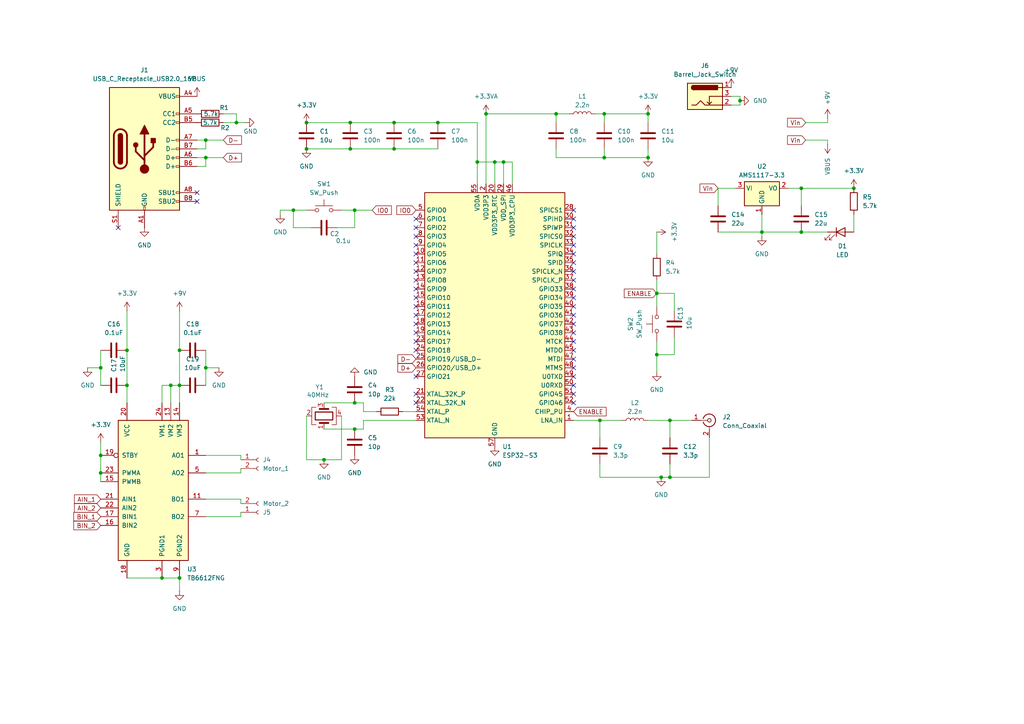
<source format=kicad_sch>
(kicad_sch
	(version 20231120)
	(generator "eeschema")
	(generator_version "8.0")
	(uuid "b85b9744-2116-443a-85c6-2d073c896c0f")
	(paper "A4")
	(lib_symbols
		(symbol "Connector:Barrel_Jack_Switch"
			(pin_names hide)
			(exclude_from_sim no)
			(in_bom yes)
			(on_board yes)
			(property "Reference" "J"
				(at 0 5.334 0)
				(effects
					(font
						(size 1.27 1.27)
					)
				)
			)
			(property "Value" "Barrel_Jack_Switch"
				(at 0 -5.08 0)
				(effects
					(font
						(size 1.27 1.27)
					)
				)
			)
			(property "Footprint" ""
				(at 1.27 -1.016 0)
				(effects
					(font
						(size 1.27 1.27)
					)
					(hide yes)
				)
			)
			(property "Datasheet" "~"
				(at 1.27 -1.016 0)
				(effects
					(font
						(size 1.27 1.27)
					)
					(hide yes)
				)
			)
			(property "Description" "DC Barrel Jack with an internal switch"
				(at 0 0 0)
				(effects
					(font
						(size 1.27 1.27)
					)
					(hide yes)
				)
			)
			(property "ki_keywords" "DC power barrel jack connector"
				(at 0 0 0)
				(effects
					(font
						(size 1.27 1.27)
					)
					(hide yes)
				)
			)
			(property "ki_fp_filters" "BarrelJack*"
				(at 0 0 0)
				(effects
					(font
						(size 1.27 1.27)
					)
					(hide yes)
				)
			)
			(symbol "Barrel_Jack_Switch_0_1"
				(rectangle
					(start -5.08 3.81)
					(end 5.08 -3.81)
					(stroke
						(width 0.254)
						(type default)
					)
					(fill
						(type background)
					)
				)
				(arc
					(start -3.302 3.175)
					(mid -3.9343 2.54)
					(end -3.302 1.905)
					(stroke
						(width 0.254)
						(type default)
					)
					(fill
						(type none)
					)
				)
				(arc
					(start -3.302 3.175)
					(mid -3.9343 2.54)
					(end -3.302 1.905)
					(stroke
						(width 0.254)
						(type default)
					)
					(fill
						(type outline)
					)
				)
				(polyline
					(pts
						(xy 1.27 -2.286) (xy 1.905 -1.651)
					)
					(stroke
						(width 0.254)
						(type default)
					)
					(fill
						(type none)
					)
				)
				(polyline
					(pts
						(xy 5.08 2.54) (xy 3.81 2.54)
					)
					(stroke
						(width 0.254)
						(type default)
					)
					(fill
						(type none)
					)
				)
				(polyline
					(pts
						(xy 5.08 0) (xy 1.27 0) (xy 1.27 -2.286) (xy 0.635 -1.651)
					)
					(stroke
						(width 0.254)
						(type default)
					)
					(fill
						(type none)
					)
				)
				(polyline
					(pts
						(xy -3.81 -2.54) (xy -2.54 -2.54) (xy -1.27 -1.27) (xy 0 -2.54) (xy 2.54 -2.54) (xy 5.08 -2.54)
					)
					(stroke
						(width 0.254)
						(type default)
					)
					(fill
						(type none)
					)
				)
				(rectangle
					(start 3.683 3.175)
					(end -3.302 1.905)
					(stroke
						(width 0.254)
						(type default)
					)
					(fill
						(type outline)
					)
				)
			)
			(symbol "Barrel_Jack_Switch_1_1"
				(pin passive line
					(at 7.62 2.54 180)
					(length 2.54)
					(name "~"
						(effects
							(font
								(size 1.27 1.27)
							)
						)
					)
					(number "1"
						(effects
							(font
								(size 1.27 1.27)
							)
						)
					)
				)
				(pin passive line
					(at 7.62 -2.54 180)
					(length 2.54)
					(name "~"
						(effects
							(font
								(size 1.27 1.27)
							)
						)
					)
					(number "2"
						(effects
							(font
								(size 1.27 1.27)
							)
						)
					)
				)
				(pin passive line
					(at 7.62 0 180)
					(length 2.54)
					(name "~"
						(effects
							(font
								(size 1.27 1.27)
							)
						)
					)
					(number "3"
						(effects
							(font
								(size 1.27 1.27)
							)
						)
					)
				)
			)
		)
		(symbol "Connector:Conn_01x02_Socket"
			(pin_names
				(offset 1.016) hide)
			(exclude_from_sim no)
			(in_bom yes)
			(on_board yes)
			(property "Reference" "J"
				(at 0 2.54 0)
				(effects
					(font
						(size 1.27 1.27)
					)
				)
			)
			(property "Value" "Conn_01x02_Socket"
				(at 0 -5.08 0)
				(effects
					(font
						(size 1.27 1.27)
					)
				)
			)
			(property "Footprint" ""
				(at 0 0 0)
				(effects
					(font
						(size 1.27 1.27)
					)
					(hide yes)
				)
			)
			(property "Datasheet" "~"
				(at 0 0 0)
				(effects
					(font
						(size 1.27 1.27)
					)
					(hide yes)
				)
			)
			(property "Description" "Generic connector, single row, 01x02, script generated"
				(at 0 0 0)
				(effects
					(font
						(size 1.27 1.27)
					)
					(hide yes)
				)
			)
			(property "ki_locked" ""
				(at 0 0 0)
				(effects
					(font
						(size 1.27 1.27)
					)
				)
			)
			(property "ki_keywords" "connector"
				(at 0 0 0)
				(effects
					(font
						(size 1.27 1.27)
					)
					(hide yes)
				)
			)
			(property "ki_fp_filters" "Connector*:*_1x??_*"
				(at 0 0 0)
				(effects
					(font
						(size 1.27 1.27)
					)
					(hide yes)
				)
			)
			(symbol "Conn_01x02_Socket_1_1"
				(arc
					(start 0 -2.032)
					(mid -0.5058 -2.54)
					(end 0 -3.048)
					(stroke
						(width 0.1524)
						(type default)
					)
					(fill
						(type none)
					)
				)
				(polyline
					(pts
						(xy -1.27 -2.54) (xy -0.508 -2.54)
					)
					(stroke
						(width 0.1524)
						(type default)
					)
					(fill
						(type none)
					)
				)
				(polyline
					(pts
						(xy -1.27 0) (xy -0.508 0)
					)
					(stroke
						(width 0.1524)
						(type default)
					)
					(fill
						(type none)
					)
				)
				(arc
					(start 0 0.508)
					(mid -0.5058 0)
					(end 0 -0.508)
					(stroke
						(width 0.1524)
						(type default)
					)
					(fill
						(type none)
					)
				)
				(pin passive line
					(at -5.08 0 0)
					(length 3.81)
					(name "Pin_1"
						(effects
							(font
								(size 1.27 1.27)
							)
						)
					)
					(number "1"
						(effects
							(font
								(size 1.27 1.27)
							)
						)
					)
				)
				(pin passive line
					(at -5.08 -2.54 0)
					(length 3.81)
					(name "Pin_2"
						(effects
							(font
								(size 1.27 1.27)
							)
						)
					)
					(number "2"
						(effects
							(font
								(size 1.27 1.27)
							)
						)
					)
				)
			)
		)
		(symbol "Connector:Conn_Coaxial"
			(pin_names
				(offset 1.016) hide)
			(exclude_from_sim no)
			(in_bom yes)
			(on_board yes)
			(property "Reference" "J"
				(at 0.254 3.048 0)
				(effects
					(font
						(size 1.27 1.27)
					)
				)
			)
			(property "Value" "Conn_Coaxial"
				(at 2.921 0 90)
				(effects
					(font
						(size 1.27 1.27)
					)
				)
			)
			(property "Footprint" ""
				(at 0 0 0)
				(effects
					(font
						(size 1.27 1.27)
					)
					(hide yes)
				)
			)
			(property "Datasheet" " ~"
				(at 0 0 0)
				(effects
					(font
						(size 1.27 1.27)
					)
					(hide yes)
				)
			)
			(property "Description" "coaxial connector (BNC, SMA, SMB, SMC, Cinch/RCA, LEMO, ...)"
				(at 0 0 0)
				(effects
					(font
						(size 1.27 1.27)
					)
					(hide yes)
				)
			)
			(property "ki_keywords" "BNC SMA SMB SMC LEMO coaxial connector CINCH RCA MCX MMCX U.FL UMRF"
				(at 0 0 0)
				(effects
					(font
						(size 1.27 1.27)
					)
					(hide yes)
				)
			)
			(property "ki_fp_filters" "*BNC* *SMA* *SMB* *SMC* *Cinch* *LEMO* *UMRF* *MCX* *U.FL*"
				(at 0 0 0)
				(effects
					(font
						(size 1.27 1.27)
					)
					(hide yes)
				)
			)
			(symbol "Conn_Coaxial_0_1"
				(arc
					(start -1.778 -0.508)
					(mid 0.2311 -1.8066)
					(end 1.778 0)
					(stroke
						(width 0.254)
						(type default)
					)
					(fill
						(type none)
					)
				)
				(polyline
					(pts
						(xy -2.54 0) (xy -0.508 0)
					)
					(stroke
						(width 0)
						(type default)
					)
					(fill
						(type none)
					)
				)
				(polyline
					(pts
						(xy 0 -2.54) (xy 0 -1.778)
					)
					(stroke
						(width 0)
						(type default)
					)
					(fill
						(type none)
					)
				)
				(circle
					(center 0 0)
					(radius 0.508)
					(stroke
						(width 0.2032)
						(type default)
					)
					(fill
						(type none)
					)
				)
				(arc
					(start 1.778 0)
					(mid 0.2099 1.8101)
					(end -1.778 0.508)
					(stroke
						(width 0.254)
						(type default)
					)
					(fill
						(type none)
					)
				)
			)
			(symbol "Conn_Coaxial_1_1"
				(pin passive line
					(at -5.08 0 0)
					(length 2.54)
					(name "In"
						(effects
							(font
								(size 1.27 1.27)
							)
						)
					)
					(number "1"
						(effects
							(font
								(size 1.27 1.27)
							)
						)
					)
				)
				(pin passive line
					(at 0 -5.08 90)
					(length 2.54)
					(name "Ext"
						(effects
							(font
								(size 1.27 1.27)
							)
						)
					)
					(number "2"
						(effects
							(font
								(size 1.27 1.27)
							)
						)
					)
				)
			)
		)
		(symbol "Connector:USB_C_Receptacle_USB2.0_16P"
			(pin_names
				(offset 1.016)
			)
			(exclude_from_sim no)
			(in_bom yes)
			(on_board yes)
			(property "Reference" "J"
				(at 0 22.225 0)
				(effects
					(font
						(size 1.27 1.27)
					)
				)
			)
			(property "Value" "USB_C_Receptacle_USB2.0_16P"
				(at 0 19.685 0)
				(effects
					(font
						(size 1.27 1.27)
					)
				)
			)
			(property "Footprint" ""
				(at 3.81 0 0)
				(effects
					(font
						(size 1.27 1.27)
					)
					(hide yes)
				)
			)
			(property "Datasheet" "https://www.usb.org/sites/default/files/documents/usb_type-c.zip"
				(at 3.81 0 0)
				(effects
					(font
						(size 1.27 1.27)
					)
					(hide yes)
				)
			)
			(property "Description" "USB 2.0-only 16P Type-C Receptacle connector"
				(at 0 0 0)
				(effects
					(font
						(size 1.27 1.27)
					)
					(hide yes)
				)
			)
			(property "ki_keywords" "usb universal serial bus type-C USB2.0"
				(at 0 0 0)
				(effects
					(font
						(size 1.27 1.27)
					)
					(hide yes)
				)
			)
			(property "ki_fp_filters" "USB*C*Receptacle*"
				(at 0 0 0)
				(effects
					(font
						(size 1.27 1.27)
					)
					(hide yes)
				)
			)
			(symbol "USB_C_Receptacle_USB2.0_16P_0_0"
				(rectangle
					(start -0.254 -17.78)
					(end 0.254 -16.764)
					(stroke
						(width 0)
						(type default)
					)
					(fill
						(type none)
					)
				)
				(rectangle
					(start 10.16 -14.986)
					(end 9.144 -15.494)
					(stroke
						(width 0)
						(type default)
					)
					(fill
						(type none)
					)
				)
				(rectangle
					(start 10.16 -12.446)
					(end 9.144 -12.954)
					(stroke
						(width 0)
						(type default)
					)
					(fill
						(type none)
					)
				)
				(rectangle
					(start 10.16 -4.826)
					(end 9.144 -5.334)
					(stroke
						(width 0)
						(type default)
					)
					(fill
						(type none)
					)
				)
				(rectangle
					(start 10.16 -2.286)
					(end 9.144 -2.794)
					(stroke
						(width 0)
						(type default)
					)
					(fill
						(type none)
					)
				)
				(rectangle
					(start 10.16 0.254)
					(end 9.144 -0.254)
					(stroke
						(width 0)
						(type default)
					)
					(fill
						(type none)
					)
				)
				(rectangle
					(start 10.16 2.794)
					(end 9.144 2.286)
					(stroke
						(width 0)
						(type default)
					)
					(fill
						(type none)
					)
				)
				(rectangle
					(start 10.16 7.874)
					(end 9.144 7.366)
					(stroke
						(width 0)
						(type default)
					)
					(fill
						(type none)
					)
				)
				(rectangle
					(start 10.16 10.414)
					(end 9.144 9.906)
					(stroke
						(width 0)
						(type default)
					)
					(fill
						(type none)
					)
				)
				(rectangle
					(start 10.16 15.494)
					(end 9.144 14.986)
					(stroke
						(width 0)
						(type default)
					)
					(fill
						(type none)
					)
				)
			)
			(symbol "USB_C_Receptacle_USB2.0_16P_0_1"
				(rectangle
					(start -10.16 17.78)
					(end 10.16 -17.78)
					(stroke
						(width 0.254)
						(type default)
					)
					(fill
						(type background)
					)
				)
				(arc
					(start -8.89 -3.81)
					(mid -6.985 -5.7067)
					(end -5.08 -3.81)
					(stroke
						(width 0.508)
						(type default)
					)
					(fill
						(type none)
					)
				)
				(arc
					(start -7.62 -3.81)
					(mid -6.985 -4.4423)
					(end -6.35 -3.81)
					(stroke
						(width 0.254)
						(type default)
					)
					(fill
						(type none)
					)
				)
				(arc
					(start -7.62 -3.81)
					(mid -6.985 -4.4423)
					(end -6.35 -3.81)
					(stroke
						(width 0.254)
						(type default)
					)
					(fill
						(type outline)
					)
				)
				(rectangle
					(start -7.62 -3.81)
					(end -6.35 3.81)
					(stroke
						(width 0.254)
						(type default)
					)
					(fill
						(type outline)
					)
				)
				(arc
					(start -6.35 3.81)
					(mid -6.985 4.4423)
					(end -7.62 3.81)
					(stroke
						(width 0.254)
						(type default)
					)
					(fill
						(type none)
					)
				)
				(arc
					(start -6.35 3.81)
					(mid -6.985 4.4423)
					(end -7.62 3.81)
					(stroke
						(width 0.254)
						(type default)
					)
					(fill
						(type outline)
					)
				)
				(arc
					(start -5.08 3.81)
					(mid -6.985 5.7067)
					(end -8.89 3.81)
					(stroke
						(width 0.508)
						(type default)
					)
					(fill
						(type none)
					)
				)
				(circle
					(center -2.54 1.143)
					(radius 0.635)
					(stroke
						(width 0.254)
						(type default)
					)
					(fill
						(type outline)
					)
				)
				(circle
					(center 0 -5.842)
					(radius 1.27)
					(stroke
						(width 0)
						(type default)
					)
					(fill
						(type outline)
					)
				)
				(polyline
					(pts
						(xy -8.89 -3.81) (xy -8.89 3.81)
					)
					(stroke
						(width 0.508)
						(type default)
					)
					(fill
						(type none)
					)
				)
				(polyline
					(pts
						(xy -5.08 3.81) (xy -5.08 -3.81)
					)
					(stroke
						(width 0.508)
						(type default)
					)
					(fill
						(type none)
					)
				)
				(polyline
					(pts
						(xy 0 -5.842) (xy 0 4.318)
					)
					(stroke
						(width 0.508)
						(type default)
					)
					(fill
						(type none)
					)
				)
				(polyline
					(pts
						(xy 0 -3.302) (xy -2.54 -0.762) (xy -2.54 0.508)
					)
					(stroke
						(width 0.508)
						(type default)
					)
					(fill
						(type none)
					)
				)
				(polyline
					(pts
						(xy 0 -2.032) (xy 2.54 0.508) (xy 2.54 1.778)
					)
					(stroke
						(width 0.508)
						(type default)
					)
					(fill
						(type none)
					)
				)
				(polyline
					(pts
						(xy -1.27 4.318) (xy 0 6.858) (xy 1.27 4.318) (xy -1.27 4.318)
					)
					(stroke
						(width 0.254)
						(type default)
					)
					(fill
						(type outline)
					)
				)
				(rectangle
					(start 1.905 1.778)
					(end 3.175 3.048)
					(stroke
						(width 0.254)
						(type default)
					)
					(fill
						(type outline)
					)
				)
			)
			(symbol "USB_C_Receptacle_USB2.0_16P_1_1"
				(pin passive line
					(at 0 -22.86 90)
					(length 5.08)
					(name "GND"
						(effects
							(font
								(size 1.27 1.27)
							)
						)
					)
					(number "A1"
						(effects
							(font
								(size 1.27 1.27)
							)
						)
					)
				)
				(pin passive line
					(at 0 -22.86 90)
					(length 5.08) hide
					(name "GND"
						(effects
							(font
								(size 1.27 1.27)
							)
						)
					)
					(number "A12"
						(effects
							(font
								(size 1.27 1.27)
							)
						)
					)
				)
				(pin passive line
					(at 15.24 15.24 180)
					(length 5.08)
					(name "VBUS"
						(effects
							(font
								(size 1.27 1.27)
							)
						)
					)
					(number "A4"
						(effects
							(font
								(size 1.27 1.27)
							)
						)
					)
				)
				(pin bidirectional line
					(at 15.24 10.16 180)
					(length 5.08)
					(name "CC1"
						(effects
							(font
								(size 1.27 1.27)
							)
						)
					)
					(number "A5"
						(effects
							(font
								(size 1.27 1.27)
							)
						)
					)
				)
				(pin bidirectional line
					(at 15.24 -2.54 180)
					(length 5.08)
					(name "D+"
						(effects
							(font
								(size 1.27 1.27)
							)
						)
					)
					(number "A6"
						(effects
							(font
								(size 1.27 1.27)
							)
						)
					)
				)
				(pin bidirectional line
					(at 15.24 2.54 180)
					(length 5.08)
					(name "D-"
						(effects
							(font
								(size 1.27 1.27)
							)
						)
					)
					(number "A7"
						(effects
							(font
								(size 1.27 1.27)
							)
						)
					)
				)
				(pin bidirectional line
					(at 15.24 -12.7 180)
					(length 5.08)
					(name "SBU1"
						(effects
							(font
								(size 1.27 1.27)
							)
						)
					)
					(number "A8"
						(effects
							(font
								(size 1.27 1.27)
							)
						)
					)
				)
				(pin passive line
					(at 15.24 15.24 180)
					(length 5.08) hide
					(name "VBUS"
						(effects
							(font
								(size 1.27 1.27)
							)
						)
					)
					(number "A9"
						(effects
							(font
								(size 1.27 1.27)
							)
						)
					)
				)
				(pin passive line
					(at 0 -22.86 90)
					(length 5.08) hide
					(name "GND"
						(effects
							(font
								(size 1.27 1.27)
							)
						)
					)
					(number "B1"
						(effects
							(font
								(size 1.27 1.27)
							)
						)
					)
				)
				(pin passive line
					(at 0 -22.86 90)
					(length 5.08) hide
					(name "GND"
						(effects
							(font
								(size 1.27 1.27)
							)
						)
					)
					(number "B12"
						(effects
							(font
								(size 1.27 1.27)
							)
						)
					)
				)
				(pin passive line
					(at 15.24 15.24 180)
					(length 5.08) hide
					(name "VBUS"
						(effects
							(font
								(size 1.27 1.27)
							)
						)
					)
					(number "B4"
						(effects
							(font
								(size 1.27 1.27)
							)
						)
					)
				)
				(pin bidirectional line
					(at 15.24 7.62 180)
					(length 5.08)
					(name "CC2"
						(effects
							(font
								(size 1.27 1.27)
							)
						)
					)
					(number "B5"
						(effects
							(font
								(size 1.27 1.27)
							)
						)
					)
				)
				(pin bidirectional line
					(at 15.24 -5.08 180)
					(length 5.08)
					(name "D+"
						(effects
							(font
								(size 1.27 1.27)
							)
						)
					)
					(number "B6"
						(effects
							(font
								(size 1.27 1.27)
							)
						)
					)
				)
				(pin bidirectional line
					(at 15.24 0 180)
					(length 5.08)
					(name "D-"
						(effects
							(font
								(size 1.27 1.27)
							)
						)
					)
					(number "B7"
						(effects
							(font
								(size 1.27 1.27)
							)
						)
					)
				)
				(pin bidirectional line
					(at 15.24 -15.24 180)
					(length 5.08)
					(name "SBU2"
						(effects
							(font
								(size 1.27 1.27)
							)
						)
					)
					(number "B8"
						(effects
							(font
								(size 1.27 1.27)
							)
						)
					)
				)
				(pin passive line
					(at 15.24 15.24 180)
					(length 5.08) hide
					(name "VBUS"
						(effects
							(font
								(size 1.27 1.27)
							)
						)
					)
					(number "B9"
						(effects
							(font
								(size 1.27 1.27)
							)
						)
					)
				)
				(pin passive line
					(at -7.62 -22.86 90)
					(length 5.08)
					(name "SHIELD"
						(effects
							(font
								(size 1.27 1.27)
							)
						)
					)
					(number "S1"
						(effects
							(font
								(size 1.27 1.27)
							)
						)
					)
				)
			)
		)
		(symbol "Device:C"
			(pin_numbers hide)
			(pin_names
				(offset 0.254)
			)
			(exclude_from_sim no)
			(in_bom yes)
			(on_board yes)
			(property "Reference" "C"
				(at 0.635 2.54 0)
				(effects
					(font
						(size 1.27 1.27)
					)
					(justify left)
				)
			)
			(property "Value" "C"
				(at 0.635 -2.54 0)
				(effects
					(font
						(size 1.27 1.27)
					)
					(justify left)
				)
			)
			(property "Footprint" ""
				(at 0.9652 -3.81 0)
				(effects
					(font
						(size 1.27 1.27)
					)
					(hide yes)
				)
			)
			(property "Datasheet" "~"
				(at 0 0 0)
				(effects
					(font
						(size 1.27 1.27)
					)
					(hide yes)
				)
			)
			(property "Description" "Unpolarized capacitor"
				(at 0 0 0)
				(effects
					(font
						(size 1.27 1.27)
					)
					(hide yes)
				)
			)
			(property "ki_keywords" "cap capacitor"
				(at 0 0 0)
				(effects
					(font
						(size 1.27 1.27)
					)
					(hide yes)
				)
			)
			(property "ki_fp_filters" "C_*"
				(at 0 0 0)
				(effects
					(font
						(size 1.27 1.27)
					)
					(hide yes)
				)
			)
			(symbol "C_0_1"
				(polyline
					(pts
						(xy -2.032 -0.762) (xy 2.032 -0.762)
					)
					(stroke
						(width 0.508)
						(type default)
					)
					(fill
						(type none)
					)
				)
				(polyline
					(pts
						(xy -2.032 0.762) (xy 2.032 0.762)
					)
					(stroke
						(width 0.508)
						(type default)
					)
					(fill
						(type none)
					)
				)
			)
			(symbol "C_1_1"
				(pin passive line
					(at 0 3.81 270)
					(length 2.794)
					(name "~"
						(effects
							(font
								(size 1.27 1.27)
							)
						)
					)
					(number "1"
						(effects
							(font
								(size 1.27 1.27)
							)
						)
					)
				)
				(pin passive line
					(at 0 -3.81 90)
					(length 2.794)
					(name "~"
						(effects
							(font
								(size 1.27 1.27)
							)
						)
					)
					(number "2"
						(effects
							(font
								(size 1.27 1.27)
							)
						)
					)
				)
			)
		)
		(symbol "Device:Crystal_GND24"
			(pin_names
				(offset 1.016) hide)
			(exclude_from_sim no)
			(in_bom yes)
			(on_board yes)
			(property "Reference" "Y"
				(at 3.175 5.08 0)
				(effects
					(font
						(size 1.27 1.27)
					)
					(justify left)
				)
			)
			(property "Value" "Crystal_GND24"
				(at 3.175 3.175 0)
				(effects
					(font
						(size 1.27 1.27)
					)
					(justify left)
				)
			)
			(property "Footprint" ""
				(at 0 0 0)
				(effects
					(font
						(size 1.27 1.27)
					)
					(hide yes)
				)
			)
			(property "Datasheet" "~"
				(at 0 0 0)
				(effects
					(font
						(size 1.27 1.27)
					)
					(hide yes)
				)
			)
			(property "Description" "Four pin crystal, GND on pins 2 and 4"
				(at 0 0 0)
				(effects
					(font
						(size 1.27 1.27)
					)
					(hide yes)
				)
			)
			(property "ki_keywords" "quartz ceramic resonator oscillator"
				(at 0 0 0)
				(effects
					(font
						(size 1.27 1.27)
					)
					(hide yes)
				)
			)
			(property "ki_fp_filters" "Crystal*"
				(at 0 0 0)
				(effects
					(font
						(size 1.27 1.27)
					)
					(hide yes)
				)
			)
			(symbol "Crystal_GND24_0_1"
				(rectangle
					(start -1.143 2.54)
					(end 1.143 -2.54)
					(stroke
						(width 0.3048)
						(type default)
					)
					(fill
						(type none)
					)
				)
				(polyline
					(pts
						(xy -2.54 0) (xy -2.032 0)
					)
					(stroke
						(width 0)
						(type default)
					)
					(fill
						(type none)
					)
				)
				(polyline
					(pts
						(xy -2.032 -1.27) (xy -2.032 1.27)
					)
					(stroke
						(width 0.508)
						(type default)
					)
					(fill
						(type none)
					)
				)
				(polyline
					(pts
						(xy 0 -3.81) (xy 0 -3.556)
					)
					(stroke
						(width 0)
						(type default)
					)
					(fill
						(type none)
					)
				)
				(polyline
					(pts
						(xy 0 3.556) (xy 0 3.81)
					)
					(stroke
						(width 0)
						(type default)
					)
					(fill
						(type none)
					)
				)
				(polyline
					(pts
						(xy 2.032 -1.27) (xy 2.032 1.27)
					)
					(stroke
						(width 0.508)
						(type default)
					)
					(fill
						(type none)
					)
				)
				(polyline
					(pts
						(xy 2.032 0) (xy 2.54 0)
					)
					(stroke
						(width 0)
						(type default)
					)
					(fill
						(type none)
					)
				)
				(polyline
					(pts
						(xy -2.54 -2.286) (xy -2.54 -3.556) (xy 2.54 -3.556) (xy 2.54 -2.286)
					)
					(stroke
						(width 0)
						(type default)
					)
					(fill
						(type none)
					)
				)
				(polyline
					(pts
						(xy -2.54 2.286) (xy -2.54 3.556) (xy 2.54 3.556) (xy 2.54 2.286)
					)
					(stroke
						(width 0)
						(type default)
					)
					(fill
						(type none)
					)
				)
			)
			(symbol "Crystal_GND24_1_1"
				(pin passive line
					(at -3.81 0 0)
					(length 1.27)
					(name "1"
						(effects
							(font
								(size 1.27 1.27)
							)
						)
					)
					(number "1"
						(effects
							(font
								(size 1.27 1.27)
							)
						)
					)
				)
				(pin passive line
					(at 0 5.08 270)
					(length 1.27)
					(name "2"
						(effects
							(font
								(size 1.27 1.27)
							)
						)
					)
					(number "2"
						(effects
							(font
								(size 1.27 1.27)
							)
						)
					)
				)
				(pin passive line
					(at 3.81 0 180)
					(length 1.27)
					(name "3"
						(effects
							(font
								(size 1.27 1.27)
							)
						)
					)
					(number "3"
						(effects
							(font
								(size 1.27 1.27)
							)
						)
					)
				)
				(pin passive line
					(at 0 -5.08 90)
					(length 1.27)
					(name "4"
						(effects
							(font
								(size 1.27 1.27)
							)
						)
					)
					(number "4"
						(effects
							(font
								(size 1.27 1.27)
							)
						)
					)
				)
			)
		)
		(symbol "Device:L"
			(pin_numbers hide)
			(pin_names
				(offset 1.016) hide)
			(exclude_from_sim no)
			(in_bom yes)
			(on_board yes)
			(property "Reference" "L"
				(at -1.27 0 90)
				(effects
					(font
						(size 1.27 1.27)
					)
				)
			)
			(property "Value" "L"
				(at 1.905 0 90)
				(effects
					(font
						(size 1.27 1.27)
					)
				)
			)
			(property "Footprint" ""
				(at 0 0 0)
				(effects
					(font
						(size 1.27 1.27)
					)
					(hide yes)
				)
			)
			(property "Datasheet" "~"
				(at 0 0 0)
				(effects
					(font
						(size 1.27 1.27)
					)
					(hide yes)
				)
			)
			(property "Description" "Inductor"
				(at 0 0 0)
				(effects
					(font
						(size 1.27 1.27)
					)
					(hide yes)
				)
			)
			(property "ki_keywords" "inductor choke coil reactor magnetic"
				(at 0 0 0)
				(effects
					(font
						(size 1.27 1.27)
					)
					(hide yes)
				)
			)
			(property "ki_fp_filters" "Choke_* *Coil* Inductor_* L_*"
				(at 0 0 0)
				(effects
					(font
						(size 1.27 1.27)
					)
					(hide yes)
				)
			)
			(symbol "L_0_1"
				(arc
					(start 0 -2.54)
					(mid 0.6323 -1.905)
					(end 0 -1.27)
					(stroke
						(width 0)
						(type default)
					)
					(fill
						(type none)
					)
				)
				(arc
					(start 0 -1.27)
					(mid 0.6323 -0.635)
					(end 0 0)
					(stroke
						(width 0)
						(type default)
					)
					(fill
						(type none)
					)
				)
				(arc
					(start 0 0)
					(mid 0.6323 0.635)
					(end 0 1.27)
					(stroke
						(width 0)
						(type default)
					)
					(fill
						(type none)
					)
				)
				(arc
					(start 0 1.27)
					(mid 0.6323 1.905)
					(end 0 2.54)
					(stroke
						(width 0)
						(type default)
					)
					(fill
						(type none)
					)
				)
			)
			(symbol "L_1_1"
				(pin passive line
					(at 0 3.81 270)
					(length 1.27)
					(name "1"
						(effects
							(font
								(size 1.27 1.27)
							)
						)
					)
					(number "1"
						(effects
							(font
								(size 1.27 1.27)
							)
						)
					)
				)
				(pin passive line
					(at 0 -3.81 90)
					(length 1.27)
					(name "2"
						(effects
							(font
								(size 1.27 1.27)
							)
						)
					)
					(number "2"
						(effects
							(font
								(size 1.27 1.27)
							)
						)
					)
				)
			)
		)
		(symbol "Device:LED"
			(pin_numbers hide)
			(pin_names
				(offset 1.016) hide)
			(exclude_from_sim no)
			(in_bom yes)
			(on_board yes)
			(property "Reference" "D"
				(at 0 2.54 0)
				(effects
					(font
						(size 1.27 1.27)
					)
				)
			)
			(property "Value" "LED"
				(at 0 -2.54 0)
				(effects
					(font
						(size 1.27 1.27)
					)
				)
			)
			(property "Footprint" ""
				(at 0 0 0)
				(effects
					(font
						(size 1.27 1.27)
					)
					(hide yes)
				)
			)
			(property "Datasheet" "~"
				(at 0 0 0)
				(effects
					(font
						(size 1.27 1.27)
					)
					(hide yes)
				)
			)
			(property "Description" "Light emitting diode"
				(at 0 0 0)
				(effects
					(font
						(size 1.27 1.27)
					)
					(hide yes)
				)
			)
			(property "ki_keywords" "LED diode"
				(at 0 0 0)
				(effects
					(font
						(size 1.27 1.27)
					)
					(hide yes)
				)
			)
			(property "ki_fp_filters" "LED* LED_SMD:* LED_THT:*"
				(at 0 0 0)
				(effects
					(font
						(size 1.27 1.27)
					)
					(hide yes)
				)
			)
			(symbol "LED_0_1"
				(polyline
					(pts
						(xy -1.27 -1.27) (xy -1.27 1.27)
					)
					(stroke
						(width 0.254)
						(type default)
					)
					(fill
						(type none)
					)
				)
				(polyline
					(pts
						(xy -1.27 0) (xy 1.27 0)
					)
					(stroke
						(width 0)
						(type default)
					)
					(fill
						(type none)
					)
				)
				(polyline
					(pts
						(xy 1.27 -1.27) (xy 1.27 1.27) (xy -1.27 0) (xy 1.27 -1.27)
					)
					(stroke
						(width 0.254)
						(type default)
					)
					(fill
						(type none)
					)
				)
				(polyline
					(pts
						(xy -3.048 -0.762) (xy -4.572 -2.286) (xy -3.81 -2.286) (xy -4.572 -2.286) (xy -4.572 -1.524)
					)
					(stroke
						(width 0)
						(type default)
					)
					(fill
						(type none)
					)
				)
				(polyline
					(pts
						(xy -1.778 -0.762) (xy -3.302 -2.286) (xy -2.54 -2.286) (xy -3.302 -2.286) (xy -3.302 -1.524)
					)
					(stroke
						(width 0)
						(type default)
					)
					(fill
						(type none)
					)
				)
			)
			(symbol "LED_1_1"
				(pin passive line
					(at -3.81 0 0)
					(length 2.54)
					(name "K"
						(effects
							(font
								(size 1.27 1.27)
							)
						)
					)
					(number "1"
						(effects
							(font
								(size 1.27 1.27)
							)
						)
					)
				)
				(pin passive line
					(at 3.81 0 180)
					(length 2.54)
					(name "A"
						(effects
							(font
								(size 1.27 1.27)
							)
						)
					)
					(number "2"
						(effects
							(font
								(size 1.27 1.27)
							)
						)
					)
				)
			)
		)
		(symbol "Device:R"
			(pin_numbers hide)
			(pin_names
				(offset 0)
			)
			(exclude_from_sim no)
			(in_bom yes)
			(on_board yes)
			(property "Reference" "R"
				(at 2.032 0 90)
				(effects
					(font
						(size 1.27 1.27)
					)
				)
			)
			(property "Value" "R"
				(at 0 0 90)
				(effects
					(font
						(size 1.27 1.27)
					)
				)
			)
			(property "Footprint" ""
				(at -1.778 0 90)
				(effects
					(font
						(size 1.27 1.27)
					)
					(hide yes)
				)
			)
			(property "Datasheet" "~"
				(at 0 0 0)
				(effects
					(font
						(size 1.27 1.27)
					)
					(hide yes)
				)
			)
			(property "Description" "Resistor"
				(at 0 0 0)
				(effects
					(font
						(size 1.27 1.27)
					)
					(hide yes)
				)
			)
			(property "ki_keywords" "R res resistor"
				(at 0 0 0)
				(effects
					(font
						(size 1.27 1.27)
					)
					(hide yes)
				)
			)
			(property "ki_fp_filters" "R_*"
				(at 0 0 0)
				(effects
					(font
						(size 1.27 1.27)
					)
					(hide yes)
				)
			)
			(symbol "R_0_1"
				(rectangle
					(start -1.016 -2.54)
					(end 1.016 2.54)
					(stroke
						(width 0.254)
						(type default)
					)
					(fill
						(type none)
					)
				)
			)
			(symbol "R_1_1"
				(pin passive line
					(at 0 3.81 270)
					(length 1.27)
					(name "~"
						(effects
							(font
								(size 1.27 1.27)
							)
						)
					)
					(number "1"
						(effects
							(font
								(size 1.27 1.27)
							)
						)
					)
				)
				(pin passive line
					(at 0 -3.81 90)
					(length 1.27)
					(name "~"
						(effects
							(font
								(size 1.27 1.27)
							)
						)
					)
					(number "2"
						(effects
							(font
								(size 1.27 1.27)
							)
						)
					)
				)
			)
		)
		(symbol "Driver_Motor:TB6612FNG"
			(pin_names
				(offset 1.016)
			)
			(exclude_from_sim no)
			(in_bom yes)
			(on_board yes)
			(property "Reference" "U"
				(at 11.43 17.78 0)
				(effects
					(font
						(size 1.27 1.27)
					)
					(justify left)
				)
			)
			(property "Value" "TB6612FNG"
				(at 11.43 15.24 0)
				(effects
					(font
						(size 1.27 1.27)
					)
					(justify left)
				)
			)
			(property "Footprint" "Package_SO:SSOP-24_5.3x8.2mm_P0.65mm"
				(at 33.02 -22.86 0)
				(effects
					(font
						(size 1.27 1.27)
					)
					(hide yes)
				)
			)
			(property "Datasheet" "https://toshiba.semicon-storage.com/us/product/linear/motordriver/detail.TB6612FNG.html"
				(at 11.43 15.24 0)
				(effects
					(font
						(size 1.27 1.27)
					)
					(hide yes)
				)
			)
			(property "Description" "Driver IC for Dual DC motor, SSOP-24"
				(at 0 0 0)
				(effects
					(font
						(size 1.27 1.27)
					)
					(hide yes)
				)
			)
			(property "ki_keywords" "H-bridge motor driver"
				(at 0 0 0)
				(effects
					(font
						(size 1.27 1.27)
					)
					(hide yes)
				)
			)
			(property "ki_fp_filters" "SSOP-24*5.3x8.2mm*P0.65mm*"
				(at 0 0 0)
				(effects
					(font
						(size 1.27 1.27)
					)
					(hide yes)
				)
			)
			(symbol "TB6612FNG_0_1"
				(rectangle
					(start -10.16 20.32)
					(end 10.16 -20.32)
					(stroke
						(width 0.254)
						(type default)
					)
					(fill
						(type background)
					)
				)
			)
			(symbol "TB6612FNG_1_1"
				(pin output line
					(at 15.24 10.16 180)
					(length 5.08)
					(name "AO1"
						(effects
							(font
								(size 1.27 1.27)
							)
						)
					)
					(number "1"
						(effects
							(font
								(size 1.27 1.27)
							)
						)
					)
				)
				(pin passive line
					(at 7.62 -25.4 90)
					(length 5.08) hide
					(name "PGND2"
						(effects
							(font
								(size 1.27 1.27)
							)
						)
					)
					(number "10"
						(effects
							(font
								(size 1.27 1.27)
							)
						)
					)
				)
				(pin output line
					(at 15.24 -2.54 180)
					(length 5.08)
					(name "BO1"
						(effects
							(font
								(size 1.27 1.27)
							)
						)
					)
					(number "11"
						(effects
							(font
								(size 1.27 1.27)
							)
						)
					)
				)
				(pin passive line
					(at 15.24 -2.54 180)
					(length 5.08) hide
					(name "BO1"
						(effects
							(font
								(size 1.27 1.27)
							)
						)
					)
					(number "12"
						(effects
							(font
								(size 1.27 1.27)
							)
						)
					)
				)
				(pin power_in line
					(at 5.08 25.4 270)
					(length 5.08)
					(name "VM2"
						(effects
							(font
								(size 1.27 1.27)
							)
						)
					)
					(number "13"
						(effects
							(font
								(size 1.27 1.27)
							)
						)
					)
				)
				(pin power_in line
					(at 7.62 25.4 270)
					(length 5.08)
					(name "VM3"
						(effects
							(font
								(size 1.27 1.27)
							)
						)
					)
					(number "14"
						(effects
							(font
								(size 1.27 1.27)
							)
						)
					)
				)
				(pin input line
					(at -15.24 2.54 0)
					(length 5.08)
					(name "PWMB"
						(effects
							(font
								(size 1.27 1.27)
							)
						)
					)
					(number "15"
						(effects
							(font
								(size 1.27 1.27)
							)
						)
					)
				)
				(pin input line
					(at -15.24 -10.16 0)
					(length 5.08)
					(name "BIN2"
						(effects
							(font
								(size 1.27 1.27)
							)
						)
					)
					(number "16"
						(effects
							(font
								(size 1.27 1.27)
							)
						)
					)
				)
				(pin input line
					(at -15.24 -7.62 0)
					(length 5.08)
					(name "BIN1"
						(effects
							(font
								(size 1.27 1.27)
							)
						)
					)
					(number "17"
						(effects
							(font
								(size 1.27 1.27)
							)
						)
					)
				)
				(pin power_in line
					(at -7.62 -25.4 90)
					(length 5.08)
					(name "GND"
						(effects
							(font
								(size 1.27 1.27)
							)
						)
					)
					(number "18"
						(effects
							(font
								(size 1.27 1.27)
							)
						)
					)
				)
				(pin input inverted
					(at -15.24 10.16 0)
					(length 5.08)
					(name "STBY"
						(effects
							(font
								(size 1.27 1.27)
							)
						)
					)
					(number "19"
						(effects
							(font
								(size 1.27 1.27)
							)
						)
					)
				)
				(pin passive line
					(at 15.24 10.16 180)
					(length 5.08) hide
					(name "AO1"
						(effects
							(font
								(size 1.27 1.27)
							)
						)
					)
					(number "2"
						(effects
							(font
								(size 1.27 1.27)
							)
						)
					)
				)
				(pin power_in line
					(at -7.62 25.4 270)
					(length 5.08)
					(name "VCC"
						(effects
							(font
								(size 1.27 1.27)
							)
						)
					)
					(number "20"
						(effects
							(font
								(size 1.27 1.27)
							)
						)
					)
				)
				(pin input line
					(at -15.24 -2.54 0)
					(length 5.08)
					(name "AIN1"
						(effects
							(font
								(size 1.27 1.27)
							)
						)
					)
					(number "21"
						(effects
							(font
								(size 1.27 1.27)
							)
						)
					)
				)
				(pin input line
					(at -15.24 -5.08 0)
					(length 5.08)
					(name "AIN2"
						(effects
							(font
								(size 1.27 1.27)
							)
						)
					)
					(number "22"
						(effects
							(font
								(size 1.27 1.27)
							)
						)
					)
				)
				(pin input line
					(at -15.24 5.08 0)
					(length 5.08)
					(name "PWMA"
						(effects
							(font
								(size 1.27 1.27)
							)
						)
					)
					(number "23"
						(effects
							(font
								(size 1.27 1.27)
							)
						)
					)
				)
				(pin power_in line
					(at 2.54 25.4 270)
					(length 5.08)
					(name "VM1"
						(effects
							(font
								(size 1.27 1.27)
							)
						)
					)
					(number "24"
						(effects
							(font
								(size 1.27 1.27)
							)
						)
					)
				)
				(pin power_in line
					(at 2.54 -25.4 90)
					(length 5.08)
					(name "PGND1"
						(effects
							(font
								(size 1.27 1.27)
							)
						)
					)
					(number "3"
						(effects
							(font
								(size 1.27 1.27)
							)
						)
					)
				)
				(pin passive line
					(at 2.54 -25.4 90)
					(length 5.08) hide
					(name "PGND1"
						(effects
							(font
								(size 1.27 1.27)
							)
						)
					)
					(number "4"
						(effects
							(font
								(size 1.27 1.27)
							)
						)
					)
				)
				(pin output line
					(at 15.24 5.08 180)
					(length 5.08)
					(name "AO2"
						(effects
							(font
								(size 1.27 1.27)
							)
						)
					)
					(number "5"
						(effects
							(font
								(size 1.27 1.27)
							)
						)
					)
				)
				(pin passive line
					(at 15.24 5.08 180)
					(length 5.08) hide
					(name "AO2"
						(effects
							(font
								(size 1.27 1.27)
							)
						)
					)
					(number "6"
						(effects
							(font
								(size 1.27 1.27)
							)
						)
					)
				)
				(pin output line
					(at 15.24 -7.62 180)
					(length 5.08)
					(name "BO2"
						(effects
							(font
								(size 1.27 1.27)
							)
						)
					)
					(number "7"
						(effects
							(font
								(size 1.27 1.27)
							)
						)
					)
				)
				(pin passive line
					(at 15.24 -7.62 180)
					(length 5.08) hide
					(name "BO2"
						(effects
							(font
								(size 1.27 1.27)
							)
						)
					)
					(number "8"
						(effects
							(font
								(size 1.27 1.27)
							)
						)
					)
				)
				(pin power_in line
					(at 7.62 -25.4 90)
					(length 5.08)
					(name "PGND2"
						(effects
							(font
								(size 1.27 1.27)
							)
						)
					)
					(number "9"
						(effects
							(font
								(size 1.27 1.27)
							)
						)
					)
				)
			)
		)
		(symbol "MCU_Espressif:ESP32-S3"
			(exclude_from_sim no)
			(in_bom yes)
			(on_board yes)
			(property "Reference" "U"
				(at 10.16 -38.1 0)
				(effects
					(font
						(size 1.27 1.27)
					)
				)
			)
			(property "Value" "ESP32-S3"
				(at 13.97 -40.64 0)
				(effects
					(font
						(size 1.27 1.27)
					)
				)
			)
			(property "Footprint" "Package_DFN_QFN:QFN-56-1EP_7x7mm_P0.4mm_EP4x4mm"
				(at 0 -48.26 0)
				(effects
					(font
						(size 1.27 1.27)
					)
					(hide yes)
				)
			)
			(property "Datasheet" "https://www.espressif.com/sites/default/files/documentation/esp32-s3_datasheet_en.pdf"
				(at 0 0 0)
				(effects
					(font
						(size 1.27 1.27)
					)
					(hide yes)
				)
			)
			(property "Description" "Microcontroller, Wi-Fi 802.11b/g/n, Bluetooth, 32bit"
				(at 0 0 0)
				(effects
					(font
						(size 1.27 1.27)
					)
					(hide yes)
				)
			)
			(property "ki_keywords" "Microcontroller Wi-Fi BT ESP ESP32 Espressif"
				(at 0 0 0)
				(effects
					(font
						(size 1.27 1.27)
					)
					(hide yes)
				)
			)
			(property "ki_fp_filters" "QFN*1EP*7x7mm*P0.4mm*"
				(at 0 0 0)
				(effects
					(font
						(size 1.27 1.27)
					)
					(hide yes)
				)
			)
			(symbol "ESP32-S3_0_1"
				(rectangle
					(start -20.32 35.56)
					(end 20.32 -35.56)
					(stroke
						(width 0.254)
						(type default)
					)
					(fill
						(type background)
					)
				)
			)
			(symbol "ESP32-S3_1_0"
				(pin bidirectional line
					(at 22.86 12.7 180)
					(length 2.54)
					(name "SPICLK_N"
						(effects
							(font
								(size 1.27 1.27)
							)
						)
					)
					(number "36"
						(effects
							(font
								(size 1.27 1.27)
							)
						)
					)
				)
				(pin bidirectional line
					(at 22.86 -10.16 180)
					(length 2.54)
					(name "MTDO"
						(effects
							(font
								(size 1.27 1.27)
							)
						)
					)
					(number "45"
						(effects
							(font
								(size 1.27 1.27)
							)
						)
					)
				)
				(pin bidirectional line
					(at 22.86 -22.86 180)
					(length 2.54)
					(name "GPIO45"
						(effects
							(font
								(size 1.27 1.27)
							)
						)
					)
					(number "51"
						(effects
							(font
								(size 1.27 1.27)
							)
						)
					)
				)
				(pin passive line
					(at -5.08 38.1 270)
					(length 2.54) hide
					(name "VDDA"
						(effects
							(font
								(size 1.27 1.27)
							)
						)
					)
					(number "56"
						(effects
							(font
								(size 1.27 1.27)
							)
						)
					)
				)
			)
			(symbol "ESP32-S3_1_1"
				(pin bidirectional line
					(at 22.86 -30.48 180)
					(length 2.54)
					(name "LNA_IN"
						(effects
							(font
								(size 1.27 1.27)
							)
						)
					)
					(number "1"
						(effects
							(font
								(size 1.27 1.27)
							)
						)
					)
				)
				(pin bidirectional line
					(at -22.86 17.78 0)
					(length 2.54)
					(name "GPIO5"
						(effects
							(font
								(size 1.27 1.27)
							)
						)
					)
					(number "10"
						(effects
							(font
								(size 1.27 1.27)
							)
						)
					)
				)
				(pin bidirectional line
					(at -22.86 15.24 0)
					(length 2.54)
					(name "GPIO6"
						(effects
							(font
								(size 1.27 1.27)
							)
						)
					)
					(number "11"
						(effects
							(font
								(size 1.27 1.27)
							)
						)
					)
				)
				(pin bidirectional line
					(at -22.86 12.7 0)
					(length 2.54)
					(name "GPIO7"
						(effects
							(font
								(size 1.27 1.27)
							)
						)
					)
					(number "12"
						(effects
							(font
								(size 1.27 1.27)
							)
						)
					)
				)
				(pin bidirectional line
					(at -22.86 10.16 0)
					(length 2.54)
					(name "GPIO8"
						(effects
							(font
								(size 1.27 1.27)
							)
						)
					)
					(number "13"
						(effects
							(font
								(size 1.27 1.27)
							)
						)
					)
				)
				(pin bidirectional line
					(at -22.86 7.62 0)
					(length 2.54)
					(name "GPIO9"
						(effects
							(font
								(size 1.27 1.27)
							)
						)
					)
					(number "14"
						(effects
							(font
								(size 1.27 1.27)
							)
						)
					)
				)
				(pin bidirectional line
					(at -22.86 5.08 0)
					(length 2.54)
					(name "GPIO10"
						(effects
							(font
								(size 1.27 1.27)
							)
						)
					)
					(number "15"
						(effects
							(font
								(size 1.27 1.27)
							)
						)
					)
				)
				(pin bidirectional line
					(at -22.86 2.54 0)
					(length 2.54)
					(name "GPIO11"
						(effects
							(font
								(size 1.27 1.27)
							)
						)
					)
					(number "16"
						(effects
							(font
								(size 1.27 1.27)
							)
						)
					)
				)
				(pin bidirectional line
					(at -22.86 0 0)
					(length 2.54)
					(name "GPIO12"
						(effects
							(font
								(size 1.27 1.27)
							)
						)
					)
					(number "17"
						(effects
							(font
								(size 1.27 1.27)
							)
						)
					)
				)
				(pin bidirectional line
					(at -22.86 -2.54 0)
					(length 2.54)
					(name "GPIO13"
						(effects
							(font
								(size 1.27 1.27)
							)
						)
					)
					(number "18"
						(effects
							(font
								(size 1.27 1.27)
							)
						)
					)
				)
				(pin bidirectional line
					(at -22.86 -5.08 0)
					(length 2.54)
					(name "GPIO14"
						(effects
							(font
								(size 1.27 1.27)
							)
						)
					)
					(number "19"
						(effects
							(font
								(size 1.27 1.27)
							)
						)
					)
				)
				(pin power_in line
					(at -2.54 38.1 270)
					(length 2.54)
					(name "VDD3P3"
						(effects
							(font
								(size 1.27 1.27)
							)
						)
					)
					(number "2"
						(effects
							(font
								(size 1.27 1.27)
							)
						)
					)
				)
				(pin power_in line
					(at 0 38.1 270)
					(length 2.54)
					(name "VDD3P3_RTC"
						(effects
							(font
								(size 1.27 1.27)
							)
						)
					)
					(number "20"
						(effects
							(font
								(size 1.27 1.27)
							)
						)
					)
				)
				(pin passive line
					(at -22.86 -22.86 0)
					(length 2.54)
					(name "XTAL_32K_P"
						(effects
							(font
								(size 1.27 1.27)
							)
						)
					)
					(number "21"
						(effects
							(font
								(size 1.27 1.27)
							)
						)
					)
				)
				(pin passive line
					(at -22.86 -25.4 0)
					(length 2.54)
					(name "XTAL_32K_N"
						(effects
							(font
								(size 1.27 1.27)
							)
						)
					)
					(number "22"
						(effects
							(font
								(size 1.27 1.27)
							)
						)
					)
				)
				(pin bidirectional line
					(at -22.86 -7.62 0)
					(length 2.54)
					(name "GPIO17"
						(effects
							(font
								(size 1.27 1.27)
							)
						)
					)
					(number "23"
						(effects
							(font
								(size 1.27 1.27)
							)
						)
					)
				)
				(pin bidirectional line
					(at -22.86 -10.16 0)
					(length 2.54)
					(name "GPIO18"
						(effects
							(font
								(size 1.27 1.27)
							)
						)
					)
					(number "24"
						(effects
							(font
								(size 1.27 1.27)
							)
						)
					)
				)
				(pin bidirectional line
					(at -22.86 -12.7 0)
					(length 2.54)
					(name "GPIO19/USB_D-"
						(effects
							(font
								(size 1.27 1.27)
							)
						)
					)
					(number "25"
						(effects
							(font
								(size 1.27 1.27)
							)
						)
					)
				)
				(pin bidirectional line
					(at -22.86 -15.24 0)
					(length 2.54)
					(name "GPIO20/USB_D+"
						(effects
							(font
								(size 1.27 1.27)
							)
						)
					)
					(number "26"
						(effects
							(font
								(size 1.27 1.27)
							)
						)
					)
				)
				(pin bidirectional line
					(at -22.86 -17.78 0)
					(length 2.54)
					(name "GPIO21"
						(effects
							(font
								(size 1.27 1.27)
							)
						)
					)
					(number "27"
						(effects
							(font
								(size 1.27 1.27)
							)
						)
					)
				)
				(pin bidirectional line
					(at 22.86 30.48 180)
					(length 2.54)
					(name "SPICS1"
						(effects
							(font
								(size 1.27 1.27)
							)
						)
					)
					(number "28"
						(effects
							(font
								(size 1.27 1.27)
							)
						)
					)
				)
				(pin power_in line
					(at 2.54 38.1 270)
					(length 2.54)
					(name "VDD_SPI"
						(effects
							(font
								(size 1.27 1.27)
							)
						)
					)
					(number "29"
						(effects
							(font
								(size 1.27 1.27)
							)
						)
					)
				)
				(pin passive line
					(at -2.54 38.1 270)
					(length 2.54) hide
					(name "VDD3P3"
						(effects
							(font
								(size 1.27 1.27)
							)
						)
					)
					(number "3"
						(effects
							(font
								(size 1.27 1.27)
							)
						)
					)
				)
				(pin bidirectional line
					(at 22.86 27.94 180)
					(length 2.54)
					(name "SPIHD"
						(effects
							(font
								(size 1.27 1.27)
							)
						)
					)
					(number "30"
						(effects
							(font
								(size 1.27 1.27)
							)
						)
					)
				)
				(pin bidirectional line
					(at 22.86 25.4 180)
					(length 2.54)
					(name "SPIWP"
						(effects
							(font
								(size 1.27 1.27)
							)
						)
					)
					(number "31"
						(effects
							(font
								(size 1.27 1.27)
							)
						)
					)
				)
				(pin bidirectional line
					(at 22.86 22.86 180)
					(length 2.54)
					(name "SPICS0"
						(effects
							(font
								(size 1.27 1.27)
							)
						)
					)
					(number "32"
						(effects
							(font
								(size 1.27 1.27)
							)
						)
					)
				)
				(pin bidirectional line
					(at 22.86 20.32 180)
					(length 2.54)
					(name "SPICLK"
						(effects
							(font
								(size 1.27 1.27)
							)
						)
					)
					(number "33"
						(effects
							(font
								(size 1.27 1.27)
							)
						)
					)
				)
				(pin bidirectional line
					(at 22.86 17.78 180)
					(length 2.54)
					(name "SPIQ"
						(effects
							(font
								(size 1.27 1.27)
							)
						)
					)
					(number "34"
						(effects
							(font
								(size 1.27 1.27)
							)
						)
					)
				)
				(pin bidirectional line
					(at 22.86 15.24 180)
					(length 2.54)
					(name "SPID"
						(effects
							(font
								(size 1.27 1.27)
							)
						)
					)
					(number "35"
						(effects
							(font
								(size 1.27 1.27)
							)
						)
					)
				)
				(pin bidirectional line
					(at 22.86 10.16 180)
					(length 2.54)
					(name "SPICLK_P"
						(effects
							(font
								(size 1.27 1.27)
							)
						)
					)
					(number "37"
						(effects
							(font
								(size 1.27 1.27)
							)
						)
					)
				)
				(pin bidirectional line
					(at 22.86 7.62 180)
					(length 2.54)
					(name "GPIO33"
						(effects
							(font
								(size 1.27 1.27)
							)
						)
					)
					(number "38"
						(effects
							(font
								(size 1.27 1.27)
							)
						)
					)
				)
				(pin bidirectional line
					(at 22.86 5.08 180)
					(length 2.54)
					(name "GPIO34"
						(effects
							(font
								(size 1.27 1.27)
							)
						)
					)
					(number "39"
						(effects
							(font
								(size 1.27 1.27)
							)
						)
					)
				)
				(pin input line
					(at 22.86 -27.94 180)
					(length 2.54)
					(name "CHIP_PU"
						(effects
							(font
								(size 1.27 1.27)
							)
						)
					)
					(number "4"
						(effects
							(font
								(size 1.27 1.27)
							)
						)
					)
				)
				(pin bidirectional line
					(at 22.86 2.54 180)
					(length 2.54)
					(name "GPIO35"
						(effects
							(font
								(size 1.27 1.27)
							)
						)
					)
					(number "40"
						(effects
							(font
								(size 1.27 1.27)
							)
						)
					)
				)
				(pin bidirectional line
					(at 22.86 0 180)
					(length 2.54)
					(name "GPIO36"
						(effects
							(font
								(size 1.27 1.27)
							)
						)
					)
					(number "41"
						(effects
							(font
								(size 1.27 1.27)
							)
						)
					)
				)
				(pin bidirectional line
					(at 22.86 -2.54 180)
					(length 2.54)
					(name "GPIO37"
						(effects
							(font
								(size 1.27 1.27)
							)
						)
					)
					(number "42"
						(effects
							(font
								(size 1.27 1.27)
							)
						)
					)
				)
				(pin bidirectional line
					(at 22.86 -5.08 180)
					(length 2.54)
					(name "GPIO38"
						(effects
							(font
								(size 1.27 1.27)
							)
						)
					)
					(number "43"
						(effects
							(font
								(size 1.27 1.27)
							)
						)
					)
				)
				(pin bidirectional line
					(at 22.86 -7.62 180)
					(length 2.54)
					(name "MTCK"
						(effects
							(font
								(size 1.27 1.27)
							)
						)
					)
					(number "44"
						(effects
							(font
								(size 1.27 1.27)
							)
						)
					)
				)
				(pin power_in line
					(at 5.08 38.1 270)
					(length 2.54)
					(name "VDD3P3_CPU"
						(effects
							(font
								(size 1.27 1.27)
							)
						)
					)
					(number "46"
						(effects
							(font
								(size 1.27 1.27)
							)
						)
					)
				)
				(pin bidirectional line
					(at 22.86 -12.7 180)
					(length 2.54)
					(name "MTDI"
						(effects
							(font
								(size 1.27 1.27)
							)
						)
					)
					(number "47"
						(effects
							(font
								(size 1.27 1.27)
							)
						)
					)
				)
				(pin bidirectional line
					(at 22.86 -15.24 180)
					(length 2.54)
					(name "MTMS"
						(effects
							(font
								(size 1.27 1.27)
							)
						)
					)
					(number "48"
						(effects
							(font
								(size 1.27 1.27)
							)
						)
					)
				)
				(pin bidirectional line
					(at 22.86 -17.78 180)
					(length 2.54)
					(name "U0TXD"
						(effects
							(font
								(size 1.27 1.27)
							)
						)
					)
					(number "49"
						(effects
							(font
								(size 1.27 1.27)
							)
						)
					)
				)
				(pin bidirectional line
					(at -22.86 30.48 0)
					(length 2.54)
					(name "GPIO0"
						(effects
							(font
								(size 1.27 1.27)
							)
						)
					)
					(number "5"
						(effects
							(font
								(size 1.27 1.27)
							)
						)
					)
				)
				(pin bidirectional line
					(at 22.86 -20.32 180)
					(length 2.54)
					(name "U0RXD"
						(effects
							(font
								(size 1.27 1.27)
							)
						)
					)
					(number "50"
						(effects
							(font
								(size 1.27 1.27)
							)
						)
					)
				)
				(pin bidirectional line
					(at 22.86 -25.4 180)
					(length 2.54)
					(name "GPIO46"
						(effects
							(font
								(size 1.27 1.27)
							)
						)
					)
					(number "52"
						(effects
							(font
								(size 1.27 1.27)
							)
						)
					)
				)
				(pin output line
					(at -22.86 -30.48 0)
					(length 2.54)
					(name "XTAL_N"
						(effects
							(font
								(size 1.27 1.27)
							)
						)
					)
					(number "53"
						(effects
							(font
								(size 1.27 1.27)
							)
						)
					)
				)
				(pin input line
					(at -22.86 -27.94 0)
					(length 2.54)
					(name "XTAL_P"
						(effects
							(font
								(size 1.27 1.27)
							)
						)
					)
					(number "54"
						(effects
							(font
								(size 1.27 1.27)
							)
						)
					)
				)
				(pin power_in line
					(at -5.08 38.1 270)
					(length 2.54)
					(name "VDDA"
						(effects
							(font
								(size 1.27 1.27)
							)
						)
					)
					(number "55"
						(effects
							(font
								(size 1.27 1.27)
							)
						)
					)
				)
				(pin power_in line
					(at 0 -38.1 90)
					(length 2.54)
					(name "GND"
						(effects
							(font
								(size 1.27 1.27)
							)
						)
					)
					(number "57"
						(effects
							(font
								(size 1.27 1.27)
							)
						)
					)
				)
				(pin bidirectional line
					(at -22.86 27.94 0)
					(length 2.54)
					(name "GPIO1"
						(effects
							(font
								(size 1.27 1.27)
							)
						)
					)
					(number "6"
						(effects
							(font
								(size 1.27 1.27)
							)
						)
					)
				)
				(pin bidirectional line
					(at -22.86 25.4 0)
					(length 2.54)
					(name "GPIO2"
						(effects
							(font
								(size 1.27 1.27)
							)
						)
					)
					(number "7"
						(effects
							(font
								(size 1.27 1.27)
							)
						)
					)
				)
				(pin bidirectional line
					(at -22.86 22.86 0)
					(length 2.54)
					(name "GPIO3"
						(effects
							(font
								(size 1.27 1.27)
							)
						)
					)
					(number "8"
						(effects
							(font
								(size 1.27 1.27)
							)
						)
					)
				)
				(pin bidirectional line
					(at -22.86 20.32 0)
					(length 2.54)
					(name "GPIO4"
						(effects
							(font
								(size 1.27 1.27)
							)
						)
					)
					(number "9"
						(effects
							(font
								(size 1.27 1.27)
							)
						)
					)
				)
			)
		)
		(symbol "Regulator_Linear:AMS1117-3.3"
			(exclude_from_sim no)
			(in_bom yes)
			(on_board yes)
			(property "Reference" "U"
				(at -3.81 3.175 0)
				(effects
					(font
						(size 1.27 1.27)
					)
				)
			)
			(property "Value" "AMS1117-3.3"
				(at 0 3.175 0)
				(effects
					(font
						(size 1.27 1.27)
					)
					(justify left)
				)
			)
			(property "Footprint" "Package_TO_SOT_SMD:SOT-223-3_TabPin2"
				(at 0 5.08 0)
				(effects
					(font
						(size 1.27 1.27)
					)
					(hide yes)
				)
			)
			(property "Datasheet" "http://www.advanced-monolithic.com/pdf/ds1117.pdf"
				(at 2.54 -6.35 0)
				(effects
					(font
						(size 1.27 1.27)
					)
					(hide yes)
				)
			)
			(property "Description" "1A Low Dropout regulator, positive, 3.3V fixed output, SOT-223"
				(at 0 0 0)
				(effects
					(font
						(size 1.27 1.27)
					)
					(hide yes)
				)
			)
			(property "ki_keywords" "linear regulator ldo fixed positive"
				(at 0 0 0)
				(effects
					(font
						(size 1.27 1.27)
					)
					(hide yes)
				)
			)
			(property "ki_fp_filters" "SOT?223*TabPin2*"
				(at 0 0 0)
				(effects
					(font
						(size 1.27 1.27)
					)
					(hide yes)
				)
			)
			(symbol "AMS1117-3.3_0_1"
				(rectangle
					(start -5.08 -5.08)
					(end 5.08 1.905)
					(stroke
						(width 0.254)
						(type default)
					)
					(fill
						(type background)
					)
				)
			)
			(symbol "AMS1117-3.3_1_1"
				(pin power_in line
					(at 0 -7.62 90)
					(length 2.54)
					(name "GND"
						(effects
							(font
								(size 1.27 1.27)
							)
						)
					)
					(number "1"
						(effects
							(font
								(size 1.27 1.27)
							)
						)
					)
				)
				(pin power_out line
					(at 7.62 0 180)
					(length 2.54)
					(name "VO"
						(effects
							(font
								(size 1.27 1.27)
							)
						)
					)
					(number "2"
						(effects
							(font
								(size 1.27 1.27)
							)
						)
					)
				)
				(pin power_in line
					(at -7.62 0 0)
					(length 2.54)
					(name "VI"
						(effects
							(font
								(size 1.27 1.27)
							)
						)
					)
					(number "3"
						(effects
							(font
								(size 1.27 1.27)
							)
						)
					)
				)
			)
		)
		(symbol "Switch:SW_Push"
			(pin_numbers hide)
			(pin_names
				(offset 1.016) hide)
			(exclude_from_sim no)
			(in_bom yes)
			(on_board yes)
			(property "Reference" "SW"
				(at 1.27 2.54 0)
				(effects
					(font
						(size 1.27 1.27)
					)
					(justify left)
				)
			)
			(property "Value" "SW_Push"
				(at 0 -1.524 0)
				(effects
					(font
						(size 1.27 1.27)
					)
				)
			)
			(property "Footprint" ""
				(at 0 5.08 0)
				(effects
					(font
						(size 1.27 1.27)
					)
					(hide yes)
				)
			)
			(property "Datasheet" "~"
				(at 0 5.08 0)
				(effects
					(font
						(size 1.27 1.27)
					)
					(hide yes)
				)
			)
			(property "Description" "Push button switch, generic, two pins"
				(at 0 0 0)
				(effects
					(font
						(size 1.27 1.27)
					)
					(hide yes)
				)
			)
			(property "ki_keywords" "switch normally-open pushbutton push-button"
				(at 0 0 0)
				(effects
					(font
						(size 1.27 1.27)
					)
					(hide yes)
				)
			)
			(symbol "SW_Push_0_1"
				(circle
					(center -2.032 0)
					(radius 0.508)
					(stroke
						(width 0)
						(type default)
					)
					(fill
						(type none)
					)
				)
				(polyline
					(pts
						(xy 0 1.27) (xy 0 3.048)
					)
					(stroke
						(width 0)
						(type default)
					)
					(fill
						(type none)
					)
				)
				(polyline
					(pts
						(xy 2.54 1.27) (xy -2.54 1.27)
					)
					(stroke
						(width 0)
						(type default)
					)
					(fill
						(type none)
					)
				)
				(circle
					(center 2.032 0)
					(radius 0.508)
					(stroke
						(width 0)
						(type default)
					)
					(fill
						(type none)
					)
				)
				(pin passive line
					(at -5.08 0 0)
					(length 2.54)
					(name "1"
						(effects
							(font
								(size 1.27 1.27)
							)
						)
					)
					(number "1"
						(effects
							(font
								(size 1.27 1.27)
							)
						)
					)
				)
				(pin passive line
					(at 5.08 0 180)
					(length 2.54)
					(name "2"
						(effects
							(font
								(size 1.27 1.27)
							)
						)
					)
					(number "2"
						(effects
							(font
								(size 1.27 1.27)
							)
						)
					)
				)
			)
		)
		(symbol "power:+3.3V"
			(power)
			(pin_numbers hide)
			(pin_names
				(offset 0) hide)
			(exclude_from_sim no)
			(in_bom yes)
			(on_board yes)
			(property "Reference" "#PWR"
				(at 0 -3.81 0)
				(effects
					(font
						(size 1.27 1.27)
					)
					(hide yes)
				)
			)
			(property "Value" "+3.3V"
				(at 0 3.556 0)
				(effects
					(font
						(size 1.27 1.27)
					)
				)
			)
			(property "Footprint" ""
				(at 0 0 0)
				(effects
					(font
						(size 1.27 1.27)
					)
					(hide yes)
				)
			)
			(property "Datasheet" ""
				(at 0 0 0)
				(effects
					(font
						(size 1.27 1.27)
					)
					(hide yes)
				)
			)
			(property "Description" "Power symbol creates a global label with name \"+3.3V\""
				(at 0 0 0)
				(effects
					(font
						(size 1.27 1.27)
					)
					(hide yes)
				)
			)
			(property "ki_keywords" "global power"
				(at 0 0 0)
				(effects
					(font
						(size 1.27 1.27)
					)
					(hide yes)
				)
			)
			(symbol "+3.3V_0_1"
				(polyline
					(pts
						(xy -0.762 1.27) (xy 0 2.54)
					)
					(stroke
						(width 0)
						(type default)
					)
					(fill
						(type none)
					)
				)
				(polyline
					(pts
						(xy 0 0) (xy 0 2.54)
					)
					(stroke
						(width 0)
						(type default)
					)
					(fill
						(type none)
					)
				)
				(polyline
					(pts
						(xy 0 2.54) (xy 0.762 1.27)
					)
					(stroke
						(width 0)
						(type default)
					)
					(fill
						(type none)
					)
				)
			)
			(symbol "+3.3V_1_1"
				(pin power_in line
					(at 0 0 90)
					(length 0)
					(name "~"
						(effects
							(font
								(size 1.27 1.27)
							)
						)
					)
					(number "1"
						(effects
							(font
								(size 1.27 1.27)
							)
						)
					)
				)
			)
		)
		(symbol "power:+3.3VA"
			(power)
			(pin_numbers hide)
			(pin_names
				(offset 0) hide)
			(exclude_from_sim no)
			(in_bom yes)
			(on_board yes)
			(property "Reference" "#PWR"
				(at 0 -3.81 0)
				(effects
					(font
						(size 1.27 1.27)
					)
					(hide yes)
				)
			)
			(property "Value" "+3.3VA"
				(at 0 3.556 0)
				(effects
					(font
						(size 1.27 1.27)
					)
				)
			)
			(property "Footprint" ""
				(at 0 0 0)
				(effects
					(font
						(size 1.27 1.27)
					)
					(hide yes)
				)
			)
			(property "Datasheet" ""
				(at 0 0 0)
				(effects
					(font
						(size 1.27 1.27)
					)
					(hide yes)
				)
			)
			(property "Description" "Power symbol creates a global label with name \"+3.3VA\""
				(at 0 0 0)
				(effects
					(font
						(size 1.27 1.27)
					)
					(hide yes)
				)
			)
			(property "ki_keywords" "global power"
				(at 0 0 0)
				(effects
					(font
						(size 1.27 1.27)
					)
					(hide yes)
				)
			)
			(symbol "+3.3VA_0_1"
				(polyline
					(pts
						(xy -0.762 1.27) (xy 0 2.54)
					)
					(stroke
						(width 0)
						(type default)
					)
					(fill
						(type none)
					)
				)
				(polyline
					(pts
						(xy 0 0) (xy 0 2.54)
					)
					(stroke
						(width 0)
						(type default)
					)
					(fill
						(type none)
					)
				)
				(polyline
					(pts
						(xy 0 2.54) (xy 0.762 1.27)
					)
					(stroke
						(width 0)
						(type default)
					)
					(fill
						(type none)
					)
				)
			)
			(symbol "+3.3VA_1_1"
				(pin power_in line
					(at 0 0 90)
					(length 0)
					(name "~"
						(effects
							(font
								(size 1.27 1.27)
							)
						)
					)
					(number "1"
						(effects
							(font
								(size 1.27 1.27)
							)
						)
					)
				)
			)
		)
		(symbol "power:+9V"
			(power)
			(pin_numbers hide)
			(pin_names
				(offset 0) hide)
			(exclude_from_sim no)
			(in_bom yes)
			(on_board yes)
			(property "Reference" "#PWR"
				(at 0 -3.81 0)
				(effects
					(font
						(size 1.27 1.27)
					)
					(hide yes)
				)
			)
			(property "Value" "+9V"
				(at 0 3.556 0)
				(effects
					(font
						(size 1.27 1.27)
					)
				)
			)
			(property "Footprint" ""
				(at 0 0 0)
				(effects
					(font
						(size 1.27 1.27)
					)
					(hide yes)
				)
			)
			(property "Datasheet" ""
				(at 0 0 0)
				(effects
					(font
						(size 1.27 1.27)
					)
					(hide yes)
				)
			)
			(property "Description" "Power symbol creates a global label with name \"+9V\""
				(at 0 0 0)
				(effects
					(font
						(size 1.27 1.27)
					)
					(hide yes)
				)
			)
			(property "ki_keywords" "global power"
				(at 0 0 0)
				(effects
					(font
						(size 1.27 1.27)
					)
					(hide yes)
				)
			)
			(symbol "+9V_0_1"
				(polyline
					(pts
						(xy -0.762 1.27) (xy 0 2.54)
					)
					(stroke
						(width 0)
						(type default)
					)
					(fill
						(type none)
					)
				)
				(polyline
					(pts
						(xy 0 0) (xy 0 2.54)
					)
					(stroke
						(width 0)
						(type default)
					)
					(fill
						(type none)
					)
				)
				(polyline
					(pts
						(xy 0 2.54) (xy 0.762 1.27)
					)
					(stroke
						(width 0)
						(type default)
					)
					(fill
						(type none)
					)
				)
			)
			(symbol "+9V_1_1"
				(pin power_in line
					(at 0 0 90)
					(length 0)
					(name "~"
						(effects
							(font
								(size 1.27 1.27)
							)
						)
					)
					(number "1"
						(effects
							(font
								(size 1.27 1.27)
							)
						)
					)
				)
			)
		)
		(symbol "power:GND"
			(power)
			(pin_numbers hide)
			(pin_names
				(offset 0) hide)
			(exclude_from_sim no)
			(in_bom yes)
			(on_board yes)
			(property "Reference" "#PWR"
				(at 0 -6.35 0)
				(effects
					(font
						(size 1.27 1.27)
					)
					(hide yes)
				)
			)
			(property "Value" "GND"
				(at 0 -3.81 0)
				(effects
					(font
						(size 1.27 1.27)
					)
				)
			)
			(property "Footprint" ""
				(at 0 0 0)
				(effects
					(font
						(size 1.27 1.27)
					)
					(hide yes)
				)
			)
			(property "Datasheet" ""
				(at 0 0 0)
				(effects
					(font
						(size 1.27 1.27)
					)
					(hide yes)
				)
			)
			(property "Description" "Power symbol creates a global label with name \"GND\" , ground"
				(at 0 0 0)
				(effects
					(font
						(size 1.27 1.27)
					)
					(hide yes)
				)
			)
			(property "ki_keywords" "global power"
				(at 0 0 0)
				(effects
					(font
						(size 1.27 1.27)
					)
					(hide yes)
				)
			)
			(symbol "GND_0_1"
				(polyline
					(pts
						(xy 0 0) (xy 0 -1.27) (xy 1.27 -1.27) (xy 0 -2.54) (xy -1.27 -1.27) (xy 0 -1.27)
					)
					(stroke
						(width 0)
						(type default)
					)
					(fill
						(type none)
					)
				)
			)
			(symbol "GND_1_1"
				(pin power_in line
					(at 0 0 270)
					(length 0)
					(name "~"
						(effects
							(font
								(size 1.27 1.27)
							)
						)
					)
					(number "1"
						(effects
							(font
								(size 1.27 1.27)
							)
						)
					)
				)
			)
		)
		(symbol "power:VBUS"
			(power)
			(pin_numbers hide)
			(pin_names
				(offset 0) hide)
			(exclude_from_sim no)
			(in_bom yes)
			(on_board yes)
			(property "Reference" "#PWR"
				(at 0 -3.81 0)
				(effects
					(font
						(size 1.27 1.27)
					)
					(hide yes)
				)
			)
			(property "Value" "VBUS"
				(at 0 3.556 0)
				(effects
					(font
						(size 1.27 1.27)
					)
				)
			)
			(property "Footprint" ""
				(at 0 0 0)
				(effects
					(font
						(size 1.27 1.27)
					)
					(hide yes)
				)
			)
			(property "Datasheet" ""
				(at 0 0 0)
				(effects
					(font
						(size 1.27 1.27)
					)
					(hide yes)
				)
			)
			(property "Description" "Power symbol creates a global label with name \"VBUS\""
				(at 0 0 0)
				(effects
					(font
						(size 1.27 1.27)
					)
					(hide yes)
				)
			)
			(property "ki_keywords" "global power"
				(at 0 0 0)
				(effects
					(font
						(size 1.27 1.27)
					)
					(hide yes)
				)
			)
			(symbol "VBUS_0_1"
				(polyline
					(pts
						(xy -0.762 1.27) (xy 0 2.54)
					)
					(stroke
						(width 0)
						(type default)
					)
					(fill
						(type none)
					)
				)
				(polyline
					(pts
						(xy 0 0) (xy 0 2.54)
					)
					(stroke
						(width 0)
						(type default)
					)
					(fill
						(type none)
					)
				)
				(polyline
					(pts
						(xy 0 2.54) (xy 0.762 1.27)
					)
					(stroke
						(width 0)
						(type default)
					)
					(fill
						(type none)
					)
				)
			)
			(symbol "VBUS_1_1"
				(pin power_in line
					(at 0 0 90)
					(length 0)
					(name "~"
						(effects
							(font
								(size 1.27 1.27)
							)
						)
					)
					(number "1"
						(effects
							(font
								(size 1.27 1.27)
							)
						)
					)
				)
			)
		)
	)
	(junction
		(at 59.69 45.72)
		(diameter 0)
		(color 0 0 0 0)
		(uuid "03906791-014c-4cc5-9c22-21620fcbdf0f")
	)
	(junction
		(at 190.5 102.87)
		(diameter 0)
		(color 0 0 0 0)
		(uuid "0ea95102-2a7f-470b-8a13-c0b9aadf3aeb")
	)
	(junction
		(at 36.83 101.6)
		(diameter 0)
		(color 0 0 0 0)
		(uuid "14aa8ebe-84e7-49c5-8f8b-1958cb0ba39b")
	)
	(junction
		(at 214.63 29.21)
		(diameter 0)
		(color 0 0 0 0)
		(uuid "1ab8dbe3-4306-4cdf-b8ae-176717e4d32f")
	)
	(junction
		(at 146.05 46.99)
		(diameter 0)
		(color 0 0 0 0)
		(uuid "2fd041ff-0268-4d17-b254-e95eca5d308a")
	)
	(junction
		(at 29.21 132.08)
		(diameter 0)
		(color 0 0 0 0)
		(uuid "329db411-68fd-420a-929a-c6e445e91b04")
	)
	(junction
		(at 29.21 106.68)
		(diameter 0)
		(color 0 0 0 0)
		(uuid "3310d6a1-65c0-4989-b63e-fdb14975c2a6")
	)
	(junction
		(at 175.26 45.72)
		(diameter 0)
		(color 0 0 0 0)
		(uuid "395baa50-5e79-4793-8f67-37486abffde1")
	)
	(junction
		(at 191.77 138.43)
		(diameter 0)
		(color 0 0 0 0)
		(uuid "48532a2a-1958-4ee0-8158-de0df4357013")
	)
	(junction
		(at 194.31 138.43)
		(diameter 0)
		(color 0 0 0 0)
		(uuid "4a27a878-adcd-43c1-9589-94539aebec82")
	)
	(junction
		(at 143.51 46.99)
		(diameter 0)
		(color 0 0 0 0)
		(uuid "59b8e753-6108-4e64-839f-0d7a5a2e3c65")
	)
	(junction
		(at 36.83 111.76)
		(diameter 0)
		(color 0 0 0 0)
		(uuid "59ff63cf-bbaa-4190-bb06-14af456b8f40")
	)
	(junction
		(at 46.99 167.64)
		(diameter 0)
		(color 0 0 0 0)
		(uuid "6916d007-805e-4d64-89d7-34a921a911fd")
	)
	(junction
		(at 49.53 111.76)
		(diameter 0)
		(color 0 0 0 0)
		(uuid "6dbfd9aa-6dbf-46b3-abfa-206603bcfa6b")
	)
	(junction
		(at 114.3 43.18)
		(diameter 0)
		(color 0 0 0 0)
		(uuid "6e05e44c-c79a-45d2-bab5-66e040ffafaa")
	)
	(junction
		(at 101.6 35.56)
		(diameter 0)
		(color 0 0 0 0)
		(uuid "79eeb8ad-ff20-4ccc-a6a1-f91733945b79")
	)
	(junction
		(at 68.58 35.56)
		(diameter 0)
		(color 0 0 0 0)
		(uuid "7dca2b95-4aad-4c67-b515-6b306b759583")
	)
	(junction
		(at 102.87 124.46)
		(diameter 0)
		(color 0 0 0 0)
		(uuid "853e3d45-7496-40a3-9df2-4591fa7624fa")
	)
	(junction
		(at 88.9 35.56)
		(diameter 0)
		(color 0 0 0 0)
		(uuid "945ccc02-4732-401b-8f37-40a74fcaa24f")
	)
	(junction
		(at 85.09 60.96)
		(diameter 0)
		(color 0 0 0 0)
		(uuid "9811b858-1be8-43f3-b716-af6b65613610")
	)
	(junction
		(at 138.43 46.99)
		(diameter 0)
		(color 0 0 0 0)
		(uuid "9ac41a19-1ce3-4078-ba7e-992a781f2819")
	)
	(junction
		(at 220.98 67.31)
		(diameter 0)
		(color 0 0 0 0)
		(uuid "9c84d304-50e0-4460-a1ae-ec3250009eca")
	)
	(junction
		(at 88.9 43.18)
		(diameter 0)
		(color 0 0 0 0)
		(uuid "a0a13c7d-4862-4ae9-9d0c-b6cff324882c")
	)
	(junction
		(at 59.69 106.68)
		(diameter 0)
		(color 0 0 0 0)
		(uuid "a1721d1f-910f-4fd1-b593-76169a2fd59e")
	)
	(junction
		(at 187.96 45.72)
		(diameter 0)
		(color 0 0 0 0)
		(uuid "a189efba-7740-4b9d-aa6c-d99004a5280b")
	)
	(junction
		(at 52.07 101.6)
		(diameter 0)
		(color 0 0 0 0)
		(uuid "a1edf6cd-25b9-429b-bcb7-a38171b84b8b")
	)
	(junction
		(at 102.87 116.84)
		(diameter 0)
		(color 0 0 0 0)
		(uuid "a9fdd49d-0664-4a7c-9e57-a98696b11cba")
	)
	(junction
		(at 194.31 121.92)
		(diameter 0)
		(color 0 0 0 0)
		(uuid "abbee23a-5917-4830-b587-03c3aedca36f")
	)
	(junction
		(at 247.65 54.61)
		(diameter 0)
		(color 0 0 0 0)
		(uuid "ad73abf6-5487-4cdd-89bb-052d782b532c")
	)
	(junction
		(at 59.69 40.64)
		(diameter 0)
		(color 0 0 0 0)
		(uuid "b1d0d5e9-f251-45e7-b26e-201b777eeaa0")
	)
	(junction
		(at 29.21 137.16)
		(diameter 0)
		(color 0 0 0 0)
		(uuid "b33be110-29e3-4427-a823-1d2fe6bf77dd")
	)
	(junction
		(at 52.07 167.64)
		(diameter 0)
		(color 0 0 0 0)
		(uuid "b57398aa-d402-4eb3-bd8d-8c9589d1d9ce")
	)
	(junction
		(at 101.6 43.18)
		(diameter 0)
		(color 0 0 0 0)
		(uuid "b586e90b-b55e-4d97-9b4e-c2b36bac078d")
	)
	(junction
		(at 173.99 121.92)
		(diameter 0)
		(color 0 0 0 0)
		(uuid "c012d197-79e1-49d7-852e-47ad77971eb6")
	)
	(junction
		(at 127 35.56)
		(diameter 0)
		(color 0 0 0 0)
		(uuid "c3f60545-8ede-4177-815a-94583213cef5")
	)
	(junction
		(at 161.29 33.02)
		(diameter 0)
		(color 0 0 0 0)
		(uuid "c4a37e27-f645-4c10-96e3-ac1733a5764b")
	)
	(junction
		(at 232.41 54.61)
		(diameter 0)
		(color 0 0 0 0)
		(uuid "c8632d63-0d5a-4ad7-a62e-9ec15d9d4310")
	)
	(junction
		(at 114.3 35.56)
		(diameter 0)
		(color 0 0 0 0)
		(uuid "c8bf1c2b-41bd-4392-b2ff-fc9c81282a6e")
	)
	(junction
		(at 102.87 60.96)
		(diameter 0)
		(color 0 0 0 0)
		(uuid "d4ee4ab0-b1c3-423a-a2ce-0a907b7c6382")
	)
	(junction
		(at 52.07 111.76)
		(diameter 0)
		(color 0 0 0 0)
		(uuid "d9b8fa76-66ed-4a4b-8f3e-4d73f50f2b6c")
	)
	(junction
		(at 93.98 133.35)
		(diameter 0)
		(color 0 0 0 0)
		(uuid "dde12335-9f1c-4b95-a306-d8b1a9182b4d")
	)
	(junction
		(at 190.5 85.09)
		(diameter 0)
		(color 0 0 0 0)
		(uuid "e8f938c7-c269-442a-937e-016ce40c2dc0")
	)
	(junction
		(at 187.96 33.02)
		(diameter 0)
		(color 0 0 0 0)
		(uuid "f130d6b2-a71d-4be0-8017-9d29b356b770")
	)
	(junction
		(at 140.97 33.02)
		(diameter 0)
		(color 0 0 0 0)
		(uuid "fb0e0b37-4b9b-4fc9-afb0-3c7ce0b6c080")
	)
	(junction
		(at 232.41 67.31)
		(diameter 0)
		(color 0 0 0 0)
		(uuid "fbe45e10-481e-4138-9247-6252e7cc4e57")
	)
	(junction
		(at 175.26 33.02)
		(diameter 0)
		(color 0 0 0 0)
		(uuid "fe859e72-894a-4759-a7c6-bdc6eb49d10b")
	)
	(no_connect
		(at 166.37 76.2)
		(uuid "0902761b-5cf3-4a9e-ac7f-ada9f1e2f911")
	)
	(no_connect
		(at 57.15 55.88)
		(uuid "0cad065d-fd1a-41f2-937c-701967a4cc79")
	)
	(no_connect
		(at 166.37 96.52)
		(uuid "2928acc8-4ced-4107-a970-b268b1745c21")
	)
	(no_connect
		(at 166.37 106.68)
		(uuid "2b386278-5498-42dc-8f33-502e170d9d21")
	)
	(no_connect
		(at 120.65 99.06)
		(uuid "2f0450e5-eb7c-4bb9-a2d0-156413f9c15c")
	)
	(no_connect
		(at 120.65 68.58)
		(uuid "3108a2f0-5252-4af2-89cf-f39e7aa335fd")
	)
	(no_connect
		(at 120.65 88.9)
		(uuid "33506296-9942-4bcd-bd69-0f55bfaf6973")
	)
	(no_connect
		(at 166.37 73.66)
		(uuid "38fe14af-8685-491f-9b88-053a63fa780c")
	)
	(no_connect
		(at 120.65 86.36)
		(uuid "40124d70-6c02-44ef-99a6-96cd9bc02b74")
	)
	(no_connect
		(at 120.65 109.22)
		(uuid "40c910e7-de7e-4d73-a332-463e7d230f5a")
	)
	(no_connect
		(at 120.65 78.74)
		(uuid "465c0e3c-4451-412a-bfe4-c1d9d89a564c")
	)
	(no_connect
		(at 57.15 58.42)
		(uuid "49693fc9-93b3-4b42-a2bc-55c44ca59c0c")
	)
	(no_connect
		(at 120.65 101.6)
		(uuid "5068f42a-4f33-4ae4-8b1b-ff63cac34f3d")
	)
	(no_connect
		(at 166.37 104.14)
		(uuid "53f15060-5993-4670-9cf9-f1bca1af8397")
	)
	(no_connect
		(at 34.29 66.04)
		(uuid "55232254-34c6-429a-b43e-1797da282c03")
	)
	(no_connect
		(at 166.37 78.74)
		(uuid "5d5f816e-4766-425c-8157-bfd3cc8fae5a")
	)
	(no_connect
		(at 166.37 81.28)
		(uuid "62e57713-9313-4d9c-913f-ead0132b114c")
	)
	(no_connect
		(at 166.37 71.12)
		(uuid "661ff1bd-5cb2-4e18-9585-6ddf3e6b6b7a")
	)
	(no_connect
		(at 166.37 111.76)
		(uuid "6632ca57-477f-435c-9e49-d2bb8e2879f5")
	)
	(no_connect
		(at 120.65 71.12)
		(uuid "69e5f3da-3634-4e86-a31d-a861737b24df")
	)
	(no_connect
		(at 120.65 93.98)
		(uuid "751d83ba-22d1-4ea7-982b-77a0ac9f467d")
	)
	(no_connect
		(at 166.37 63.5)
		(uuid "75838981-5ab8-45ad-aaa3-65d86918f8f7")
	)
	(no_connect
		(at 166.37 91.44)
		(uuid "761f01c2-2a20-4ff5-bb4a-3cb1cadddaab")
	)
	(no_connect
		(at 120.65 96.52)
		(uuid "87221dad-41e5-401a-ba46-0d4d3dac81e8")
	)
	(no_connect
		(at 120.65 83.82)
		(uuid "934db296-622f-4a18-95e1-439408d239e9")
	)
	(no_connect
		(at 120.65 81.28)
		(uuid "9bb9eeb7-aecc-4655-951a-46878eecb5b0")
	)
	(no_connect
		(at 166.37 101.6)
		(uuid "a2bfea50-0c3c-4765-ad99-d34dd227c0ae")
	)
	(no_connect
		(at 120.65 63.5)
		(uuid "a48f4390-7c2f-462f-97e4-68daa2cc8c47")
	)
	(no_connect
		(at 166.37 93.98)
		(uuid "a91fff9f-86bf-4773-ba5c-400dd38f701a")
	)
	(no_connect
		(at 166.37 86.36)
		(uuid "a9f957c6-c461-4e89-a458-7d20980aa46e")
	)
	(no_connect
		(at 166.37 83.82)
		(uuid "ab0e6d21-83c1-4870-8b32-b41935cb9369")
	)
	(no_connect
		(at 166.37 114.3)
		(uuid "ab39829b-ee9d-43c8-a638-e639321b2c7e")
	)
	(no_connect
		(at 120.65 116.84)
		(uuid "ae04dd5d-b915-480b-9ba7-d8db7dacaaff")
	)
	(no_connect
		(at 120.65 114.3)
		(uuid "ae9a5a0a-2fed-41c9-95f7-5220249b1024")
	)
	(no_connect
		(at 120.65 73.66)
		(uuid "afea2203-aac3-4ae8-b360-552421ffd30e")
	)
	(no_connect
		(at 120.65 76.2)
		(uuid "c8bb23aa-3ded-4370-96ac-3b73dce3459a")
	)
	(no_connect
		(at 120.65 91.44)
		(uuid "c9e0345f-ae67-490e-a29e-a82c4d1b66ec")
	)
	(no_connect
		(at 166.37 116.84)
		(uuid "ccade84b-0a21-4d80-805b-bf71e5e31766")
	)
	(no_connect
		(at 166.37 68.58)
		(uuid "cdd66ac8-8d94-4966-8d2c-b3efd43707e4")
	)
	(no_connect
		(at 120.65 66.04)
		(uuid "cf8a3e3a-f82e-4179-8994-67b9a8293230")
	)
	(no_connect
		(at 166.37 66.04)
		(uuid "d93dfd9c-6eca-410c-8357-37f79031ba08")
	)
	(no_connect
		(at 166.37 109.22)
		(uuid "e5588d89-0de6-41a8-848f-23f487acf552")
	)
	(no_connect
		(at 166.37 60.96)
		(uuid "e92bd3ff-b707-4c44-8851-3e7552f87774")
	)
	(no_connect
		(at 166.37 99.06)
		(uuid "ea37e841-4a7d-40d0-bec1-d50b1d72956a")
	)
	(no_connect
		(at 166.37 88.9)
		(uuid "f5f56306-d1e0-4bbb-9ea9-72a90ba58959")
	)
	(wire
		(pts
			(xy 214.63 27.94) (xy 214.63 29.21)
		)
		(stroke
			(width 0)
			(type default)
		)
		(uuid "04dc5d71-4544-4d47-ab66-f6a601bd7e9a")
	)
	(wire
		(pts
			(xy 36.83 101.6) (xy 36.83 111.76)
		)
		(stroke
			(width 0)
			(type default)
		)
		(uuid "051e70d7-873e-4d20-bf44-f499ec6f616c")
	)
	(wire
		(pts
			(xy 214.63 30.48) (xy 214.63 29.21)
		)
		(stroke
			(width 0)
			(type default)
		)
		(uuid "05dc9ff9-d837-42a5-8d09-503da22144dc")
	)
	(wire
		(pts
			(xy 173.99 134.62) (xy 173.99 138.43)
		)
		(stroke
			(width 0)
			(type default)
		)
		(uuid "0612ec6f-8574-4378-8171-b922d5e6e145")
	)
	(wire
		(pts
			(xy 190.5 67.31) (xy 190.5 73.66)
		)
		(stroke
			(width 0)
			(type default)
		)
		(uuid "06267dfc-98d6-4323-94f9-9413e937cf1f")
	)
	(wire
		(pts
			(xy 173.99 138.43) (xy 191.77 138.43)
		)
		(stroke
			(width 0)
			(type default)
		)
		(uuid "06bcb7cd-c05c-4a32-9ecf-d9231d8f9545")
	)
	(wire
		(pts
			(xy 105.41 116.84) (xy 105.41 119.38)
		)
		(stroke
			(width 0)
			(type default)
		)
		(uuid "09ea99ec-84b1-4385-969c-0a824dd13c03")
	)
	(wire
		(pts
			(xy 212.09 30.48) (xy 214.63 30.48)
		)
		(stroke
			(width 0)
			(type default)
		)
		(uuid "0c07fe18-4b67-40a7-aebe-90075589abc9")
	)
	(wire
		(pts
			(xy 59.69 48.26) (xy 59.69 45.72)
		)
		(stroke
			(width 0)
			(type default)
		)
		(uuid "0d5344af-a13a-48eb-83ba-92c61312181d")
	)
	(wire
		(pts
			(xy 29.21 106.68) (xy 29.21 111.76)
		)
		(stroke
			(width 0)
			(type default)
		)
		(uuid "0f8626b6-6114-4ae9-84bf-1449ab2f4185")
	)
	(wire
		(pts
			(xy 194.31 121.92) (xy 194.31 127)
		)
		(stroke
			(width 0)
			(type default)
		)
		(uuid "0ff72d24-3c0a-4e6b-b44f-575f1ee534c0")
	)
	(wire
		(pts
			(xy 205.74 138.43) (xy 194.31 138.43)
		)
		(stroke
			(width 0)
			(type default)
		)
		(uuid "10649274-8326-4932-86b4-ee8eb507e5f3")
	)
	(wire
		(pts
			(xy 127 35.56) (xy 138.43 35.56)
		)
		(stroke
			(width 0)
			(type default)
		)
		(uuid "120171ba-bd1f-46e6-8fc4-16224e44d15b")
	)
	(wire
		(pts
			(xy 247.65 54.61) (xy 232.41 54.61)
		)
		(stroke
			(width 0)
			(type default)
		)
		(uuid "13e1cb52-3835-4d4c-a46e-d1e801c39c89")
	)
	(wire
		(pts
			(xy 233.68 40.64) (xy 240.03 40.64)
		)
		(stroke
			(width 0)
			(type default)
		)
		(uuid "141e5a24-bcf1-425a-87f0-4a5244f9dc26")
	)
	(wire
		(pts
			(xy 69.85 144.78) (xy 69.85 146.05)
		)
		(stroke
			(width 0)
			(type default)
		)
		(uuid "14c4600a-e7dd-4bde-a2c8-2913d54271a8")
	)
	(wire
		(pts
			(xy 46.99 111.76) (xy 49.53 111.76)
		)
		(stroke
			(width 0)
			(type default)
		)
		(uuid "156cf18c-59af-4e56-a97e-a499ca11bad0")
	)
	(wire
		(pts
			(xy 175.26 33.02) (xy 187.96 33.02)
		)
		(stroke
			(width 0)
			(type default)
		)
		(uuid "16434610-458b-4649-8e0d-0631921938f1")
	)
	(wire
		(pts
			(xy 68.58 35.56) (xy 71.12 35.56)
		)
		(stroke
			(width 0)
			(type default)
		)
		(uuid "1ed437b4-56f8-4ddb-8fdc-f73c2657213e")
	)
	(wire
		(pts
			(xy 212.09 27.94) (xy 214.63 27.94)
		)
		(stroke
			(width 0)
			(type default)
		)
		(uuid "211eb060-8f8b-42da-9ef5-655984f1c6ea")
	)
	(wire
		(pts
			(xy 190.5 102.87) (xy 190.5 99.06)
		)
		(stroke
			(width 0)
			(type default)
		)
		(uuid "248f4d81-7704-4f87-a50b-35d8086bf987")
	)
	(wire
		(pts
			(xy 102.87 116.84) (xy 105.41 116.84)
		)
		(stroke
			(width 0)
			(type default)
		)
		(uuid "27349283-27d7-43d7-9f9c-20f2e969efd2")
	)
	(wire
		(pts
			(xy 97.79 66.04) (xy 102.87 66.04)
		)
		(stroke
			(width 0)
			(type default)
		)
		(uuid "2855549a-a2e6-4681-b464-d9a2fa608c8b")
	)
	(wire
		(pts
			(xy 161.29 35.56) (xy 161.29 33.02)
		)
		(stroke
			(width 0)
			(type default)
		)
		(uuid "28b90abb-d916-4722-ad61-a0b2f2d0a8c9")
	)
	(wire
		(pts
			(xy 208.28 67.31) (xy 220.98 67.31)
		)
		(stroke
			(width 0)
			(type default)
		)
		(uuid "297aced2-159f-4c45-a1f6-65b76b0a42ae")
	)
	(wire
		(pts
			(xy 190.5 107.95) (xy 190.5 102.87)
		)
		(stroke
			(width 0)
			(type default)
		)
		(uuid "2f3c9ddb-6858-45f2-8835-b70cb6df48e0")
	)
	(wire
		(pts
			(xy 93.98 124.46) (xy 102.87 124.46)
		)
		(stroke
			(width 0)
			(type default)
		)
		(uuid "30d145bc-db61-4602-bcc5-1874e37f5a87")
	)
	(wire
		(pts
			(xy 52.07 167.64) (xy 52.07 171.45)
		)
		(stroke
			(width 0)
			(type default)
		)
		(uuid "333cd536-e2f8-4bad-b8c7-0aa530708243")
	)
	(wire
		(pts
			(xy 232.41 54.61) (xy 232.41 59.69)
		)
		(stroke
			(width 0)
			(type default)
		)
		(uuid "35bdd727-f9d7-42e3-ad83-49f7f659b741")
	)
	(wire
		(pts
			(xy 195.58 97.79) (xy 195.58 102.87)
		)
		(stroke
			(width 0)
			(type default)
		)
		(uuid "3fc30ee4-0cd3-4162-b584-71ff687cad30")
	)
	(wire
		(pts
			(xy 140.97 33.02) (xy 140.97 53.34)
		)
		(stroke
			(width 0)
			(type default)
		)
		(uuid "435dbad4-a360-48d4-aacd-43fcdb5bea74")
	)
	(wire
		(pts
			(xy 187.96 121.92) (xy 194.31 121.92)
		)
		(stroke
			(width 0)
			(type default)
		)
		(uuid "44c44006-b67c-4d53-a1e9-14547846988e")
	)
	(wire
		(pts
			(xy 190.5 85.09) (xy 190.5 81.28)
		)
		(stroke
			(width 0)
			(type default)
		)
		(uuid "45a5f127-10d4-4cfb-9c40-4f578d75f6a3")
	)
	(wire
		(pts
			(xy 99.06 120.65) (xy 99.06 133.35)
		)
		(stroke
			(width 0)
			(type default)
		)
		(uuid "4f91ca2f-5554-4a05-8ecb-f9b6bda5abdd")
	)
	(wire
		(pts
			(xy 36.83 111.76) (xy 36.83 116.84)
		)
		(stroke
			(width 0)
			(type default)
		)
		(uuid "517450ed-5f4e-4196-b04b-d3a609a57fca")
	)
	(wire
		(pts
			(xy 85.09 60.96) (xy 88.9 60.96)
		)
		(stroke
			(width 0)
			(type default)
		)
		(uuid "518e3569-1a31-4df7-9f25-cfd20648f24e")
	)
	(wire
		(pts
			(xy 59.69 101.6) (xy 59.69 106.68)
		)
		(stroke
			(width 0)
			(type default)
		)
		(uuid "52071b22-3e4d-4e33-a74f-82698a6066f0")
	)
	(wire
		(pts
			(xy 240.03 35.56) (xy 240.03 34.29)
		)
		(stroke
			(width 0)
			(type default)
		)
		(uuid "530b4e65-e1c1-48d2-9386-d4145df24aaa")
	)
	(wire
		(pts
			(xy 59.69 137.16) (xy 69.85 137.16)
		)
		(stroke
			(width 0)
			(type default)
		)
		(uuid "566f566e-1e76-4d28-b2b9-dfad565f2092")
	)
	(wire
		(pts
			(xy 59.69 43.18) (xy 59.69 40.64)
		)
		(stroke
			(width 0)
			(type default)
		)
		(uuid "592e2a32-4f45-4624-ba2f-85153886bbe5")
	)
	(wire
		(pts
			(xy 228.6 54.61) (xy 232.41 54.61)
		)
		(stroke
			(width 0)
			(type default)
		)
		(uuid "5aadde20-0bc0-40c6-b048-0a7f3d1c3930")
	)
	(wire
		(pts
			(xy 29.21 101.6) (xy 29.21 106.68)
		)
		(stroke
			(width 0)
			(type default)
		)
		(uuid "61e54239-9ad3-4fbb-b9da-8b848978f67a")
	)
	(wire
		(pts
			(xy 187.96 45.72) (xy 187.96 43.18)
		)
		(stroke
			(width 0)
			(type default)
		)
		(uuid "62db9a03-177e-4513-a2c2-4615697b3ae0")
	)
	(wire
		(pts
			(xy 191.77 138.43) (xy 194.31 138.43)
		)
		(stroke
			(width 0)
			(type default)
		)
		(uuid "6550c729-7bb6-4d2f-b711-9a7036e44685")
	)
	(wire
		(pts
			(xy 57.15 40.64) (xy 59.69 40.64)
		)
		(stroke
			(width 0)
			(type default)
		)
		(uuid "67adc8b9-0c31-4414-8ac4-45ccd11c1c18")
	)
	(wire
		(pts
			(xy 161.29 45.72) (xy 175.26 45.72)
		)
		(stroke
			(width 0)
			(type default)
		)
		(uuid "6f2d9287-f418-4d64-af1d-06f5780b3fcf")
	)
	(wire
		(pts
			(xy 220.98 62.23) (xy 220.98 67.31)
		)
		(stroke
			(width 0)
			(type default)
		)
		(uuid "6f507fe4-bd69-48c8-bad5-9bc0c910c48e")
	)
	(wire
		(pts
			(xy 36.83 90.17) (xy 36.83 101.6)
		)
		(stroke
			(width 0)
			(type default)
		)
		(uuid "701941e2-2b1b-489c-bb63-56d5cbac05c4")
	)
	(wire
		(pts
			(xy 175.26 35.56) (xy 175.26 33.02)
		)
		(stroke
			(width 0)
			(type default)
		)
		(uuid "70a7dab7-3a46-4ba3-aa29-61ea87df0e07")
	)
	(wire
		(pts
			(xy 52.07 111.76) (xy 52.07 116.84)
		)
		(stroke
			(width 0)
			(type default)
		)
		(uuid "7434c889-b106-4001-8c76-c3e62979a487")
	)
	(wire
		(pts
			(xy 173.99 121.92) (xy 173.99 127)
		)
		(stroke
			(width 0)
			(type default)
		)
		(uuid "751ddd20-c285-48c2-9acf-2072bd587bff")
	)
	(wire
		(pts
			(xy 146.05 46.99) (xy 146.05 53.34)
		)
		(stroke
			(width 0)
			(type default)
		)
		(uuid "77e2809c-5794-49f9-be40-87899b7f69fa")
	)
	(wire
		(pts
			(xy 85.09 66.04) (xy 85.09 60.96)
		)
		(stroke
			(width 0)
			(type default)
		)
		(uuid "79198722-d3c3-4887-94ee-92986ce35a19")
	)
	(wire
		(pts
			(xy 59.69 149.86) (xy 69.85 149.86)
		)
		(stroke
			(width 0)
			(type default)
		)
		(uuid "79e6e846-7963-40ba-a622-7c47d2adca6f")
	)
	(wire
		(pts
			(xy 138.43 46.99) (xy 138.43 53.34)
		)
		(stroke
			(width 0)
			(type default)
		)
		(uuid "7a2e331e-c7a8-4d43-899c-99617c4d97c7")
	)
	(wire
		(pts
			(xy 29.21 128.27) (xy 29.21 132.08)
		)
		(stroke
			(width 0)
			(type default)
		)
		(uuid "7de94f93-c9b7-46b5-881b-20cfe37acf93")
	)
	(wire
		(pts
			(xy 25.4 106.68) (xy 29.21 106.68)
		)
		(stroke
			(width 0)
			(type default)
		)
		(uuid "8199a437-33bb-4634-b2a2-25b2ee89523f")
	)
	(wire
		(pts
			(xy 49.53 111.76) (xy 52.07 111.76)
		)
		(stroke
			(width 0)
			(type default)
		)
		(uuid "831e1485-5062-4528-b479-f702da3318c9")
	)
	(wire
		(pts
			(xy 166.37 121.92) (xy 173.99 121.92)
		)
		(stroke
			(width 0)
			(type default)
		)
		(uuid "8943adfd-c0ec-4305-928d-4cb0497715f9")
	)
	(wire
		(pts
			(xy 59.69 132.08) (xy 69.85 132.08)
		)
		(stroke
			(width 0)
			(type default)
		)
		(uuid "8a44e24d-11e7-449a-81c9-be450148808d")
	)
	(wire
		(pts
			(xy 57.15 45.72) (xy 59.69 45.72)
		)
		(stroke
			(width 0)
			(type default)
		)
		(uuid "8a9790ec-4b67-41a0-9fca-413cde243559")
	)
	(wire
		(pts
			(xy 68.58 33.02) (xy 68.58 35.56)
		)
		(stroke
			(width 0)
			(type default)
		)
		(uuid "8be07ff6-b190-47e5-9438-f9c38716f833")
	)
	(wire
		(pts
			(xy 195.58 90.17) (xy 195.58 85.09)
		)
		(stroke
			(width 0)
			(type default)
		)
		(uuid "8c680a6d-01d0-4efa-bf3b-2d2d9b654016")
	)
	(wire
		(pts
			(xy 114.3 43.18) (xy 127 43.18)
		)
		(stroke
			(width 0)
			(type default)
		)
		(uuid "8e15fa18-d7ac-43cb-89cc-ce7ca76be33b")
	)
	(wire
		(pts
			(xy 88.9 43.18) (xy 101.6 43.18)
		)
		(stroke
			(width 0)
			(type default)
		)
		(uuid "8e308bd0-72c1-49ba-a114-34bda7f4fb06")
	)
	(wire
		(pts
			(xy 102.87 60.96) (xy 99.06 60.96)
		)
		(stroke
			(width 0)
			(type default)
		)
		(uuid "91683e9b-904c-4cc6-a847-0d23a679e341")
	)
	(wire
		(pts
			(xy 59.69 40.64) (xy 64.77 40.64)
		)
		(stroke
			(width 0)
			(type default)
		)
		(uuid "91f5deab-3535-4cd8-9136-929cdc811fab")
	)
	(wire
		(pts
			(xy 102.87 124.46) (xy 105.41 124.46)
		)
		(stroke
			(width 0)
			(type default)
		)
		(uuid "97318687-d44a-46a5-8b51-546fc2a3a21b")
	)
	(wire
		(pts
			(xy 59.69 144.78) (xy 69.85 144.78)
		)
		(stroke
			(width 0)
			(type default)
		)
		(uuid "97694620-47ed-4120-b2cd-e15c349542b3")
	)
	(wire
		(pts
			(xy 29.21 132.08) (xy 29.21 137.16)
		)
		(stroke
			(width 0)
			(type default)
		)
		(uuid "9ac8392b-fc6f-45a5-bbe8-47a5bfc94fe0")
	)
	(wire
		(pts
			(xy 146.05 46.99) (xy 143.51 46.99)
		)
		(stroke
			(width 0)
			(type default)
		)
		(uuid "9b4cbcfb-fb43-4b5a-908b-6818c7fb904e")
	)
	(wire
		(pts
			(xy 46.99 167.64) (xy 52.07 167.64)
		)
		(stroke
			(width 0)
			(type default)
		)
		(uuid "9d5bfe75-f119-4e9b-b760-97e660af308a")
	)
	(wire
		(pts
			(xy 175.26 45.72) (xy 187.96 45.72)
		)
		(stroke
			(width 0)
			(type default)
		)
		(uuid "9eef7e29-9870-45dc-b659-3d9eb236fe55")
	)
	(wire
		(pts
			(xy 161.29 33.02) (xy 140.97 33.02)
		)
		(stroke
			(width 0)
			(type default)
		)
		(uuid "9f57b22e-9bec-473d-b098-3869c9addadd")
	)
	(wire
		(pts
			(xy 175.26 33.02) (xy 172.72 33.02)
		)
		(stroke
			(width 0)
			(type default)
		)
		(uuid "a01b489f-27bd-40b9-8d46-f8948064c2ed")
	)
	(wire
		(pts
			(xy 105.41 119.38) (xy 109.22 119.38)
		)
		(stroke
			(width 0)
			(type default)
		)
		(uuid "a0321e1b-e2db-42da-8993-bc2d5415fa27")
	)
	(wire
		(pts
			(xy 165.1 33.02) (xy 161.29 33.02)
		)
		(stroke
			(width 0)
			(type default)
		)
		(uuid "a10ab151-83c3-455c-a8b1-e52d8969b880")
	)
	(wire
		(pts
			(xy 81.28 62.23) (xy 81.28 60.96)
		)
		(stroke
			(width 0)
			(type default)
		)
		(uuid "a333a6e4-8236-4dcd-baab-dc46cbead5e8")
	)
	(wire
		(pts
			(xy 99.06 133.35) (xy 93.98 133.35)
		)
		(stroke
			(width 0)
			(type default)
		)
		(uuid "a3896f06-3018-4e4f-a127-980a53ad2d03")
	)
	(wire
		(pts
			(xy 208.28 54.61) (xy 208.28 59.69)
		)
		(stroke
			(width 0)
			(type default)
		)
		(uuid "a4084ebc-7f7e-4e75-906d-24f38129d3a6")
	)
	(wire
		(pts
			(xy 175.26 45.72) (xy 175.26 43.18)
		)
		(stroke
			(width 0)
			(type default)
		)
		(uuid "a43025d5-21ed-4d65-84a2-6da73d47ee96")
	)
	(wire
		(pts
			(xy 148.59 53.34) (xy 148.59 46.99)
		)
		(stroke
			(width 0)
			(type default)
		)
		(uuid "a544f909-8643-4151-bf99-2e6b87e84f3b")
	)
	(wire
		(pts
			(xy 190.5 85.09) (xy 195.58 85.09)
		)
		(stroke
			(width 0)
			(type default)
		)
		(uuid "a5fa6551-e6b3-4372-a511-bba739e1d114")
	)
	(wire
		(pts
			(xy 64.77 35.56) (xy 68.58 35.56)
		)
		(stroke
			(width 0)
			(type default)
		)
		(uuid "a7c402fe-d53d-41cf-9526-8271ee4ffa68")
	)
	(wire
		(pts
			(xy 69.85 132.08) (xy 69.85 133.35)
		)
		(stroke
			(width 0)
			(type default)
		)
		(uuid "a9caf62e-1915-4928-8159-1c4b013a3b43")
	)
	(wire
		(pts
			(xy 233.68 35.56) (xy 240.03 35.56)
		)
		(stroke
			(width 0)
			(type default)
		)
		(uuid "abe7c6d0-436a-428d-a11d-7da282651d4b")
	)
	(wire
		(pts
			(xy 220.98 67.31) (xy 220.98 68.58)
		)
		(stroke
			(width 0)
			(type default)
		)
		(uuid "add18137-de04-42fa-9917-e625580ab990")
	)
	(wire
		(pts
			(xy 232.41 67.31) (xy 240.03 67.31)
		)
		(stroke
			(width 0)
			(type default)
		)
		(uuid "b27d7595-09e3-49da-b622-4320bdf67ead")
	)
	(wire
		(pts
			(xy 59.69 106.68) (xy 63.5 106.68)
		)
		(stroke
			(width 0)
			(type default)
		)
		(uuid "b507a5a9-0a91-452b-b11b-7d25552d46ab")
	)
	(wire
		(pts
			(xy 194.31 134.62) (xy 194.31 138.43)
		)
		(stroke
			(width 0)
			(type default)
		)
		(uuid "b67f84c2-00df-42ed-b5a1-fc1f893151e6")
	)
	(wire
		(pts
			(xy 190.5 85.09) (xy 190.5 88.9)
		)
		(stroke
			(width 0)
			(type default)
		)
		(uuid "b8df1068-bc65-42a5-94c6-3616f527ef0a")
	)
	(wire
		(pts
			(xy 114.3 35.56) (xy 127 35.56)
		)
		(stroke
			(width 0)
			(type default)
		)
		(uuid "ba3a8a31-d96b-46e2-8224-6455972a26a2")
	)
	(wire
		(pts
			(xy 81.28 60.96) (xy 85.09 60.96)
		)
		(stroke
			(width 0)
			(type default)
		)
		(uuid "c01ec884-3d4a-4754-8e38-c11999159fe6")
	)
	(wire
		(pts
			(xy 247.65 62.23) (xy 247.65 67.31)
		)
		(stroke
			(width 0)
			(type default)
		)
		(uuid "c04f8fc5-b70d-49fe-99c5-5331c6c49818")
	)
	(wire
		(pts
			(xy 148.59 46.99) (xy 146.05 46.99)
		)
		(stroke
			(width 0)
			(type default)
		)
		(uuid "c11dddcc-2617-46c0-a455-3aa10eed111f")
	)
	(wire
		(pts
			(xy 116.84 119.38) (xy 120.65 119.38)
		)
		(stroke
			(width 0)
			(type default)
		)
		(uuid "c1f1e05b-86b5-4084-8c1b-e9aab8dc2959")
	)
	(wire
		(pts
			(xy 59.69 106.68) (xy 59.69 111.76)
		)
		(stroke
			(width 0)
			(type default)
		)
		(uuid "c2961b65-a3e3-44d9-a302-d249988770bd")
	)
	(wire
		(pts
			(xy 102.87 60.96) (xy 102.87 66.04)
		)
		(stroke
			(width 0)
			(type default)
		)
		(uuid "c3c4511a-0ea3-4f89-98d5-f89433cf29f5")
	)
	(wire
		(pts
			(xy 138.43 35.56) (xy 138.43 46.99)
		)
		(stroke
			(width 0)
			(type default)
		)
		(uuid "c4d4911b-6127-445d-b637-b9921204151a")
	)
	(wire
		(pts
			(xy 29.21 137.16) (xy 29.21 139.7)
		)
		(stroke
			(width 0)
			(type default)
		)
		(uuid "c5742314-b529-4962-8f4a-8f4ec65b1815")
	)
	(wire
		(pts
			(xy 240.03 40.64) (xy 240.03 41.91)
		)
		(stroke
			(width 0)
			(type default)
		)
		(uuid "c640ccfe-5d54-43c9-babe-22d8f1dd1a1a")
	)
	(wire
		(pts
			(xy 101.6 35.56) (xy 114.3 35.56)
		)
		(stroke
			(width 0)
			(type default)
		)
		(uuid "c6688762-bc37-4a0a-bae6-d370463d08c7")
	)
	(wire
		(pts
			(xy 88.9 133.35) (xy 88.9 120.65)
		)
		(stroke
			(width 0)
			(type default)
		)
		(uuid "c8685d40-36ed-47d8-b5e7-c611dc2eeddc")
	)
	(wire
		(pts
			(xy 46.99 116.84) (xy 46.99 111.76)
		)
		(stroke
			(width 0)
			(type default)
		)
		(uuid "c8ac0c36-63b8-4fb4-add9-a0b475422875")
	)
	(wire
		(pts
			(xy 161.29 45.72) (xy 161.29 43.18)
		)
		(stroke
			(width 0)
			(type default)
		)
		(uuid "cdba7e3e-72a1-4ed6-b174-874add707241")
	)
	(wire
		(pts
			(xy 102.87 60.96) (xy 107.95 60.96)
		)
		(stroke
			(width 0)
			(type default)
		)
		(uuid "d4c91c82-bbc5-4456-8d79-863378a270af")
	)
	(wire
		(pts
			(xy 143.51 46.99) (xy 138.43 46.99)
		)
		(stroke
			(width 0)
			(type default)
		)
		(uuid "d626499f-875e-4f68-b52f-1c9d621a9dcc")
	)
	(wire
		(pts
			(xy 208.28 54.61) (xy 213.36 54.61)
		)
		(stroke
			(width 0)
			(type default)
		)
		(uuid "d6f610c0-666a-428f-aa42-0544f2753f35")
	)
	(wire
		(pts
			(xy 52.07 90.17) (xy 52.07 101.6)
		)
		(stroke
			(width 0)
			(type default)
		)
		(uuid "d8685370-abdf-4a05-b77e-e35fc5ac38a1")
	)
	(wire
		(pts
			(xy 59.69 45.72) (xy 64.77 45.72)
		)
		(stroke
			(width 0)
			(type default)
		)
		(uuid "dadf2219-a15c-4b64-8fff-fd2ca94aacdb")
	)
	(wire
		(pts
			(xy 93.98 116.84) (xy 102.87 116.84)
		)
		(stroke
			(width 0)
			(type default)
		)
		(uuid "dc3f68cd-2404-4577-af06-5f3b47271755")
	)
	(wire
		(pts
			(xy 52.07 101.6) (xy 52.07 111.76)
		)
		(stroke
			(width 0)
			(type default)
		)
		(uuid "dd346f78-ae9b-4aeb-8092-a203856ca514")
	)
	(wire
		(pts
			(xy 195.58 102.87) (xy 190.5 102.87)
		)
		(stroke
			(width 0)
			(type default)
		)
		(uuid "dee1d0ff-f6b3-421c-bee7-0f055ddd7870")
	)
	(wire
		(pts
			(xy 93.98 133.35) (xy 88.9 133.35)
		)
		(stroke
			(width 0)
			(type default)
		)
		(uuid "df105003-a87c-4417-842a-cab4f0d1b2b6")
	)
	(wire
		(pts
			(xy 105.41 121.92) (xy 120.65 121.92)
		)
		(stroke
			(width 0)
			(type default)
		)
		(uuid "e0453e2c-6bee-4e0f-af58-6fc8d19a5074")
	)
	(wire
		(pts
			(xy 205.74 127) (xy 205.74 138.43)
		)
		(stroke
			(width 0)
			(type default)
		)
		(uuid "e0bc1803-5773-43ac-97fa-224cb50eb42b")
	)
	(wire
		(pts
			(xy 69.85 149.86) (xy 69.85 148.59)
		)
		(stroke
			(width 0)
			(type default)
		)
		(uuid "e24775d0-a924-4a47-b3e8-3196a6149504")
	)
	(wire
		(pts
			(xy 57.15 43.18) (xy 59.69 43.18)
		)
		(stroke
			(width 0)
			(type default)
		)
		(uuid "e5ce1e1b-9fb3-4090-89b3-cf9ba6846417")
	)
	(wire
		(pts
			(xy 105.41 124.46) (xy 105.41 121.92)
		)
		(stroke
			(width 0)
			(type default)
		)
		(uuid "e7862702-5a20-4fe6-943d-edeef695be4a")
	)
	(wire
		(pts
			(xy 187.96 33.02) (xy 187.96 35.56)
		)
		(stroke
			(width 0)
			(type default)
		)
		(uuid "e98a0060-734e-41fe-a5a4-be4ae2af9398")
	)
	(wire
		(pts
			(xy 90.17 66.04) (xy 85.09 66.04)
		)
		(stroke
			(width 0)
			(type default)
		)
		(uuid "eae5e404-9ffe-46a4-88ed-99236daafb89")
	)
	(wire
		(pts
			(xy 220.98 67.31) (xy 232.41 67.31)
		)
		(stroke
			(width 0)
			(type default)
		)
		(uuid "ed9060a6-9473-4d92-8d99-2600dc86787d")
	)
	(wire
		(pts
			(xy 64.77 33.02) (xy 68.58 33.02)
		)
		(stroke
			(width 0)
			(type default)
		)
		(uuid "ee298e52-9574-439e-94c8-e72eb8b9c932")
	)
	(wire
		(pts
			(xy 36.83 167.64) (xy 46.99 167.64)
		)
		(stroke
			(width 0)
			(type default)
		)
		(uuid "eeac3812-01b2-4d0e-a71f-354ac6ba8e1c")
	)
	(wire
		(pts
			(xy 173.99 121.92) (xy 180.34 121.92)
		)
		(stroke
			(width 0)
			(type default)
		)
		(uuid "ef1946dd-0592-47bf-9754-15c336a6c575")
	)
	(wire
		(pts
			(xy 101.6 43.18) (xy 114.3 43.18)
		)
		(stroke
			(width 0)
			(type default)
		)
		(uuid "f1eb0645-23a8-456c-8fe3-1c82f3b15e4f")
	)
	(wire
		(pts
			(xy 69.85 137.16) (xy 69.85 135.89)
		)
		(stroke
			(width 0)
			(type default)
		)
		(uuid "f60ded7b-920f-45e3-ba45-3c90524e8d78")
	)
	(wire
		(pts
			(xy 88.9 35.56) (xy 101.6 35.56)
		)
		(stroke
			(width 0)
			(type default)
		)
		(uuid "f9094bbf-b23b-4624-9431-769d7e316bb4")
	)
	(wire
		(pts
			(xy 143.51 46.99) (xy 143.51 53.34)
		)
		(stroke
			(width 0)
			(type default)
		)
		(uuid "fadec115-d5f8-4a0f-a7b4-5717699fc4d3")
	)
	(wire
		(pts
			(xy 49.53 111.76) (xy 49.53 116.84)
		)
		(stroke
			(width 0)
			(type default)
		)
		(uuid "fb356ea1-8f9a-444d-b804-0e6a11001ac7")
	)
	(wire
		(pts
			(xy 194.31 121.92) (xy 200.66 121.92)
		)
		(stroke
			(width 0)
			(type default)
		)
		(uuid "fb80cda2-6bc3-437a-80bf-0bf467b1b79d")
	)
	(wire
		(pts
			(xy 57.15 48.26) (xy 59.69 48.26)
		)
		(stroke
			(width 0)
			(type default)
		)
		(uuid "ff15a92f-2551-429b-857b-00527f8638bd")
	)
	(global_label "AIN_2"
		(shape input)
		(at 29.21 147.32 180)
		(fields_autoplaced yes)
		(effects
			(font
				(size 1.27 1.27)
			)
			(justify right)
		)
		(uuid "1190b939-6c35-42d7-a812-c630c4bb08f6")
		(property "Intersheetrefs" "${INTERSHEET_REFS}"
			(at 21.0238 147.32 0)
			(effects
				(font
					(size 1.27 1.27)
				)
				(justify right)
				(hide yes)
			)
		)
	)
	(global_label "AIN_1"
		(shape input)
		(at 29.21 144.78 180)
		(fields_autoplaced yes)
		(effects
			(font
				(size 1.27 1.27)
			)
			(justify right)
		)
		(uuid "25ef5e6e-0aa5-4300-80fa-ef2fe7824594")
		(property "Intersheetrefs" "${INTERSHEET_REFS}"
			(at 21.0238 144.78 0)
			(effects
				(font
					(size 1.27 1.27)
				)
				(justify right)
				(hide yes)
			)
		)
	)
	(global_label "D-"
		(shape input)
		(at 64.77 40.64 0)
		(fields_autoplaced yes)
		(effects
			(font
				(size 1.27 1.27)
			)
			(justify left)
		)
		(uuid "3b1a8365-f437-449a-a096-53e7f05d69d9")
		(property "Intersheetrefs" "${INTERSHEET_REFS}"
			(at 70.5976 40.64 0)
			(effects
				(font
					(size 1.27 1.27)
				)
				(justify left)
				(hide yes)
			)
		)
	)
	(global_label "Vin"
		(shape input)
		(at 233.68 35.56 180)
		(fields_autoplaced yes)
		(effects
			(font
				(size 1.27 1.27)
			)
			(justify right)
		)
		(uuid "3ffc22f6-5844-4d5f-b0c6-3e0fa9d826f4")
		(property "Intersheetrefs" "${INTERSHEET_REFS}"
			(at 227.8524 35.56 0)
			(effects
				(font
					(size 1.27 1.27)
				)
				(justify right)
				(hide yes)
			)
		)
	)
	(global_label "D-"
		(shape input)
		(at 120.65 104.14 180)
		(fields_autoplaced yes)
		(effects
			(font
				(size 1.27 1.27)
			)
			(justify right)
		)
		(uuid "5a383709-fec1-430e-bba7-9c6e1ab44fe4")
		(property "Intersheetrefs" "${INTERSHEET_REFS}"
			(at 114.8224 104.14 0)
			(effects
				(font
					(size 1.27 1.27)
				)
				(justify right)
				(hide yes)
			)
		)
	)
	(global_label "IO0"
		(shape input)
		(at 120.65 60.96 180)
		(fields_autoplaced yes)
		(effects
			(font
				(size 1.27 1.27)
			)
			(justify right)
		)
		(uuid "6583e8cf-17e4-4dc8-a645-628b3697b3b5")
		(property "Intersheetrefs" "${INTERSHEET_REFS}"
			(at 114.52 60.96 0)
			(effects
				(font
					(size 1.27 1.27)
				)
				(justify right)
				(hide yes)
			)
		)
	)
	(global_label "ENABLE"
		(shape input)
		(at 166.37 119.38 0)
		(fields_autoplaced yes)
		(effects
			(font
				(size 1.27 1.27)
			)
			(justify left)
		)
		(uuid "84303d2f-68b6-44a8-8901-33b8e04ed263")
		(property "Intersheetrefs" "${INTERSHEET_REFS}"
			(at 176.3704 119.38 0)
			(effects
				(font
					(size 1.27 1.27)
				)
				(justify left)
				(hide yes)
			)
		)
	)
	(global_label "ENABLE"
		(shape input)
		(at 190.5 85.09 180)
		(fields_autoplaced yes)
		(effects
			(font
				(size 1.27 1.27)
			)
			(justify right)
		)
		(uuid "857b7faa-09a4-43eb-85bf-9032389e8ba8")
		(property "Intersheetrefs" "${INTERSHEET_REFS}"
			(at 180.4996 85.09 0)
			(effects
				(font
					(size 1.27 1.27)
				)
				(justify right)
				(hide yes)
			)
		)
	)
	(global_label "Vin"
		(shape input)
		(at 233.68 40.64 180)
		(fields_autoplaced yes)
		(effects
			(font
				(size 1.27 1.27)
			)
			(justify right)
		)
		(uuid "861488d3-afc4-47b1-b6b6-623628ff5719")
		(property "Intersheetrefs" "${INTERSHEET_REFS}"
			(at 227.8524 40.64 0)
			(effects
				(font
					(size 1.27 1.27)
				)
				(justify right)
				(hide yes)
			)
		)
	)
	(global_label "IO0"
		(shape input)
		(at 107.95 60.96 0)
		(fields_autoplaced yes)
		(effects
			(font
				(size 1.27 1.27)
			)
			(justify left)
		)
		(uuid "892febcc-e725-4d02-bb6c-0fd7a9489f66")
		(property "Intersheetrefs" "${INTERSHEET_REFS}"
			(at 114.08 60.96 0)
			(effects
				(font
					(size 1.27 1.27)
				)
				(justify left)
				(hide yes)
			)
		)
	)
	(global_label "D+"
		(shape input)
		(at 64.77 45.72 0)
		(fields_autoplaced yes)
		(effects
			(font
				(size 1.27 1.27)
			)
			(justify left)
		)
		(uuid "a7c153bd-672b-43a0-8feb-683c2dc40b54")
		(property "Intersheetrefs" "${INTERSHEET_REFS}"
			(at 70.5976 45.72 0)
			(effects
				(font
					(size 1.27 1.27)
				)
				(justify left)
				(hide yes)
			)
		)
	)
	(global_label "BIN_1"
		(shape input)
		(at 29.21 149.86 180)
		(fields_autoplaced yes)
		(effects
			(font
				(size 1.27 1.27)
			)
			(justify right)
		)
		(uuid "b3b329fb-4d7b-465a-a9dd-69ec3413210e")
		(property "Intersheetrefs" "${INTERSHEET_REFS}"
			(at 20.8424 149.86 0)
			(effects
				(font
					(size 1.27 1.27)
				)
				(justify right)
				(hide yes)
			)
		)
	)
	(global_label "BIN_2"
		(shape input)
		(at 29.21 152.4 180)
		(fields_autoplaced yes)
		(effects
			(font
				(size 1.27 1.27)
			)
			(justify right)
		)
		(uuid "d5cfd571-f9bf-4d40-a788-40f20c48d9fe")
		(property "Intersheetrefs" "${INTERSHEET_REFS}"
			(at 20.8424 152.4 0)
			(effects
				(font
					(size 1.27 1.27)
				)
				(justify right)
				(hide yes)
			)
		)
	)
	(global_label "D+"
		(shape input)
		(at 120.65 106.68 180)
		(fields_autoplaced yes)
		(effects
			(font
				(size 1.27 1.27)
			)
			(justify right)
		)
		(uuid "e004d07a-db4e-4f3f-8f5c-97fd948df3fc")
		(property "Intersheetrefs" "${INTERSHEET_REFS}"
			(at 114.8224 106.68 0)
			(effects
				(font
					(size 1.27 1.27)
				)
				(justify right)
				(hide yes)
			)
		)
	)
	(global_label "Vin"
		(shape input)
		(at 208.28 54.61 180)
		(fields_autoplaced yes)
		(effects
			(font
				(size 1.27 1.27)
			)
			(justify right)
		)
		(uuid "e5be188d-48c3-465f-a3e9-0d23d79a73db")
		(property "Intersheetrefs" "${INTERSHEET_REFS}"
			(at 202.4524 54.61 0)
			(effects
				(font
					(size 1.27 1.27)
				)
				(justify right)
				(hide yes)
			)
		)
	)
	(symbol
		(lib_id "Device:LED")
		(at 243.84 67.31 0)
		(unit 1)
		(exclude_from_sim no)
		(in_bom yes)
		(on_board yes)
		(dnp no)
		(uuid "017bc852-f9ce-4d56-bf34-3bc6549fc394")
		(property "Reference" "D1"
			(at 244.348 71.374 0)
			(effects
				(font
					(size 1.27 1.27)
				)
			)
		)
		(property "Value" "LED"
			(at 244.348 73.914 0)
			(effects
				(font
					(size 1.27 1.27)
				)
			)
		)
		(property "Footprint" "LED_SMD:LED_0805_2012Metric_Pad1.15x1.40mm_HandSolder"
			(at 243.84 67.31 0)
			(effects
				(font
					(size 1.27 1.27)
				)
				(hide yes)
			)
		)
		(property "Datasheet" "~"
			(at 243.84 67.31 0)
			(effects
				(font
					(size 1.27 1.27)
				)
				(hide yes)
			)
		)
		(property "Description" "Light emitting diode"
			(at 243.84 67.31 0)
			(effects
				(font
					(size 1.27 1.27)
				)
				(hide yes)
			)
		)
		(property "Type" "SMD"
			(at 243.84 67.31 0)
			(effects
				(font
					(size 1.27 1.27)
				)
				(hide yes)
			)
		)
		(pin "2"
			(uuid "097a5f96-0903-4f84-a5af-155730786bd4")
		)
		(pin "1"
			(uuid "993a3e43-f229-436b-b53c-b17298c6c42e")
		)
		(instances
			(project "esp_gari"
				(path "/b85b9744-2116-443a-85c6-2d073c896c0f"
					(reference "D1")
					(unit 1)
				)
			)
		)
	)
	(symbol
		(lib_id "Device:C")
		(at 102.87 128.27 0)
		(unit 1)
		(exclude_from_sim no)
		(in_bom yes)
		(on_board yes)
		(dnp no)
		(fields_autoplaced yes)
		(uuid "02f76993-b07a-4226-a209-9e440d1b3796")
		(property "Reference" "C5"
			(at 106.68 126.9999 0)
			(effects
				(font
					(size 1.27 1.27)
				)
				(justify left)
			)
		)
		(property "Value" "10p"
			(at 106.68 129.5399 0)
			(effects
				(font
					(size 1.27 1.27)
				)
				(justify left)
			)
		)
		(property "Footprint" "Capacitor_SMD:C_0603_1608Metric"
			(at 103.8352 132.08 0)
			(effects
				(font
					(size 1.27 1.27)
				)
				(hide yes)
			)
		)
		(property "Datasheet" "~"
			(at 102.87 128.27 0)
			(effects
				(font
					(size 1.27 1.27)
				)
				(hide yes)
			)
		)
		(property "Description" "Unpolarized capacitor"
			(at 102.87 128.27 0)
			(effects
				(font
					(size 1.27 1.27)
				)
				(hide yes)
			)
		)
		(pin "2"
			(uuid "08f48c8a-df44-4e53-99f2-5d876052817e")
		)
		(pin "1"
			(uuid "4215e91f-5adc-4474-a207-0973384c38c8")
		)
		(instances
			(project "esp_gari"
				(path "/b85b9744-2116-443a-85c6-2d073c896c0f"
					(reference "C5")
					(unit 1)
				)
			)
		)
	)
	(symbol
		(lib_id "Device:R")
		(at 60.96 35.56 270)
		(unit 1)
		(exclude_from_sim no)
		(in_bom yes)
		(on_board yes)
		(dnp no)
		(uuid "0862125b-9fe0-4195-a3af-f00ef9ad95e0")
		(property "Reference" "R2"
			(at 65.278 37.084 90)
			(effects
				(font
					(size 1.27 1.27)
				)
			)
		)
		(property "Value" "5.7k"
			(at 60.96 35.56 90)
			(effects
				(font
					(size 1.27 1.27)
				)
			)
		)
		(property "Footprint" "Resistor_SMD:R_0805_2012Metric"
			(at 60.96 33.782 90)
			(effects
				(font
					(size 1.27 1.27)
				)
				(hide yes)
			)
		)
		(property "Datasheet" "~"
			(at 60.96 35.56 0)
			(effects
				(font
					(size 1.27 1.27)
				)
				(hide yes)
			)
		)
		(property "Description" "Resistor"
			(at 60.96 35.56 0)
			(effects
				(font
					(size 1.27 1.27)
				)
				(hide yes)
			)
		)
		(property "Type" "SMD"
			(at 60.96 35.56 0)
			(effects
				(font
					(size 1.27 1.27)
				)
				(hide yes)
			)
		)
		(pin "1"
			(uuid "7a3cfa6b-e149-4e0f-a867-78f5ede53e30")
		)
		(pin "2"
			(uuid "ce3ceb73-a005-450f-8fa5-de2e088ab1a8")
		)
		(instances
			(project "esp_gari"
				(path "/b85b9744-2116-443a-85c6-2d073c896c0f"
					(reference "R2")
					(unit 1)
				)
			)
		)
	)
	(symbol
		(lib_id "Device:C")
		(at 208.28 63.5 0)
		(unit 1)
		(exclude_from_sim no)
		(in_bom yes)
		(on_board yes)
		(dnp no)
		(uuid "09d94182-8a27-4b06-a057-1a3d1bc58ff8")
		(property "Reference" "C14"
			(at 212.09 62.2299 0)
			(effects
				(font
					(size 1.27 1.27)
				)
				(justify left)
			)
		)
		(property "Value" "22u"
			(at 212.09 64.7699 0)
			(effects
				(font
					(size 1.27 1.27)
				)
				(justify left)
			)
		)
		(property "Footprint" "Capacitor_SMD:C_1210_3225Metric"
			(at 209.2452 67.31 0)
			(effects
				(font
					(size 1.27 1.27)
				)
				(hide yes)
			)
		)
		(property "Datasheet" "~"
			(at 208.28 63.5 0)
			(effects
				(font
					(size 1.27 1.27)
				)
				(hide yes)
			)
		)
		(property "Description" "Unpolarized capacitor"
			(at 208.28 63.5 0)
			(effects
				(font
					(size 1.27 1.27)
				)
				(hide yes)
			)
		)
		(property "Type" "SMD"
			(at 208.28 63.5 0)
			(effects
				(font
					(size 1.27 1.27)
				)
				(hide yes)
			)
		)
		(pin "1"
			(uuid "d7cb4855-720f-4bdd-913a-4555ab1be767")
		)
		(pin "2"
			(uuid "1d272ed6-35cd-41c9-90ac-7608bf113276")
		)
		(instances
			(project "esp_gari"
				(path "/b85b9744-2116-443a-85c6-2d073c896c0f"
					(reference "C14")
					(unit 1)
				)
			)
		)
	)
	(symbol
		(lib_id "Connector:Barrel_Jack_Switch")
		(at 204.47 27.94 0)
		(unit 1)
		(exclude_from_sim no)
		(in_bom yes)
		(on_board yes)
		(dnp no)
		(fields_autoplaced yes)
		(uuid "10aa2880-e822-459f-ad63-d39686216ca2")
		(property "Reference" "J6"
			(at 204.47 19.05 0)
			(effects
				(font
					(size 1.27 1.27)
				)
			)
		)
		(property "Value" "Barrel_Jack_Switch"
			(at 204.47 21.59 0)
			(effects
				(font
					(size 1.27 1.27)
				)
			)
		)
		(property "Footprint" "Connector_BarrelJack:BarrelJack_Horizontal"
			(at 205.74 28.956 0)
			(effects
				(font
					(size 1.27 1.27)
				)
				(hide yes)
			)
		)
		(property "Datasheet" "~"
			(at 205.74 28.956 0)
			(effects
				(font
					(size 1.27 1.27)
				)
				(hide yes)
			)
		)
		(property "Description" "DC Barrel Jack with an internal switch"
			(at 204.47 27.94 0)
			(effects
				(font
					(size 1.27 1.27)
				)
				(hide yes)
			)
		)
		(pin "3"
			(uuid "239d3252-7cb9-4cbf-b8ea-d509e54f8061")
		)
		(pin "2"
			(uuid "cbc62900-2fd6-4012-aa99-7de16a96e1f7")
		)
		(pin "1"
			(uuid "4384f739-f0de-4087-98d5-90e92a779da4")
		)
		(instances
			(project "esp_gari"
				(path "/b85b9744-2116-443a-85c6-2d073c896c0f"
					(reference "J6")
					(unit 1)
				)
			)
		)
	)
	(symbol
		(lib_id "Device:C")
		(at 33.02 111.76 90)
		(unit 1)
		(exclude_from_sim no)
		(in_bom yes)
		(on_board yes)
		(dnp no)
		(uuid "10c9a08b-fdbb-4442-9052-00899043fd43")
		(property "Reference" "C17"
			(at 33.0199 107.95 0)
			(effects
				(font
					(size 1.27 1.27)
				)
				(justify left)
			)
		)
		(property "Value" "10uF"
			(at 35.5599 107.95 0)
			(effects
				(font
					(size 1.27 1.27)
				)
				(justify left)
			)
		)
		(property "Footprint" "Capacitor_SMD:C_0603_1608Metric"
			(at 36.83 110.7948 0)
			(effects
				(font
					(size 1.27 1.27)
				)
				(hide yes)
			)
		)
		(property "Datasheet" "~"
			(at 33.02 111.76 0)
			(effects
				(font
					(size 1.27 1.27)
				)
				(hide yes)
			)
		)
		(property "Description" "Unpolarized capacitor"
			(at 33.02 111.76 0)
			(effects
				(font
					(size 1.27 1.27)
				)
				(hide yes)
			)
		)
		(pin "2"
			(uuid "0caedb03-5da9-4e33-9cb9-7ccc740b9974")
		)
		(pin "1"
			(uuid "5da98656-e01a-4577-a83a-3091bf297bb0")
		)
		(instances
			(project "esp_gari"
				(path "/b85b9744-2116-443a-85c6-2d073c896c0f"
					(reference "C17")
					(unit 1)
				)
			)
		)
	)
	(symbol
		(lib_id "power:GND")
		(at 41.91 66.04 0)
		(unit 1)
		(exclude_from_sim no)
		(in_bom yes)
		(on_board yes)
		(dnp no)
		(fields_autoplaced yes)
		(uuid "10fe8544-7173-4c22-ac3a-30ebbc92c5c8")
		(property "Reference" "#PWR01"
			(at 41.91 72.39 0)
			(effects
				(font
					(size 1.27 1.27)
				)
				(hide yes)
			)
		)
		(property "Value" "GND"
			(at 41.91 71.12 0)
			(effects
				(font
					(size 1.27 1.27)
				)
			)
		)
		(property "Footprint" ""
			(at 41.91 66.04 0)
			(effects
				(font
					(size 1.27 1.27)
				)
				(hide yes)
			)
		)
		(property "Datasheet" ""
			(at 41.91 66.04 0)
			(effects
				(font
					(size 1.27 1.27)
				)
				(hide yes)
			)
		)
		(property "Description" "Power symbol creates a global label with name \"GND\" , ground"
			(at 41.91 66.04 0)
			(effects
				(font
					(size 1.27 1.27)
				)
				(hide yes)
			)
		)
		(pin "1"
			(uuid "0a11fb15-54d9-4c1b-87c0-8811d7edf8f9")
		)
		(instances
			(project "esp_gari"
				(path "/b85b9744-2116-443a-85c6-2d073c896c0f"
					(reference "#PWR01")
					(unit 1)
				)
			)
		)
	)
	(symbol
		(lib_id "Device:C")
		(at 161.29 39.37 0)
		(unit 1)
		(exclude_from_sim no)
		(in_bom yes)
		(on_board yes)
		(dnp no)
		(fields_autoplaced yes)
		(uuid "1195817a-da7f-48a4-8e96-acb2bdd9274f")
		(property "Reference" "C8"
			(at 165.1 38.0999 0)
			(effects
				(font
					(size 1.27 1.27)
				)
				(justify left)
			)
		)
		(property "Value" "100n"
			(at 165.1 40.6399 0)
			(effects
				(font
					(size 1.27 1.27)
				)
				(justify left)
			)
		)
		(property "Footprint" "Capacitor_SMD:C_0402_1005Metric"
			(at 162.2552 43.18 0)
			(effects
				(font
					(size 1.27 1.27)
				)
				(hide yes)
			)
		)
		(property "Datasheet" "~"
			(at 161.29 39.37 0)
			(effects
				(font
					(size 1.27 1.27)
				)
				(hide yes)
			)
		)
		(property "Description" "Unpolarized capacitor"
			(at 161.29 39.37 0)
			(effects
				(font
					(size 1.27 1.27)
				)
				(hide yes)
			)
		)
		(pin "2"
			(uuid "469c7845-a587-42f0-9a64-e6a16e130b23")
		)
		(pin "1"
			(uuid "6400f569-f6c7-4cfd-b1e7-e32d01b14609")
		)
		(instances
			(project "esp_gari"
				(path "/b85b9744-2116-443a-85c6-2d073c896c0f"
					(reference "C8")
					(unit 1)
				)
			)
		)
	)
	(symbol
		(lib_id "Connector:Conn_01x02_Socket")
		(at 74.93 148.59 0)
		(mirror x)
		(unit 1)
		(exclude_from_sim no)
		(in_bom yes)
		(on_board yes)
		(dnp no)
		(uuid "156df13a-46ad-4704-9978-3993b0e2b1ac")
		(property "Reference" "J5"
			(at 76.2 148.5901 0)
			(effects
				(font
					(size 1.27 1.27)
				)
				(justify left)
			)
		)
		(property "Value" "Motor_2"
			(at 76.2 146.0501 0)
			(effects
				(font
					(size 1.27 1.27)
				)
				(justify left)
			)
		)
		(property "Footprint" "TerminalBlock_Phoenix:TerminalBlock_Phoenix_MPT-0,5-2-2.54_1x02_P2.54mm_Horizontal"
			(at 74.93 148.59 0)
			(effects
				(font
					(size 1.27 1.27)
				)
				(hide yes)
			)
		)
		(property "Datasheet" "~"
			(at 74.93 148.59 0)
			(effects
				(font
					(size 1.27 1.27)
				)
				(hide yes)
			)
		)
		(property "Description" "Generic connector, single row, 01x02, script generated"
			(at 74.93 148.59 0)
			(effects
				(font
					(size 1.27 1.27)
				)
				(hide yes)
			)
		)
		(pin "1"
			(uuid "2117c934-918b-480a-8e86-da8ee391ea9c")
		)
		(pin "2"
			(uuid "38e86f62-d5fa-4abf-94b9-1452c6248800")
		)
		(instances
			(project "esp_gari"
				(path "/b85b9744-2116-443a-85c6-2d073c896c0f"
					(reference "J5")
					(unit 1)
				)
			)
		)
	)
	(symbol
		(lib_id "power:GND")
		(at 191.77 138.43 0)
		(unit 1)
		(exclude_from_sim no)
		(in_bom yes)
		(on_board yes)
		(dnp no)
		(fields_autoplaced yes)
		(uuid "1c60136f-792d-426a-8eb8-4071f0f5304e")
		(property "Reference" "#PWR016"
			(at 191.77 144.78 0)
			(effects
				(font
					(size 1.27 1.27)
				)
				(hide yes)
			)
		)
		(property "Value" "GND"
			(at 191.77 143.51 0)
			(effects
				(font
					(size 1.27 1.27)
				)
			)
		)
		(property "Footprint" ""
			(at 191.77 138.43 0)
			(effects
				(font
					(size 1.27 1.27)
				)
				(hide yes)
			)
		)
		(property "Datasheet" ""
			(at 191.77 138.43 0)
			(effects
				(font
					(size 1.27 1.27)
				)
				(hide yes)
			)
		)
		(property "Description" "Power symbol creates a global label with name \"GND\" , ground"
			(at 191.77 138.43 0)
			(effects
				(font
					(size 1.27 1.27)
				)
				(hide yes)
			)
		)
		(pin "1"
			(uuid "e0fd247f-5adc-4d84-a192-9f2bbcd210d8")
		)
		(instances
			(project "esp_gari"
				(path "/b85b9744-2116-443a-85c6-2d073c896c0f"
					(reference "#PWR016")
					(unit 1)
				)
			)
		)
	)
	(symbol
		(lib_id "power:GND")
		(at 220.98 68.58 0)
		(unit 1)
		(exclude_from_sim no)
		(in_bom yes)
		(on_board yes)
		(dnp no)
		(fields_autoplaced yes)
		(uuid "1e148277-cab7-49c3-b47e-f8fbe85ea23d")
		(property "Reference" "#PWR019"
			(at 220.98 74.93 0)
			(effects
				(font
					(size 1.27 1.27)
				)
				(hide yes)
			)
		)
		(property "Value" "GND"
			(at 220.98 73.66 0)
			(effects
				(font
					(size 1.27 1.27)
				)
			)
		)
		(property "Footprint" ""
			(at 220.98 68.58 0)
			(effects
				(font
					(size 1.27 1.27)
				)
				(hide yes)
			)
		)
		(property "Datasheet" ""
			(at 220.98 68.58 0)
			(effects
				(font
					(size 1.27 1.27)
				)
				(hide yes)
			)
		)
		(property "Description" "Power symbol creates a global label with name \"GND\" , ground"
			(at 220.98 68.58 0)
			(effects
				(font
					(size 1.27 1.27)
				)
				(hide yes)
			)
		)
		(pin "1"
			(uuid "3a2d3b5d-bdd4-4230-9ffa-2f5dc8d08e3f")
		)
		(instances
			(project "esp_gari"
				(path "/b85b9744-2116-443a-85c6-2d073c896c0f"
					(reference "#PWR019")
					(unit 1)
				)
			)
		)
	)
	(symbol
		(lib_id "Device:C")
		(at 173.99 130.81 0)
		(unit 1)
		(exclude_from_sim no)
		(in_bom yes)
		(on_board yes)
		(dnp no)
		(fields_autoplaced yes)
		(uuid "2669adfa-1856-4062-b957-fdfb42329f8b")
		(property "Reference" "C9"
			(at 177.8 129.5399 0)
			(effects
				(font
					(size 1.27 1.27)
				)
				(justify left)
			)
		)
		(property "Value" "3.3p"
			(at 177.8 132.0799 0)
			(effects
				(font
					(size 1.27 1.27)
				)
				(justify left)
			)
		)
		(property "Footprint" "Capacitor_SMD:C_0402_1005Metric"
			(at 174.9552 134.62 0)
			(effects
				(font
					(size 1.27 1.27)
				)
				(hide yes)
			)
		)
		(property "Datasheet" "~"
			(at 173.99 130.81 0)
			(effects
				(font
					(size 1.27 1.27)
				)
				(hide yes)
			)
		)
		(property "Description" "Unpolarized capacitor"
			(at 173.99 130.81 0)
			(effects
				(font
					(size 1.27 1.27)
				)
				(hide yes)
			)
		)
		(pin "2"
			(uuid "521cf4aa-0a7b-4b10-8f35-9340eee0237a")
		)
		(pin "1"
			(uuid "7c04b6ec-a6a8-443d-97ce-6080f9ae0575")
		)
		(instances
			(project "esp_gari"
				(path "/b85b9744-2116-443a-85c6-2d073c896c0f"
					(reference "C9")
					(unit 1)
				)
			)
		)
	)
	(symbol
		(lib_id "power:+9V")
		(at 52.07 90.17 0)
		(unit 1)
		(exclude_from_sim no)
		(in_bom yes)
		(on_board yes)
		(dnp no)
		(fields_autoplaced yes)
		(uuid "28e93835-fb32-4769-985e-3db34e73e986")
		(property "Reference" "#PWR026"
			(at 52.07 93.98 0)
			(effects
				(font
					(size 1.27 1.27)
				)
				(hide yes)
			)
		)
		(property "Value" "+9V"
			(at 52.07 85.09 0)
			(effects
				(font
					(size 1.27 1.27)
				)
			)
		)
		(property "Footprint" ""
			(at 52.07 90.17 0)
			(effects
				(font
					(size 1.27 1.27)
				)
				(hide yes)
			)
		)
		(property "Datasheet" ""
			(at 52.07 90.17 0)
			(effects
				(font
					(size 1.27 1.27)
				)
				(hide yes)
			)
		)
		(property "Description" "Power symbol creates a global label with name \"+9V\""
			(at 52.07 90.17 0)
			(effects
				(font
					(size 1.27 1.27)
				)
				(hide yes)
			)
		)
		(pin "1"
			(uuid "d34d1bd2-8c3c-40dc-8931-cdbe447a5d5b")
		)
		(instances
			(project "esp_gari"
				(path "/b85b9744-2116-443a-85c6-2d073c896c0f"
					(reference "#PWR026")
					(unit 1)
				)
			)
		)
	)
	(symbol
		(lib_id "Device:C")
		(at 127 39.37 0)
		(unit 1)
		(exclude_from_sim no)
		(in_bom yes)
		(on_board yes)
		(dnp no)
		(fields_autoplaced yes)
		(uuid "30072427-8e4f-4cdf-900e-2d3e7d4fab41")
		(property "Reference" "C7"
			(at 130.81 38.0999 0)
			(effects
				(font
					(size 1.27 1.27)
				)
				(justify left)
			)
		)
		(property "Value" "100n"
			(at 130.81 40.6399 0)
			(effects
				(font
					(size 1.27 1.27)
				)
				(justify left)
			)
		)
		(property "Footprint" "Capacitor_SMD:C_0402_1005Metric"
			(at 127.9652 43.18 0)
			(effects
				(font
					(size 1.27 1.27)
				)
				(hide yes)
			)
		)
		(property "Datasheet" "~"
			(at 127 39.37 0)
			(effects
				(font
					(size 1.27 1.27)
				)
				(hide yes)
			)
		)
		(property "Description" "Unpolarized capacitor"
			(at 127 39.37 0)
			(effects
				(font
					(size 1.27 1.27)
				)
				(hide yes)
			)
		)
		(pin "2"
			(uuid "874a62c7-1fca-4ca4-be29-46e5aecf0099")
		)
		(pin "1"
			(uuid "cb46253c-8402-4e75-9770-8adc6850bd26")
		)
		(instances
			(project "esp_gari"
				(path "/b85b9744-2116-443a-85c6-2d073c896c0f"
					(reference "C7")
					(unit 1)
				)
			)
		)
	)
	(symbol
		(lib_id "power:GND")
		(at 143.51 129.54 0)
		(unit 1)
		(exclude_from_sim no)
		(in_bom yes)
		(on_board yes)
		(dnp no)
		(fields_autoplaced yes)
		(uuid "3692ba51-539b-4787-b3fc-8419e54f93b3")
		(property "Reference" "#PWR011"
			(at 143.51 135.89 0)
			(effects
				(font
					(size 1.27 1.27)
				)
				(hide yes)
			)
		)
		(property "Value" "GND"
			(at 143.51 134.62 0)
			(effects
				(font
					(size 1.27 1.27)
				)
			)
		)
		(property "Footprint" ""
			(at 143.51 129.54 0)
			(effects
				(font
					(size 1.27 1.27)
				)
				(hide yes)
			)
		)
		(property "Datasheet" ""
			(at 143.51 129.54 0)
			(effects
				(font
					(size 1.27 1.27)
				)
				(hide yes)
			)
		)
		(property "Description" "Power symbol creates a global label with name \"GND\" , ground"
			(at 143.51 129.54 0)
			(effects
				(font
					(size 1.27 1.27)
				)
				(hide yes)
			)
		)
		(pin "1"
			(uuid "edde6d3f-c9fb-4521-965f-a6ff5e1f32de")
		)
		(instances
			(project "esp_gari"
				(path "/b85b9744-2116-443a-85c6-2d073c896c0f"
					(reference "#PWR011")
					(unit 1)
				)
			)
		)
	)
	(symbol
		(lib_id "Device:C")
		(at 93.98 66.04 270)
		(unit 1)
		(exclude_from_sim no)
		(in_bom yes)
		(on_board yes)
		(dnp no)
		(uuid "39f6609f-2fe0-428b-b744-85e1809a0035")
		(property "Reference" "C2"
			(at 97.028 67.818 90)
			(effects
				(font
					(size 1.27 1.27)
				)
			)
		)
		(property "Value" "0.1u"
			(at 99.568 69.85 90)
			(effects
				(font
					(size 1.27 1.27)
				)
			)
		)
		(property "Footprint" "Capacitor_SMD:C_0603_1608Metric"
			(at 90.17 67.0052 0)
			(effects
				(font
					(size 1.27 1.27)
				)
				(hide yes)
			)
		)
		(property "Datasheet" "~"
			(at 93.98 66.04 0)
			(effects
				(font
					(size 1.27 1.27)
				)
				(hide yes)
			)
		)
		(property "Description" "Unpolarized capacitor"
			(at 93.98 66.04 0)
			(effects
				(font
					(size 1.27 1.27)
				)
				(hide yes)
			)
		)
		(property "Type" "SMD"
			(at 93.98 66.04 0)
			(effects
				(font
					(size 1.27 1.27)
				)
				(hide yes)
			)
		)
		(pin "1"
			(uuid "43af49f5-1f85-4ace-a0a5-0f6fe86f4adc")
		)
		(pin "2"
			(uuid "a4f5bcc3-f5f4-436c-9716-3001c465d4bf")
		)
		(instances
			(project "esp_gari"
				(path "/b85b9744-2116-443a-85c6-2d073c896c0f"
					(reference "C2")
					(unit 1)
				)
			)
		)
	)
	(symbol
		(lib_id "Regulator_Linear:AMS1117-3.3")
		(at 220.98 54.61 0)
		(unit 1)
		(exclude_from_sim no)
		(in_bom yes)
		(on_board yes)
		(dnp no)
		(fields_autoplaced yes)
		(uuid "3e0fe3b7-8977-4c0e-bec6-26c30a836271")
		(property "Reference" "U2"
			(at 220.98 48.26 0)
			(effects
				(font
					(size 1.27 1.27)
				)
			)
		)
		(property "Value" "AMS1117-3.3"
			(at 220.98 50.8 0)
			(effects
				(font
					(size 1.27 1.27)
				)
			)
		)
		(property "Footprint" "Package_TO_SOT_SMD:SOT-223-3_TabPin2"
			(at 220.98 49.53 0)
			(effects
				(font
					(size 1.27 1.27)
				)
				(hide yes)
			)
		)
		(property "Datasheet" "http://www.advanced-monolithic.com/pdf/ds1117.pdf"
			(at 223.52 60.96 0)
			(effects
				(font
					(size 1.27 1.27)
				)
				(hide yes)
			)
		)
		(property "Description" "1A Low Dropout regulator, positive, 3.3V fixed output, SOT-223"
			(at 220.98 54.61 0)
			(effects
				(font
					(size 1.27 1.27)
				)
				(hide yes)
			)
		)
		(property "Type" "SMD"
			(at 220.98 54.61 0)
			(effects
				(font
					(size 1.27 1.27)
				)
				(hide yes)
			)
		)
		(pin "1"
			(uuid "3e7ad7f9-714f-4643-a1bc-99a1abdb33ab")
		)
		(pin "3"
			(uuid "9bda96ac-e144-49d4-b09a-4143fb662f8e")
		)
		(pin "2"
			(uuid "29f78cf3-13c9-41f1-bb21-43c57039a453")
		)
		(instances
			(project "esp_gari"
				(path "/b85b9744-2116-443a-85c6-2d073c896c0f"
					(reference "U2")
					(unit 1)
				)
			)
		)
	)
	(symbol
		(lib_id "Device:R")
		(at 190.5 77.47 0)
		(unit 1)
		(exclude_from_sim no)
		(in_bom yes)
		(on_board yes)
		(dnp no)
		(fields_autoplaced yes)
		(uuid "49fc2b65-2ce7-4f6e-8ded-857e0530149b")
		(property "Reference" "R4"
			(at 193.04 76.1999 0)
			(effects
				(font
					(size 1.27 1.27)
				)
				(justify left)
			)
		)
		(property "Value" "5.7k"
			(at 193.04 78.7399 0)
			(effects
				(font
					(size 1.27 1.27)
				)
				(justify left)
			)
		)
		(property "Footprint" "Resistor_SMD:R_0805_2012Metric"
			(at 188.722 77.47 90)
			(effects
				(font
					(size 1.27 1.27)
				)
				(hide yes)
			)
		)
		(property "Datasheet" "~"
			(at 190.5 77.47 0)
			(effects
				(font
					(size 1.27 1.27)
				)
				(hide yes)
			)
		)
		(property "Description" "Resistor"
			(at 190.5 77.47 0)
			(effects
				(font
					(size 1.27 1.27)
				)
				(hide yes)
			)
		)
		(property "Type" "SMD"
			(at 190.5 77.47 0)
			(effects
				(font
					(size 1.27 1.27)
				)
				(hide yes)
			)
		)
		(pin "1"
			(uuid "c4ea7240-2e51-4656-9c12-ff352e591205")
		)
		(pin "2"
			(uuid "a72d82a9-d442-4983-8079-35f808082d1d")
		)
		(instances
			(project "esp_gari"
				(path "/b85b9744-2116-443a-85c6-2d073c896c0f"
					(reference "R4")
					(unit 1)
				)
			)
		)
	)
	(symbol
		(lib_id "Connector:Conn_Coaxial")
		(at 205.74 121.92 0)
		(unit 1)
		(exclude_from_sim no)
		(in_bom yes)
		(on_board yes)
		(dnp no)
		(fields_autoplaced yes)
		(uuid "4af05562-ccd1-4422-9b1d-2aa28aa6afec")
		(property "Reference" "J2"
			(at 209.55 120.9431 0)
			(effects
				(font
					(size 1.27 1.27)
				)
				(justify left)
			)
		)
		(property "Value" "Conn_Coaxial"
			(at 209.55 123.4831 0)
			(effects
				(font
					(size 1.27 1.27)
				)
				(justify left)
			)
		)
		(property "Footprint" "Connector_Coaxial:SMA_Molex_73251-1153_EdgeMount_Horizontal"
			(at 205.74 121.92 0)
			(effects
				(font
					(size 1.27 1.27)
				)
				(hide yes)
			)
		)
		(property "Datasheet" " ~"
			(at 205.74 121.92 0)
			(effects
				(font
					(size 1.27 1.27)
				)
				(hide yes)
			)
		)
		(property "Description" "coaxial connector (BNC, SMA, SMB, SMC, Cinch/RCA, LEMO, ...)"
			(at 205.74 121.92 0)
			(effects
				(font
					(size 1.27 1.27)
				)
				(hide yes)
			)
		)
		(pin "1"
			(uuid "b1af6187-bf65-434b-8264-939b3bd0a177")
		)
		(pin "2"
			(uuid "dd01b18d-71a9-49df-84f1-ea5861634556")
		)
		(instances
			(project "esp_gari"
				(path "/b85b9744-2116-443a-85c6-2d073c896c0f"
					(reference "J2")
					(unit 1)
				)
			)
		)
	)
	(symbol
		(lib_id "Device:C")
		(at 187.96 39.37 0)
		(unit 1)
		(exclude_from_sim no)
		(in_bom yes)
		(on_board yes)
		(dnp no)
		(fields_autoplaced yes)
		(uuid "4f3dfa9a-5e42-4800-9e5f-924886d2c30e")
		(property "Reference" "C11"
			(at 191.77 38.0999 0)
			(effects
				(font
					(size 1.27 1.27)
				)
				(justify left)
			)
		)
		(property "Value" "10u"
			(at 191.77 40.6399 0)
			(effects
				(font
					(size 1.27 1.27)
				)
				(justify left)
			)
		)
		(property "Footprint" "Capacitor_SMD:C_0603_1608Metric"
			(at 188.9252 43.18 0)
			(effects
				(font
					(size 1.27 1.27)
				)
				(hide yes)
			)
		)
		(property "Datasheet" "~"
			(at 187.96 39.37 0)
			(effects
				(font
					(size 1.27 1.27)
				)
				(hide yes)
			)
		)
		(property "Description" "Unpolarized capacitor"
			(at 187.96 39.37 0)
			(effects
				(font
					(size 1.27 1.27)
				)
				(hide yes)
			)
		)
		(pin "2"
			(uuid "36e64297-5988-4738-bb9b-d8449890f86b")
		)
		(pin "1"
			(uuid "9bd47d65-da93-4a3e-b20e-67b05ecd2800")
		)
		(instances
			(project "esp_gari"
				(path "/b85b9744-2116-443a-85c6-2d073c896c0f"
					(reference "C11")
					(unit 1)
				)
			)
		)
	)
	(symbol
		(lib_id "Device:C")
		(at 114.3 39.37 0)
		(unit 1)
		(exclude_from_sim no)
		(in_bom yes)
		(on_board yes)
		(dnp no)
		(fields_autoplaced yes)
		(uuid "50bb57a9-d6a8-49f5-9c60-130d9f48b5ab")
		(property "Reference" "C6"
			(at 118.11 38.0999 0)
			(effects
				(font
					(size 1.27 1.27)
				)
				(justify left)
			)
		)
		(property "Value" "100n"
			(at 118.11 40.6399 0)
			(effects
				(font
					(size 1.27 1.27)
				)
				(justify left)
			)
		)
		(property "Footprint" "Capacitor_SMD:C_0402_1005Metric"
			(at 115.2652 43.18 0)
			(effects
				(font
					(size 1.27 1.27)
				)
				(hide yes)
			)
		)
		(property "Datasheet" "~"
			(at 114.3 39.37 0)
			(effects
				(font
					(size 1.27 1.27)
				)
				(hide yes)
			)
		)
		(property "Description" "Unpolarized capacitor"
			(at 114.3 39.37 0)
			(effects
				(font
					(size 1.27 1.27)
				)
				(hide yes)
			)
		)
		(pin "2"
			(uuid "8b094b6d-e4bc-42b9-b38a-e6e8f5335b56")
		)
		(pin "1"
			(uuid "849ca146-5c00-4e2e-be86-cc4e7113e44f")
		)
		(instances
			(project "esp_gari"
				(path "/b85b9744-2116-443a-85c6-2d073c896c0f"
					(reference "C6")
					(unit 1)
				)
			)
		)
	)
	(symbol
		(lib_id "power:+3.3V")
		(at 88.9 35.56 0)
		(unit 1)
		(exclude_from_sim no)
		(in_bom yes)
		(on_board yes)
		(dnp no)
		(fields_autoplaced yes)
		(uuid "5befb52b-6f50-4980-be4d-c213f53e4c47")
		(property "Reference" "#PWR05"
			(at 88.9 39.37 0)
			(effects
				(font
					(size 1.27 1.27)
				)
				(hide yes)
			)
		)
		(property "Value" "+3.3V"
			(at 88.9 30.48 0)
			(effects
				(font
					(size 1.27 1.27)
				)
			)
		)
		(property "Footprint" ""
			(at 88.9 35.56 0)
			(effects
				(font
					(size 1.27 1.27)
				)
				(hide yes)
			)
		)
		(property "Datasheet" ""
			(at 88.9 35.56 0)
			(effects
				(font
					(size 1.27 1.27)
				)
				(hide yes)
			)
		)
		(property "Description" "Power symbol creates a global label with name \"+3.3V\""
			(at 88.9 35.56 0)
			(effects
				(font
					(size 1.27 1.27)
				)
				(hide yes)
			)
		)
		(pin "1"
			(uuid "f9d4f649-46ba-4bca-ba7d-1ebe71aa92f7")
		)
		(instances
			(project "esp_gari"
				(path "/b85b9744-2116-443a-85c6-2d073c896c0f"
					(reference "#PWR05")
					(unit 1)
				)
			)
		)
	)
	(symbol
		(lib_id "Switch:SW_Push")
		(at 190.5 93.98 90)
		(unit 1)
		(exclude_from_sim no)
		(in_bom yes)
		(on_board yes)
		(dnp no)
		(uuid "5dec482e-5d0a-481d-a486-afef866d821d")
		(property "Reference" "SW2"
			(at 182.88 93.98 0)
			(effects
				(font
					(size 1.27 1.27)
				)
			)
		)
		(property "Value" "SW_Push"
			(at 185.42 93.98 0)
			(effects
				(font
					(size 1.27 1.27)
				)
			)
		)
		(property "Footprint" "Button_Switch_SMD:SW_SPST_B3U-1000P"
			(at 185.42 93.98 0)
			(effects
				(font
					(size 1.27 1.27)
				)
				(hide yes)
			)
		)
		(property "Datasheet" "~"
			(at 185.42 93.98 0)
			(effects
				(font
					(size 1.27 1.27)
				)
				(hide yes)
			)
		)
		(property "Description" "Push button switch, generic, two pins"
			(at 190.5 93.98 0)
			(effects
				(font
					(size 1.27 1.27)
				)
				(hide yes)
			)
		)
		(property "Type" "SMD"
			(at 190.5 93.98 0)
			(effects
				(font
					(size 1.27 1.27)
				)
				(hide yes)
			)
		)
		(pin "1"
			(uuid "dcb784f8-de3c-4e3b-9161-1ba04bf98f64")
		)
		(pin "2"
			(uuid "c84c40c7-1c34-4679-bb73-533e405b70e4")
		)
		(instances
			(project "esp_gari"
				(path "/b85b9744-2116-443a-85c6-2d073c896c0f"
					(reference "SW2")
					(unit 1)
				)
			)
		)
	)
	(symbol
		(lib_id "Device:R")
		(at 60.96 33.02 270)
		(unit 1)
		(exclude_from_sim no)
		(in_bom yes)
		(on_board yes)
		(dnp no)
		(uuid "651a4dd8-0527-4947-9ea5-43b265cadf56")
		(property "Reference" "R1"
			(at 65.024 31.242 90)
			(effects
				(font
					(size 1.27 1.27)
				)
			)
		)
		(property "Value" "5.7k"
			(at 61.214 33.02 90)
			(effects
				(font
					(size 1.27 1.27)
				)
			)
		)
		(property "Footprint" "Resistor_SMD:R_0805_2012Metric"
			(at 60.96 31.242 90)
			(effects
				(font
					(size 1.27 1.27)
				)
				(hide yes)
			)
		)
		(property "Datasheet" "~"
			(at 60.96 33.02 0)
			(effects
				(font
					(size 1.27 1.27)
				)
				(hide yes)
			)
		)
		(property "Description" "Resistor"
			(at 60.96 33.02 0)
			(effects
				(font
					(size 1.27 1.27)
				)
				(hide yes)
			)
		)
		(property "Type" "SMD"
			(at 60.96 33.02 0)
			(effects
				(font
					(size 1.27 1.27)
				)
				(hide yes)
			)
		)
		(pin "1"
			(uuid "94b18463-f0e1-4639-8c1b-85bc92bd8809")
		)
		(pin "2"
			(uuid "03f3a4cb-a7b4-4af1-8940-58f45d08ba4a")
		)
		(instances
			(project "esp_gari"
				(path "/b85b9744-2116-443a-85c6-2d073c896c0f"
					(reference "R1")
					(unit 1)
				)
			)
		)
	)
	(symbol
		(lib_id "Switch:SW_Push")
		(at 93.98 60.96 0)
		(unit 1)
		(exclude_from_sim no)
		(in_bom yes)
		(on_board yes)
		(dnp no)
		(fields_autoplaced yes)
		(uuid "66b28ae7-8692-4324-bece-dd7806feba7d")
		(property "Reference" "SW1"
			(at 93.98 53.34 0)
			(effects
				(font
					(size 1.27 1.27)
				)
			)
		)
		(property "Value" "SW_Push"
			(at 93.98 55.88 0)
			(effects
				(font
					(size 1.27 1.27)
				)
			)
		)
		(property "Footprint" "Button_Switch_SMD:SW_SPST_B3U-1000P"
			(at 93.98 55.88 0)
			(effects
				(font
					(size 1.27 1.27)
				)
				(hide yes)
			)
		)
		(property "Datasheet" "~"
			(at 93.98 55.88 0)
			(effects
				(font
					(size 1.27 1.27)
				)
				(hide yes)
			)
		)
		(property "Description" "Push button switch, generic, two pins"
			(at 93.98 60.96 0)
			(effects
				(font
					(size 1.27 1.27)
				)
				(hide yes)
			)
		)
		(property "Type" "SMD"
			(at 93.98 60.96 0)
			(effects
				(font
					(size 1.27 1.27)
				)
				(hide yes)
			)
		)
		(pin "1"
			(uuid "1f933c37-b2ef-48d2-bd04-79501b87de88")
		)
		(pin "2"
			(uuid "31a434cf-6466-4ad7-92a6-b8f4fe1df477")
		)
		(instances
			(project "esp_gari"
				(path "/b85b9744-2116-443a-85c6-2d073c896c0f"
					(reference "SW1")
					(unit 1)
				)
			)
		)
	)
	(symbol
		(lib_id "Device:C")
		(at 55.88 101.6 90)
		(unit 1)
		(exclude_from_sim no)
		(in_bom yes)
		(on_board yes)
		(dnp no)
		(fields_autoplaced yes)
		(uuid "6d1d1007-00a8-4c1a-a35b-0927e9c02ea7")
		(property "Reference" "C18"
			(at 55.88 93.98 90)
			(effects
				(font
					(size 1.27 1.27)
				)
			)
		)
		(property "Value" "0.1uF"
			(at 55.88 96.52 90)
			(effects
				(font
					(size 1.27 1.27)
				)
			)
		)
		(property "Footprint" "Capacitor_SMD:C_0603_1608Metric"
			(at 59.69 100.6348 0)
			(effects
				(font
					(size 1.27 1.27)
				)
				(hide yes)
			)
		)
		(property "Datasheet" "~"
			(at 55.88 101.6 0)
			(effects
				(font
					(size 1.27 1.27)
				)
				(hide yes)
			)
		)
		(property "Description" "Unpolarized capacitor"
			(at 55.88 101.6 0)
			(effects
				(font
					(size 1.27 1.27)
				)
				(hide yes)
			)
		)
		(pin "2"
			(uuid "10793a71-617b-4ed0-b206-5369b0dde93d")
		)
		(pin "1"
			(uuid "57500bc7-6232-4569-a75f-14fabdc5e2b9")
		)
		(instances
			(project "esp_gari"
				(path "/b85b9744-2116-443a-85c6-2d073c896c0f"
					(reference "C18")
					(unit 1)
				)
			)
		)
	)
	(symbol
		(lib_id "power:GND")
		(at 214.63 29.21 90)
		(mirror x)
		(unit 1)
		(exclude_from_sim no)
		(in_bom yes)
		(on_board yes)
		(dnp no)
		(fields_autoplaced yes)
		(uuid "6ea1ac3b-3a5f-49d7-b5ca-23cebe16169c")
		(property "Reference" "#PWR029"
			(at 220.98 29.21 0)
			(effects
				(font
					(size 1.27 1.27)
				)
				(hide yes)
			)
		)
		(property "Value" "GND"
			(at 218.44 29.2099 90)
			(effects
				(font
					(size 1.27 1.27)
				)
				(justify right)
			)
		)
		(property "Footprint" ""
			(at 214.63 29.21 0)
			(effects
				(font
					(size 1.27 1.27)
				)
				(hide yes)
			)
		)
		(property "Datasheet" ""
			(at 214.63 29.21 0)
			(effects
				(font
					(size 1.27 1.27)
				)
				(hide yes)
			)
		)
		(property "Description" "Power symbol creates a global label with name \"GND\" , ground"
			(at 214.63 29.21 0)
			(effects
				(font
					(size 1.27 1.27)
				)
				(hide yes)
			)
		)
		(pin "1"
			(uuid "e4a9738c-a430-4645-8c36-7bbb82228378")
		)
		(instances
			(project "esp_gari"
				(path "/b85b9744-2116-443a-85c6-2d073c896c0f"
					(reference "#PWR029")
					(unit 1)
				)
			)
		)
	)
	(symbol
		(lib_id "Device:C")
		(at 33.02 101.6 90)
		(unit 1)
		(exclude_from_sim no)
		(in_bom yes)
		(on_board yes)
		(dnp no)
		(fields_autoplaced yes)
		(uuid "70bd8073-d202-44ae-a286-c2dbfc1d515d")
		(property "Reference" "C16"
			(at 33.02 93.98 90)
			(effects
				(font
					(size 1.27 1.27)
				)
			)
		)
		(property "Value" "0.1uF"
			(at 33.02 96.52 90)
			(effects
				(font
					(size 1.27 1.27)
				)
			)
		)
		(property "Footprint" "Capacitor_SMD:C_0603_1608Metric"
			(at 36.83 100.6348 0)
			(effects
				(font
					(size 1.27 1.27)
				)
				(hide yes)
			)
		)
		(property "Datasheet" "~"
			(at 33.02 101.6 0)
			(effects
				(font
					(size 1.27 1.27)
				)
				(hide yes)
			)
		)
		(property "Description" "Unpolarized capacitor"
			(at 33.02 101.6 0)
			(effects
				(font
					(size 1.27 1.27)
				)
				(hide yes)
			)
		)
		(pin "2"
			(uuid "7298fd4a-246a-4e94-8d85-e8519bc05805")
		)
		(pin "1"
			(uuid "629bfec8-9265-47b1-ab46-2719f212ca57")
		)
		(instances
			(project "esp_gari"
				(path "/b85b9744-2116-443a-85c6-2d073c896c0f"
					(reference "C16")
					(unit 1)
				)
			)
		)
	)
	(symbol
		(lib_id "power:GND")
		(at 88.9 43.18 0)
		(unit 1)
		(exclude_from_sim no)
		(in_bom yes)
		(on_board yes)
		(dnp no)
		(fields_autoplaced yes)
		(uuid "73ea762c-04ed-4961-b9e5-c98b46295277")
		(property "Reference" "#PWR06"
			(at 88.9 49.53 0)
			(effects
				(font
					(size 1.27 1.27)
				)
				(hide yes)
			)
		)
		(property "Value" "GND"
			(at 88.9 48.26 0)
			(effects
				(font
					(size 1.27 1.27)
				)
			)
		)
		(property "Footprint" ""
			(at 88.9 43.18 0)
			(effects
				(font
					(size 1.27 1.27)
				)
				(hide yes)
			)
		)
		(property "Datasheet" ""
			(at 88.9 43.18 0)
			(effects
				(font
					(size 1.27 1.27)
				)
				(hide yes)
			)
		)
		(property "Description" "Power symbol creates a global label with name \"GND\" , ground"
			(at 88.9 43.18 0)
			(effects
				(font
					(size 1.27 1.27)
				)
				(hide yes)
			)
		)
		(pin "1"
			(uuid "632a25f6-a0f6-4dbd-ab81-01412ba5a832")
		)
		(instances
			(project "esp_gari"
				(path "/b85b9744-2116-443a-85c6-2d073c896c0f"
					(reference "#PWR06")
					(unit 1)
				)
			)
		)
	)
	(symbol
		(lib_id "power:+3.3V")
		(at 190.5 67.31 270)
		(unit 1)
		(exclude_from_sim no)
		(in_bom yes)
		(on_board yes)
		(dnp no)
		(fields_autoplaced yes)
		(uuid "764a47cf-ccf4-458f-9612-effb6bb8f9d3")
		(property "Reference" "#PWR014"
			(at 186.69 67.31 0)
			(effects
				(font
					(size 1.27 1.27)
				)
				(hide yes)
			)
		)
		(property "Value" "+3.3V"
			(at 195.58 67.31 0)
			(effects
				(font
					(size 1.27 1.27)
				)
			)
		)
		(property "Footprint" ""
			(at 190.5 67.31 0)
			(effects
				(font
					(size 1.27 1.27)
				)
				(hide yes)
			)
		)
		(property "Datasheet" ""
			(at 190.5 67.31 0)
			(effects
				(font
					(size 1.27 1.27)
				)
				(hide yes)
			)
		)
		(property "Description" "Power symbol creates a global label with name \"+3.3V\""
			(at 190.5 67.31 0)
			(effects
				(font
					(size 1.27 1.27)
				)
				(hide yes)
			)
		)
		(pin "1"
			(uuid "aa36d5d7-328e-45b4-a850-6de351180fef")
		)
		(instances
			(project "esp_gari"
				(path "/b85b9744-2116-443a-85c6-2d073c896c0f"
					(reference "#PWR014")
					(unit 1)
				)
			)
		)
	)
	(symbol
		(lib_id "power:+3.3VA")
		(at 140.97 33.02 0)
		(unit 1)
		(exclude_from_sim no)
		(in_bom yes)
		(on_board yes)
		(dnp no)
		(fields_autoplaced yes)
		(uuid "7676ef27-2deb-4bc0-bfc0-865b1a18173c")
		(property "Reference" "#PWR010"
			(at 140.97 36.83 0)
			(effects
				(font
					(size 1.27 1.27)
				)
				(hide yes)
			)
		)
		(property "Value" "+3.3VA"
			(at 140.97 27.94 0)
			(effects
				(font
					(size 1.27 1.27)
				)
			)
		)
		(property "Footprint" ""
			(at 140.97 33.02 0)
			(effects
				(font
					(size 1.27 1.27)
				)
				(hide yes)
			)
		)
		(property "Datasheet" ""
			(at 140.97 33.02 0)
			(effects
				(font
					(size 1.27 1.27)
				)
				(hide yes)
			)
		)
		(property "Description" "Power symbol creates a global label with name \"+3.3VA\""
			(at 140.97 33.02 0)
			(effects
				(font
					(size 1.27 1.27)
				)
				(hide yes)
			)
		)
		(pin "1"
			(uuid "1280a83e-b0a6-405b-ba1e-5bf58321ee74")
		)
		(instances
			(project "esp_gari"
				(path "/b85b9744-2116-443a-85c6-2d073c896c0f"
					(reference "#PWR010")
					(unit 1)
				)
			)
		)
	)
	(symbol
		(lib_id "Device:C")
		(at 194.31 130.81 0)
		(unit 1)
		(exclude_from_sim no)
		(in_bom yes)
		(on_board yes)
		(dnp no)
		(fields_autoplaced yes)
		(uuid "85240bed-1f22-4279-a9b1-d023b38b6149")
		(property "Reference" "C12"
			(at 198.12 129.5399 0)
			(effects
				(font
					(size 1.27 1.27)
				)
				(justify left)
			)
		)
		(property "Value" "3.3p"
			(at 198.12 132.0799 0)
			(effects
				(font
					(size 1.27 1.27)
				)
				(justify left)
			)
		)
		(property "Footprint" "Capacitor_SMD:C_0402_1005Metric"
			(at 195.2752 134.62 0)
			(effects
				(font
					(size 1.27 1.27)
				)
				(hide yes)
			)
		)
		(property "Datasheet" "~"
			(at 194.31 130.81 0)
			(effects
				(font
					(size 1.27 1.27)
				)
				(hide yes)
			)
		)
		(property "Description" "Unpolarized capacitor"
			(at 194.31 130.81 0)
			(effects
				(font
					(size 1.27 1.27)
				)
				(hide yes)
			)
		)
		(pin "2"
			(uuid "23280a20-1bd8-4b15-9baa-250dee3a67de")
		)
		(pin "1"
			(uuid "4661252e-ed3f-4320-88e5-610aba9bafe1")
		)
		(instances
			(project "esp_gari"
				(path "/b85b9744-2116-443a-85c6-2d073c896c0f"
					(reference "C12")
					(unit 1)
				)
			)
		)
	)
	(symbol
		(lib_id "Device:R")
		(at 247.65 58.42 180)
		(unit 1)
		(exclude_from_sim no)
		(in_bom yes)
		(on_board yes)
		(dnp no)
		(fields_autoplaced yes)
		(uuid "872880ea-6a24-4d53-93e3-21221c75b541")
		(property "Reference" "R5"
			(at 250.19 57.1499 0)
			(effects
				(font
					(size 1.27 1.27)
				)
				(justify right)
			)
		)
		(property "Value" "5.7k"
			(at 250.19 59.6899 0)
			(effects
				(font
					(size 1.27 1.27)
				)
				(justify right)
			)
		)
		(property "Footprint" "Resistor_SMD:R_0805_2012Metric"
			(at 249.428 58.42 90)
			(effects
				(font
					(size 1.27 1.27)
				)
				(hide yes)
			)
		)
		(property "Datasheet" "~"
			(at 247.65 58.42 0)
			(effects
				(font
					(size 1.27 1.27)
				)
				(hide yes)
			)
		)
		(property "Description" "Resistor"
			(at 247.65 58.42 0)
			(effects
				(font
					(size 1.27 1.27)
				)
				(hide yes)
			)
		)
		(property "Type" "SMD"
			(at 247.65 58.42 0)
			(effects
				(font
					(size 1.27 1.27)
				)
				(hide yes)
			)
		)
		(pin "1"
			(uuid "714bd954-098e-467b-bde2-962b97c44720")
		)
		(pin "2"
			(uuid "c864050c-03de-4395-a2b0-0a45c165845b")
		)
		(instances
			(project "esp_gari"
				(path "/b85b9744-2116-443a-85c6-2d073c896c0f"
					(reference "R5")
					(unit 1)
				)
			)
		)
	)
	(symbol
		(lib_id "power:VBUS")
		(at 240.03 41.91 180)
		(unit 1)
		(exclude_from_sim no)
		(in_bom yes)
		(on_board yes)
		(dnp no)
		(fields_autoplaced yes)
		(uuid "87724727-cfca-41f8-b4c6-33b82328aff5")
		(property "Reference" "#PWR021"
			(at 240.03 38.1 0)
			(effects
				(font
					(size 1.27 1.27)
				)
				(hide yes)
			)
		)
		(property "Value" "VBUS"
			(at 240.0299 45.72 90)
			(effects
				(font
					(size 1.27 1.27)
				)
				(justify left)
			)
		)
		(property "Footprint" ""
			(at 240.03 41.91 0)
			(effects
				(font
					(size 1.27 1.27)
				)
				(hide yes)
			)
		)
		(property "Datasheet" ""
			(at 240.03 41.91 0)
			(effects
				(font
					(size 1.27 1.27)
				)
				(hide yes)
			)
		)
		(property "Description" "Power symbol creates a global label with name \"VBUS\""
			(at 240.03 41.91 0)
			(effects
				(font
					(size 1.27 1.27)
				)
				(hide yes)
			)
		)
		(pin "1"
			(uuid "8c50cf75-989d-4082-85b2-6f81bade332e")
		)
		(instances
			(project "esp_gari"
				(path "/b85b9744-2116-443a-85c6-2d073c896c0f"
					(reference "#PWR021")
					(unit 1)
				)
			)
		)
	)
	(symbol
		(lib_id "Device:C")
		(at 195.58 93.98 0)
		(unit 1)
		(exclude_from_sim no)
		(in_bom yes)
		(on_board yes)
		(dnp no)
		(uuid "8d7bc042-814b-4ea5-bcb9-bd7dc2c45355")
		(property "Reference" "C13"
			(at 197.358 90.932 90)
			(effects
				(font
					(size 1.27 1.27)
				)
			)
		)
		(property "Value" "10u"
			(at 199.898 93.726 90)
			(effects
				(font
					(size 1.27 1.27)
				)
			)
		)
		(property "Footprint" "Capacitor_SMD:C_0603_1608Metric"
			(at 196.5452 97.79 0)
			(effects
				(font
					(size 1.27 1.27)
				)
				(hide yes)
			)
		)
		(property "Datasheet" "~"
			(at 195.58 93.98 0)
			(effects
				(font
					(size 1.27 1.27)
				)
				(hide yes)
			)
		)
		(property "Description" "Unpolarized capacitor"
			(at 195.58 93.98 0)
			(effects
				(font
					(size 1.27 1.27)
				)
				(hide yes)
			)
		)
		(property "Type" "SMD"
			(at 195.58 93.98 0)
			(effects
				(font
					(size 1.27 1.27)
				)
				(hide yes)
			)
		)
		(pin "1"
			(uuid "7a059dcd-47c8-4e40-83dc-7bdb9defbbd0")
		)
		(pin "2"
			(uuid "02bce3b4-8b73-4c90-98e4-e1bf590fd355")
		)
		(instances
			(project "esp_gari"
				(path "/b85b9744-2116-443a-85c6-2d073c896c0f"
					(reference "C13")
					(unit 1)
				)
			)
		)
	)
	(symbol
		(lib_id "Device:L")
		(at 184.15 121.92 90)
		(unit 1)
		(exclude_from_sim no)
		(in_bom yes)
		(on_board yes)
		(dnp no)
		(fields_autoplaced yes)
		(uuid "8df4d328-a7c3-4c92-b92a-14a9fa5912d7")
		(property "Reference" "L2"
			(at 184.15 116.84 90)
			(effects
				(font
					(size 1.27 1.27)
				)
			)
		)
		(property "Value" "2.2n"
			(at 184.15 119.38 90)
			(effects
				(font
					(size 1.27 1.27)
				)
			)
		)
		(property "Footprint" "Inductor_SMD:L_0402_1005Metric"
			(at 184.15 121.92 0)
			(effects
				(font
					(size 1.27 1.27)
				)
				(hide yes)
			)
		)
		(property "Datasheet" "~"
			(at 184.15 121.92 0)
			(effects
				(font
					(size 1.27 1.27)
				)
				(hide yes)
			)
		)
		(property "Description" "Inductor"
			(at 184.15 121.92 0)
			(effects
				(font
					(size 1.27 1.27)
				)
				(hide yes)
			)
		)
		(pin "2"
			(uuid "53a8c921-91f2-4c24-9c45-cb8107befd0a")
		)
		(pin "1"
			(uuid "0e6acfbe-b2a5-4c9d-9a5c-20a268dbf510")
		)
		(instances
			(project "esp_gari"
				(path "/b85b9744-2116-443a-85c6-2d073c896c0f"
					(reference "L2")
					(unit 1)
				)
			)
		)
	)
	(symbol
		(lib_id "power:GND")
		(at 190.5 107.95 0)
		(unit 1)
		(exclude_from_sim no)
		(in_bom yes)
		(on_board yes)
		(dnp no)
		(fields_autoplaced yes)
		(uuid "92da56ab-a1ad-4616-a95d-d4b16a1b0bac")
		(property "Reference" "#PWR015"
			(at 190.5 114.3 0)
			(effects
				(font
					(size 1.27 1.27)
				)
				(hide yes)
			)
		)
		(property "Value" "GND"
			(at 190.5 113.03 0)
			(effects
				(font
					(size 1.27 1.27)
				)
			)
		)
		(property "Footprint" ""
			(at 190.5 107.95 0)
			(effects
				(font
					(size 1.27 1.27)
				)
				(hide yes)
			)
		)
		(property "Datasheet" ""
			(at 190.5 107.95 0)
			(effects
				(font
					(size 1.27 1.27)
				)
				(hide yes)
			)
		)
		(property "Description" "Power symbol creates a global label with name \"GND\" , ground"
			(at 190.5 107.95 0)
			(effects
				(font
					(size 1.27 1.27)
				)
				(hide yes)
			)
		)
		(pin "1"
			(uuid "a70fb33c-5688-4851-adc7-e2589af660e3")
		)
		(instances
			(project "esp_gari"
				(path "/b85b9744-2116-443a-85c6-2d073c896c0f"
					(reference "#PWR015")
					(unit 1)
				)
			)
		)
	)
	(symbol
		(lib_id "Device:C")
		(at 101.6 39.37 0)
		(unit 1)
		(exclude_from_sim no)
		(in_bom yes)
		(on_board yes)
		(dnp no)
		(fields_autoplaced yes)
		(uuid "93185194-4f0e-47a3-8ab1-20cacf84f29f")
		(property "Reference" "C3"
			(at 105.41 38.0999 0)
			(effects
				(font
					(size 1.27 1.27)
				)
				(justify left)
			)
		)
		(property "Value" "100n"
			(at 105.41 40.6399 0)
			(effects
				(font
					(size 1.27 1.27)
				)
				(justify left)
			)
		)
		(property "Footprint" "Capacitor_SMD:C_0402_1005Metric"
			(at 102.5652 43.18 0)
			(effects
				(font
					(size 1.27 1.27)
				)
				(hide yes)
			)
		)
		(property "Datasheet" "~"
			(at 101.6 39.37 0)
			(effects
				(font
					(size 1.27 1.27)
				)
				(hide yes)
			)
		)
		(property "Description" "Unpolarized capacitor"
			(at 101.6 39.37 0)
			(effects
				(font
					(size 1.27 1.27)
				)
				(hide yes)
			)
		)
		(pin "2"
			(uuid "ece636d7-185e-46af-ac05-fbc514f9566c")
		)
		(pin "1"
			(uuid "8d38c20c-7c7f-4a17-9251-dacd0316b926")
		)
		(instances
			(project "esp_gari"
				(path "/b85b9744-2116-443a-85c6-2d073c896c0f"
					(reference "C3")
					(unit 1)
				)
			)
		)
	)
	(symbol
		(lib_id "power:GND")
		(at 187.96 45.72 0)
		(unit 1)
		(exclude_from_sim no)
		(in_bom yes)
		(on_board yes)
		(dnp no)
		(fields_autoplaced yes)
		(uuid "93ff7619-3c06-4508-92a4-07919e9ac6fc")
		(property "Reference" "#PWR013"
			(at 187.96 52.07 0)
			(effects
				(font
					(size 1.27 1.27)
				)
				(hide yes)
			)
		)
		(property "Value" "GND"
			(at 187.96 50.8 0)
			(effects
				(font
					(size 1.27 1.27)
				)
			)
		)
		(property "Footprint" ""
			(at 187.96 45.72 0)
			(effects
				(font
					(size 1.27 1.27)
				)
				(hide yes)
			)
		)
		(property "Datasheet" ""
			(at 187.96 45.72 0)
			(effects
				(font
					(size 1.27 1.27)
				)
				(hide yes)
			)
		)
		(property "Description" "Power symbol creates a global label with name \"GND\" , ground"
			(at 187.96 45.72 0)
			(effects
				(font
					(size 1.27 1.27)
				)
				(hide yes)
			)
		)
		(pin "1"
			(uuid "332146fc-8e4a-4152-ab9d-778ea8a1a367")
		)
		(instances
			(project "esp_gari"
				(path "/b85b9744-2116-443a-85c6-2d073c896c0f"
					(reference "#PWR013")
					(unit 1)
				)
			)
		)
	)
	(symbol
		(lib_id "Connector:USB_C_Receptacle_USB2.0_16P")
		(at 41.91 43.18 0)
		(unit 1)
		(exclude_from_sim no)
		(in_bom yes)
		(on_board yes)
		(dnp no)
		(fields_autoplaced yes)
		(uuid "9ce5c0d5-093a-4452-ba16-3cbd7739e84c")
		(property "Reference" "J1"
			(at 41.91 20.32 0)
			(effects
				(font
					(size 1.27 1.27)
				)
			)
		)
		(property "Value" "USB_C_Receptacle_USB2.0_16P"
			(at 41.91 22.86 0)
			(effects
				(font
					(size 1.27 1.27)
				)
			)
		)
		(property "Footprint" "Connector_USB:USB_C_Receptacle_GCT_USB4105-xx-A_16P_TopMnt_Horizontal"
			(at 45.72 43.18 0)
			(effects
				(font
					(size 1.27 1.27)
				)
				(hide yes)
			)
		)
		(property "Datasheet" "https://www.usb.org/sites/default/files/documents/usb_type-c.zip"
			(at 45.72 43.18 0)
			(effects
				(font
					(size 1.27 1.27)
				)
				(hide yes)
			)
		)
		(property "Description" "USB 2.0-only 16P Type-C Receptacle connector"
			(at 41.91 43.18 0)
			(effects
				(font
					(size 1.27 1.27)
				)
				(hide yes)
			)
		)
		(pin "B7"
			(uuid "6c483652-f0ba-46cf-bdb0-0308d6d83814")
		)
		(pin "B9"
			(uuid "3e100055-e418-4add-9e98-81032c74f7b0")
		)
		(pin "A7"
			(uuid "c54d84f5-def1-4798-8d52-d5f1af577e2d")
		)
		(pin "B4"
			(uuid "4db4e1bf-c542-43fd-ab41-746b63f87b3d")
		)
		(pin "A6"
			(uuid "ccd94706-d846-49de-884b-b24af1aec143")
		)
		(pin "B1"
			(uuid "09b3719d-5c69-41c2-83b4-60a5a1bec648")
		)
		(pin "A12"
			(uuid "7306d2df-8445-418d-986d-83cdce38b11c")
		)
		(pin "B8"
			(uuid "39d359cd-dde4-46ab-bdfd-fe6da4774049")
		)
		(pin "B12"
			(uuid "dc87647f-3086-4af7-a5df-b96f2b1f1599")
		)
		(pin "A1"
			(uuid "bbf35078-4ff0-46c0-9635-95846f4e697b")
		)
		(pin "A9"
			(uuid "65ea17be-3030-4174-8c4f-d5145b9b8c49")
		)
		(pin "B5"
			(uuid "415757a1-abe8-4093-b234-d5437347938a")
		)
		(pin "B6"
			(uuid "ca840702-1d78-4038-99c0-239f727b2ec5")
		)
		(pin "A4"
			(uuid "a8f007b6-5e3d-4525-883b-50f172b86b27")
		)
		(pin "A5"
			(uuid "f5a3173a-5fc2-4fd8-abda-23b06217eb1b")
		)
		(pin "A8"
			(uuid "8b537fa4-9ff5-4de2-bd9d-1ad83e554d47")
		)
		(pin "S1"
			(uuid "cc111f59-0b40-4640-a8cf-63026b704879")
		)
		(instances
			(project "esp_gari"
				(path "/b85b9744-2116-443a-85c6-2d073c896c0f"
					(reference "J1")
					(unit 1)
				)
			)
		)
	)
	(symbol
		(lib_id "Device:Crystal_GND24")
		(at 93.98 120.65 90)
		(unit 1)
		(exclude_from_sim no)
		(in_bom yes)
		(on_board yes)
		(dnp no)
		(uuid "a94f8e1b-e0b1-46d4-8fa6-1784e5770a8e")
		(property "Reference" "Y1"
			(at 92.71 112.268 90)
			(effects
				(font
					(size 1.27 1.27)
				)
			)
		)
		(property "Value" "40MHz"
			(at 92.202 114.554 90)
			(effects
				(font
					(size 1.27 1.27)
				)
			)
		)
		(property "Footprint" "Crystal:Crystal_SMD_2520-4Pin_2.5x2.0mm"
			(at 93.98 120.65 0)
			(effects
				(font
					(size 1.27 1.27)
				)
				(hide yes)
			)
		)
		(property "Datasheet" "~"
			(at 93.98 120.65 0)
			(effects
				(font
					(size 1.27 1.27)
				)
				(hide yes)
			)
		)
		(property "Description" "Four pin crystal, GND on pins 2 and 4"
			(at 93.98 120.65 0)
			(effects
				(font
					(size 1.27 1.27)
				)
				(hide yes)
			)
		)
		(pin "3"
			(uuid "3ca9c284-f39e-48e4-933f-2d097f1df027")
		)
		(pin "1"
			(uuid "1e421cf8-8a2e-4c87-8ff2-469f32e4dbf1")
		)
		(pin "4"
			(uuid "8cad85f2-5333-4e01-a726-8ef8b99f67aa")
		)
		(pin "2"
			(uuid "e2feeea0-8f04-4d4a-9832-4b825b24306d")
		)
		(instances
			(project "esp_gari"
				(path "/b85b9744-2116-443a-85c6-2d073c896c0f"
					(reference "Y1")
					(unit 1)
				)
			)
		)
	)
	(symbol
		(lib_id "power:GND")
		(at 25.4 106.68 0)
		(unit 1)
		(exclude_from_sim no)
		(in_bom yes)
		(on_board yes)
		(dnp no)
		(fields_autoplaced yes)
		(uuid "aa4128ee-64eb-4bb8-b2a3-6373db6e0117")
		(property "Reference" "#PWR023"
			(at 25.4 113.03 0)
			(effects
				(font
					(size 1.27 1.27)
				)
				(hide yes)
			)
		)
		(property "Value" "GND"
			(at 25.4 111.76 0)
			(effects
				(font
					(size 1.27 1.27)
				)
			)
		)
		(property "Footprint" ""
			(at 25.4 106.68 0)
			(effects
				(font
					(size 1.27 1.27)
				)
				(hide yes)
			)
		)
		(property "Datasheet" ""
			(at 25.4 106.68 0)
			(effects
				(font
					(size 1.27 1.27)
				)
				(hide yes)
			)
		)
		(property "Description" "Power symbol creates a global label with name \"GND\" , ground"
			(at 25.4 106.68 0)
			(effects
				(font
					(size 1.27 1.27)
				)
				(hide yes)
			)
		)
		(pin "1"
			(uuid "9cb43c52-c9d5-47cc-8ebd-1006f7a3d077")
		)
		(instances
			(project "esp_gari"
				(path "/b85b9744-2116-443a-85c6-2d073c896c0f"
					(reference "#PWR023")
					(unit 1)
				)
			)
		)
	)
	(symbol
		(lib_id "power:+3.3V")
		(at 29.21 128.27 0)
		(unit 1)
		(exclude_from_sim no)
		(in_bom yes)
		(on_board yes)
		(dnp no)
		(fields_autoplaced yes)
		(uuid "b228487a-9275-48a6-a518-d07885abc0cd")
		(property "Reference" "#PWR024"
			(at 29.21 132.08 0)
			(effects
				(font
					(size 1.27 1.27)
				)
				(hide yes)
			)
		)
		(property "Value" "+3.3V"
			(at 29.21 123.19 0)
			(effects
				(font
					(size 1.27 1.27)
				)
			)
		)
		(property "Footprint" ""
			(at 29.21 128.27 0)
			(effects
				(font
					(size 1.27 1.27)
				)
				(hide yes)
			)
		)
		(property "Datasheet" ""
			(at 29.21 128.27 0)
			(effects
				(font
					(size 1.27 1.27)
				)
				(hide yes)
			)
		)
		(property "Description" "Power symbol creates a global label with name \"+3.3V\""
			(at 29.21 128.27 0)
			(effects
				(font
					(size 1.27 1.27)
				)
				(hide yes)
			)
		)
		(pin "1"
			(uuid "d5192eb1-e75d-479f-bb40-2246b1a23412")
		)
		(instances
			(project "esp_gari"
				(path "/b85b9744-2116-443a-85c6-2d073c896c0f"
					(reference "#PWR024")
					(unit 1)
				)
			)
		)
	)
	(symbol
		(lib_id "Device:C")
		(at 175.26 39.37 0)
		(unit 1)
		(exclude_from_sim no)
		(in_bom yes)
		(on_board yes)
		(dnp no)
		(fields_autoplaced yes)
		(uuid "bc034b6d-68c0-4850-94d5-b58c3e0d426a")
		(property "Reference" "C10"
			(at 179.07 38.0999 0)
			(effects
				(font
					(size 1.27 1.27)
				)
				(justify left)
			)
		)
		(property "Value" "100n"
			(at 179.07 40.6399 0)
			(effects
				(font
					(size 1.27 1.27)
				)
				(justify left)
			)
		)
		(property "Footprint" "Capacitor_SMD:C_0402_1005Metric"
			(at 176.2252 43.18 0)
			(effects
				(font
					(size 1.27 1.27)
				)
				(hide yes)
			)
		)
		(property "Datasheet" "~"
			(at 175.26 39.37 0)
			(effects
				(font
					(size 1.27 1.27)
				)
				(hide yes)
			)
		)
		(property "Description" "Unpolarized capacitor"
			(at 175.26 39.37 0)
			(effects
				(font
					(size 1.27 1.27)
				)
				(hide yes)
			)
		)
		(pin "2"
			(uuid "6c333bd0-90f5-473f-9a17-969a093dd07c")
		)
		(pin "1"
			(uuid "09ac4da0-dc7b-48bf-9f2d-0712f8bf5610")
		)
		(instances
			(project "esp_gari"
				(path "/b85b9744-2116-443a-85c6-2d073c896c0f"
					(reference "C10")
					(unit 1)
				)
			)
		)
	)
	(symbol
		(lib_id "MCU_Espressif:ESP32-S3")
		(at 143.51 91.44 0)
		(unit 1)
		(exclude_from_sim no)
		(in_bom yes)
		(on_board yes)
		(dnp no)
		(fields_autoplaced yes)
		(uuid "bc7695fc-24bb-459b-b2d5-7f6be4c718c9")
		(property "Reference" "U1"
			(at 145.7041 129.54 0)
			(effects
				(font
					(size 1.27 1.27)
				)
				(justify left)
			)
		)
		(property "Value" "ESP32-S3"
			(at 145.7041 132.08 0)
			(effects
				(font
					(size 1.27 1.27)
				)
				(justify left)
			)
		)
		(property "Footprint" "Package_DFN_QFN:QFN-56-1EP_7x7mm_P0.4mm_EP4x4mm"
			(at 143.51 139.7 0)
			(effects
				(font
					(size 1.27 1.27)
				)
				(hide yes)
			)
		)
		(property "Datasheet" "https://www.espressif.com/sites/default/files/documentation/esp32-s3_datasheet_en.pdf"
			(at 143.51 91.44 0)
			(effects
				(font
					(size 1.27 1.27)
				)
				(hide yes)
			)
		)
		(property "Description" "Microcontroller, Wi-Fi 802.11b/g/n, Bluetooth, 32bit"
			(at 143.51 91.44 0)
			(effects
				(font
					(size 1.27 1.27)
				)
				(hide yes)
			)
		)
		(pin "49"
			(uuid "e0783952-fade-4e1c-af4d-2a3473624fc0")
		)
		(pin "51"
			(uuid "50c2e4a6-7bb0-4fc3-a615-52cf942b9348")
		)
		(pin "1"
			(uuid "e3ef6f83-27d8-4c7e-b141-8ef86983a5ef")
		)
		(pin "24"
			(uuid "79a36358-4be4-49ca-b1e3-36f4bfd5e95c")
		)
		(pin "11"
			(uuid "537b1151-9ba6-49dd-80ff-e3cc1ad351cf")
		)
		(pin "22"
			(uuid "2df2f504-4cb6-41cb-8288-867eba163258")
		)
		(pin "10"
			(uuid "ee4b411b-dac5-45a1-ac93-111395967c34")
		)
		(pin "26"
			(uuid "9b6c0aba-dea9-404b-af3b-adda349b0192")
		)
		(pin "56"
			(uuid "7bbe2aa0-3c35-4eae-8745-c9fa771c1069")
		)
		(pin "13"
			(uuid "1ba1d59c-6073-48fb-aac3-3979340f8334")
		)
		(pin "27"
			(uuid "417ce6fa-d6b9-4799-b64f-51a78ca1f56e")
		)
		(pin "31"
			(uuid "b023d284-9ff8-4ec4-adcb-d0fb0c73a1b5")
		)
		(pin "5"
			(uuid "880baab5-cb1a-4f8c-baf8-bc98e1a97622")
		)
		(pin "32"
			(uuid "1bd39f41-e9c0-485b-a60c-ecdda2512287")
		)
		(pin "33"
			(uuid "9f2d164f-adb8-41c5-a4ac-bbabd9f33169")
		)
		(pin "34"
			(uuid "bc7edc12-10be-4e9a-a21f-b73cd316c34b")
		)
		(pin "35"
			(uuid "27a22890-a803-4f0b-b9bf-9faf952f7c7a")
		)
		(pin "37"
			(uuid "b3427638-3b4f-446e-b717-9b03b0583111")
		)
		(pin "17"
			(uuid "cba28301-a962-4a94-ab25-deddb193d950")
		)
		(pin "18"
			(uuid "8f2f93ae-ac2f-4ba3-9e96-c677882a8344")
		)
		(pin "20"
			(uuid "ee534e6d-82e4-46cc-8398-95446824b38c")
		)
		(pin "45"
			(uuid "5b84f71c-d9d6-4685-bab8-178039144573")
		)
		(pin "28"
			(uuid "44287f64-5a5c-40ba-83b3-b44890c38679")
		)
		(pin "12"
			(uuid "db0f2103-d0aa-471b-9582-7e038f0e64b8")
		)
		(pin "38"
			(uuid "7f74c1b1-3987-4cc6-af0e-da21c284855a")
		)
		(pin "39"
			(uuid "f919574e-dd58-4036-819c-20b2243528e3")
		)
		(pin "40"
			(uuid "4ac710aa-d6eb-46c4-a435-8cce230eb11b")
		)
		(pin "41"
			(uuid "2b154188-c66d-4f8d-aa1a-fb0d10fb8210")
		)
		(pin "42"
			(uuid "339b17d7-e9bf-4327-aa1d-9c74ced64c8a")
		)
		(pin "16"
			(uuid "6c9b0037-9982-416a-ba2a-78d3a6c406d9")
		)
		(pin "47"
			(uuid "cfd3b749-6497-4bdf-afda-79b7251b48c7")
		)
		(pin "43"
			(uuid "bff7c6da-8940-4bad-a2e3-21fbb7ff431c")
		)
		(pin "15"
			(uuid "d8e1da98-52f2-4aa7-97af-bfbd1fc05f5f")
		)
		(pin "3"
			(uuid "c3e8e2ae-4f3c-4951-9abe-e205b638c8f3")
		)
		(pin "25"
			(uuid "fa81e692-7eef-45a9-8fe3-f738ee1d104f")
		)
		(pin "44"
			(uuid "70ad5582-d59c-4f25-a5a7-4545d663bb60")
		)
		(pin "29"
			(uuid "6fae4083-98c0-4e2a-804f-7a2da1932e00")
		)
		(pin "48"
			(uuid "8141bce7-9ec5-4a33-97f6-af1291f4c851")
		)
		(pin "50"
			(uuid "b9f83f39-8ee0-4e7a-9d8e-5431fcff261d")
		)
		(pin "36"
			(uuid "6b1afe37-5da3-4a03-8c7a-966c82138978")
		)
		(pin "23"
			(uuid "f3d84c41-9eaa-43e9-999a-6f36063a2fca")
		)
		(pin "52"
			(uuid "8fc1bf1a-e921-4a13-b3f1-3334019e42e1")
		)
		(pin "53"
			(uuid "9b77535c-f023-47d7-8d1a-c90569e7d994")
		)
		(pin "2"
			(uuid "f251b015-338b-4334-b7c1-7d273eb4749c")
		)
		(pin "54"
			(uuid "bce8b009-55ba-43c5-a7e7-66a9bba17654")
		)
		(pin "57"
			(uuid "7d5be7e7-ae79-4534-a363-4e13012910f1")
		)
		(pin "14"
			(uuid "6b3d3ee2-720c-46e5-95dd-c9b890240630")
		)
		(pin "19"
			(uuid "e3819ee2-6efa-40c2-a707-d4877e1d8295")
		)
		(pin "30"
			(uuid "6622573a-3fb5-438d-89be-770f2abf8b23")
		)
		(pin "4"
			(uuid "bff31bb6-d185-4c06-b5ec-ccb4e27cd9cc")
		)
		(pin "46"
			(uuid "20f15ec7-1434-4f98-ba1c-de350d9aa994")
		)
		(pin "6"
			(uuid "68c54c8d-6867-4d76-8524-b4e4fed1226d")
		)
		(pin "9"
			(uuid "2c0fe692-c05c-4b97-80d2-01c03787580f")
		)
		(pin "21"
			(uuid "3244604a-0477-4b97-a0f4-43449b856516")
		)
		(pin "8"
			(uuid "02fbb3d3-fc3e-4916-9bb7-a8abc4b95c98")
		)
		(pin "55"
			(uuid "b457ccbc-d7c9-4bf1-ac3b-e9d7666875fb")
		)
		(pin "7"
			(uuid "32a1d2f8-e4e1-4df3-8648-acf6b045c844")
		)
		(instances
			(project "esp_gari"
				(path "/b85b9744-2116-443a-85c6-2d073c896c0f"
					(reference "U1")
					(unit 1)
				)
			)
		)
	)
	(symbol
		(lib_id "power:GND")
		(at 93.98 133.35 0)
		(unit 1)
		(exclude_from_sim no)
		(in_bom yes)
		(on_board yes)
		(dnp no)
		(fields_autoplaced yes)
		(uuid "bd38e836-07e8-4c05-9e22-a44a3e1f14d3")
		(property "Reference" "#PWR07"
			(at 93.98 139.7 0)
			(effects
				(font
					(size 1.27 1.27)
				)
				(hide yes)
			)
		)
		(property "Value" "GND"
			(at 93.98 138.43 0)
			(effects
				(font
					(size 1.27 1.27)
				)
			)
		)
		(property "Footprint" ""
			(at 93.98 133.35 0)
			(effects
				(font
					(size 1.27 1.27)
				)
				(hide yes)
			)
		)
		(property "Datasheet" ""
			(at 93.98 133.35 0)
			(effects
				(font
					(size 1.27 1.27)
				)
				(hide yes)
			)
		)
		(property "Description" "Power symbol creates a global label with name \"GND\" , ground"
			(at 93.98 133.35 0)
			(effects
				(font
					(size 1.27 1.27)
				)
				(hide yes)
			)
		)
		(pin "1"
			(uuid "8ee25d43-53e0-4636-a8d3-1caeb96ca947")
		)
		(instances
			(project "esp_gari"
				(path "/b85b9744-2116-443a-85c6-2d073c896c0f"
					(reference "#PWR07")
					(unit 1)
				)
			)
		)
	)
	(symbol
		(lib_id "power:GND")
		(at 102.87 132.08 0)
		(unit 1)
		(exclude_from_sim no)
		(in_bom yes)
		(on_board yes)
		(dnp no)
		(fields_autoplaced yes)
		(uuid "c04585bd-f21d-431d-946e-3fba35609d10")
		(property "Reference" "#PWR09"
			(at 102.87 138.43 0)
			(effects
				(font
					(size 1.27 1.27)
				)
				(hide yes)
			)
		)
		(property "Value" "GND"
			(at 102.87 137.16 0)
			(effects
				(font
					(size 1.27 1.27)
				)
			)
		)
		(property "Footprint" ""
			(at 102.87 132.08 0)
			(effects
				(font
					(size 1.27 1.27)
				)
				(hide yes)
			)
		)
		(property "Datasheet" ""
			(at 102.87 132.08 0)
			(effects
				(font
					(size 1.27 1.27)
				)
				(hide yes)
			)
		)
		(property "Description" "Power symbol creates a global label with name \"GND\" , ground"
			(at 102.87 132.08 0)
			(effects
				(font
					(size 1.27 1.27)
				)
				(hide yes)
			)
		)
		(pin "1"
			(uuid "ae2f5938-c9ab-4a57-9d25-3f785943fd87")
		)
		(instances
			(project "esp_gari"
				(path "/b85b9744-2116-443a-85c6-2d073c896c0f"
					(reference "#PWR09")
					(unit 1)
				)
			)
		)
	)
	(symbol
		(lib_id "Device:C")
		(at 88.9 39.37 0)
		(unit 1)
		(exclude_from_sim no)
		(in_bom yes)
		(on_board yes)
		(dnp no)
		(fields_autoplaced yes)
		(uuid "c44ed25c-f04d-4a5c-8d77-015969be3af0")
		(property "Reference" "C1"
			(at 92.71 38.0999 0)
			(effects
				(font
					(size 1.27 1.27)
				)
				(justify left)
			)
		)
		(property "Value" "10u"
			(at 92.71 40.6399 0)
			(effects
				(font
					(size 1.27 1.27)
				)
				(justify left)
			)
		)
		(property "Footprint" "Capacitor_SMD:C_0603_1608Metric"
			(at 89.8652 43.18 0)
			(effects
				(font
					(size 1.27 1.27)
				)
				(hide yes)
			)
		)
		(property "Datasheet" "~"
			(at 88.9 39.37 0)
			(effects
				(font
					(size 1.27 1.27)
				)
				(hide yes)
			)
		)
		(property "Description" "Unpolarized capacitor"
			(at 88.9 39.37 0)
			(effects
				(font
					(size 1.27 1.27)
				)
				(hide yes)
			)
		)
		(pin "2"
			(uuid "9cd76866-9fc9-4f69-9311-5b19c7ec7c25")
		)
		(pin "1"
			(uuid "79752e1c-9fe1-4f01-9c7b-6a77869e2c77")
		)
		(instances
			(project "esp_gari"
				(path "/b85b9744-2116-443a-85c6-2d073c896c0f"
					(reference "C1")
					(unit 1)
				)
			)
		)
	)
	(symbol
		(lib_id "Device:R")
		(at 113.03 119.38 90)
		(unit 1)
		(exclude_from_sim no)
		(in_bom yes)
		(on_board yes)
		(dnp no)
		(fields_autoplaced yes)
		(uuid "c628c6ad-207d-43b7-b62b-9511fa8e6e21")
		(property "Reference" "R3"
			(at 113.03 113.03 90)
			(effects
				(font
					(size 1.27 1.27)
				)
			)
		)
		(property "Value" "22k"
			(at 113.03 115.57 90)
			(effects
				(font
					(size 1.27 1.27)
				)
			)
		)
		(property "Footprint" "Resistor_SMD:R_0402_1005Metric"
			(at 113.03 121.158 90)
			(effects
				(font
					(size 1.27 1.27)
				)
				(hide yes)
			)
		)
		(property "Datasheet" "~"
			(at 113.03 119.38 0)
			(effects
				(font
					(size 1.27 1.27)
				)
				(hide yes)
			)
		)
		(property "Description" "Resistor"
			(at 113.03 119.38 0)
			(effects
				(font
					(size 1.27 1.27)
				)
				(hide yes)
			)
		)
		(pin "2"
			(uuid "5612654d-c631-4585-a318-1dbd23d352d3")
		)
		(pin "1"
			(uuid "8820b3ed-b9e3-458c-b2f4-61478917d540")
		)
		(instances
			(project "esp_gari"
				(path "/b85b9744-2116-443a-85c6-2d073c896c0f"
					(reference "R3")
					(unit 1)
				)
			)
		)
	)
	(symbol
		(lib_id "Device:L")
		(at 168.91 33.02 90)
		(unit 1)
		(exclude_from_sim no)
		(in_bom yes)
		(on_board yes)
		(dnp no)
		(fields_autoplaced yes)
		(uuid "c7e302fa-8e63-4b48-9880-79c3c048352f")
		(property "Reference" "L1"
			(at 168.91 27.94 90)
			(effects
				(font
					(size 1.27 1.27)
				)
			)
		)
		(property "Value" "2.2n"
			(at 168.91 30.48 90)
			(effects
				(font
					(size 1.27 1.27)
				)
			)
		)
		(property "Footprint" "Inductor_SMD:L_0402_1005Metric"
			(at 168.91 33.02 0)
			(effects
				(font
					(size 1.27 1.27)
				)
				(hide yes)
			)
		)
		(property "Datasheet" "~"
			(at 168.91 33.02 0)
			(effects
				(font
					(size 1.27 1.27)
				)
				(hide yes)
			)
		)
		(property "Description" "Inductor"
			(at 168.91 33.02 0)
			(effects
				(font
					(size 1.27 1.27)
				)
				(hide yes)
			)
		)
		(pin "1"
			(uuid "88c9d40a-b85f-4a0f-a120-183973156eec")
		)
		(pin "2"
			(uuid "896ea2fc-5fa3-4827-a54b-05c8eac1b126")
		)
		(instances
			(project "esp_gari"
				(path "/b85b9744-2116-443a-85c6-2d073c896c0f"
					(reference "L1")
					(unit 1)
				)
			)
		)
	)
	(symbol
		(lib_id "power:+3.3V")
		(at 247.65 54.61 0)
		(unit 1)
		(exclude_from_sim no)
		(in_bom yes)
		(on_board yes)
		(dnp no)
		(fields_autoplaced yes)
		(uuid "ce4c065b-be45-4fdc-bde4-9709f2e8c942")
		(property "Reference" "#PWR022"
			(at 247.65 58.42 0)
			(effects
				(font
					(size 1.27 1.27)
				)
				(hide yes)
			)
		)
		(property "Value" "+3.3V"
			(at 247.65 49.53 0)
			(effects
				(font
					(size 1.27 1.27)
				)
			)
		)
		(property "Footprint" ""
			(at 247.65 54.61 0)
			(effects
				(font
					(size 1.27 1.27)
				)
				(hide yes)
			)
		)
		(property "Datasheet" ""
			(at 247.65 54.61 0)
			(effects
				(font
					(size 1.27 1.27)
				)
				(hide yes)
			)
		)
		(property "Description" "Power symbol creates a global label with name \"+3.3V\""
			(at 247.65 54.61 0)
			(effects
				(font
					(size 1.27 1.27)
				)
				(hide yes)
			)
		)
		(pin "1"
			(uuid "6cae54c2-e9d1-4dfb-89ac-284aa33a01fe")
		)
		(instances
			(project "esp_gari"
				(path "/b85b9744-2116-443a-85c6-2d073c896c0f"
					(reference "#PWR022")
					(unit 1)
				)
			)
		)
	)
	(symbol
		(lib_id "Device:C")
		(at 232.41 63.5 0)
		(unit 1)
		(exclude_from_sim no)
		(in_bom yes)
		(on_board yes)
		(dnp no)
		(fields_autoplaced yes)
		(uuid "ce8dd6e6-07c5-4ad0-9d10-315c6184cd17")
		(property "Reference" "C15"
			(at 236.22 62.2299 0)
			(effects
				(font
					(size 1.27 1.27)
				)
				(justify left)
			)
		)
		(property "Value" "22u"
			(at 236.22 64.7699 0)
			(effects
				(font
					(size 1.27 1.27)
				)
				(justify left)
			)
		)
		(property "Footprint" "Capacitor_SMD:C_1210_3225Metric"
			(at 233.3752 67.31 0)
			(effects
				(font
					(size 1.27 1.27)
				)
				(hide yes)
			)
		)
		(property "Datasheet" "~"
			(at 232.41 63.5 0)
			(effects
				(font
					(size 1.27 1.27)
				)
				(hide yes)
			)
		)
		(property "Description" "Unpolarized capacitor"
			(at 232.41 63.5 0)
			(effects
				(font
					(size 1.27 1.27)
				)
				(hide yes)
			)
		)
		(property "Type" "SMD"
			(at 232.41 63.5 0)
			(effects
				(font
					(size 1.27 1.27)
				)
				(hide yes)
			)
		)
		(pin "1"
			(uuid "181b51b1-5c96-4257-b46b-0b69b43eb55d")
		)
		(pin "2"
			(uuid "8a5f8a92-fc54-42b4-89a5-980709d3fd7e")
		)
		(instances
			(project "esp_gari"
				(path "/b85b9744-2116-443a-85c6-2d073c896c0f"
					(reference "C15")
					(unit 1)
				)
			)
		)
	)
	(symbol
		(lib_id "power:GND")
		(at 81.28 62.23 0)
		(unit 1)
		(exclude_from_sim no)
		(in_bom yes)
		(on_board yes)
		(dnp no)
		(fields_autoplaced yes)
		(uuid "cf9fe654-c03f-481b-8877-1313d83b96c0")
		(property "Reference" "#PWR04"
			(at 81.28 68.58 0)
			(effects
				(font
					(size 1.27 1.27)
				)
				(hide yes)
			)
		)
		(property "Value" "GND"
			(at 81.28 67.31 0)
			(effects
				(font
					(size 1.27 1.27)
				)
			)
		)
		(property "Footprint" ""
			(at 81.28 62.23 0)
			(effects
				(font
					(size 1.27 1.27)
				)
				(hide yes)
			)
		)
		(property "Datasheet" ""
			(at 81.28 62.23 0)
			(effects
				(font
					(size 1.27 1.27)
				)
				(hide yes)
			)
		)
		(property "Description" "Power symbol creates a global label with name \"GND\" , ground"
			(at 81.28 62.23 0)
			(effects
				(font
					(size 1.27 1.27)
				)
				(hide yes)
			)
		)
		(pin "1"
			(uuid "73af4620-6b50-4c08-a1c6-658e42785ff3")
		)
		(instances
			(project "esp_gari"
				(path "/b85b9744-2116-443a-85c6-2d073c896c0f"
					(reference "#PWR04")
					(unit 1)
				)
			)
		)
	)
	(symbol
		(lib_id "power:GND")
		(at 71.12 35.56 90)
		(unit 1)
		(exclude_from_sim no)
		(in_bom yes)
		(on_board yes)
		(dnp no)
		(uuid "d8ace33e-676c-4c20-b0e0-4292673f9a9f")
		(property "Reference" "#PWR03"
			(at 77.47 35.56 0)
			(effects
				(font
					(size 1.27 1.27)
				)
				(hide yes)
			)
		)
		(property "Value" "GND"
			(at 70.612 38.1 90)
			(effects
				(font
					(size 1.27 1.27)
				)
				(justify right)
			)
		)
		(property "Footprint" ""
			(at 71.12 35.56 0)
			(effects
				(font
					(size 1.27 1.27)
				)
				(hide yes)
			)
		)
		(property "Datasheet" ""
			(at 71.12 35.56 0)
			(effects
				(font
					(size 1.27 1.27)
				)
				(hide yes)
			)
		)
		(property "Description" "Power symbol creates a global label with name \"GND\" , ground"
			(at 71.12 35.56 0)
			(effects
				(font
					(size 1.27 1.27)
				)
				(hide yes)
			)
		)
		(pin "1"
			(uuid "d3785db8-9372-4fde-b3a2-77533b9f8ada")
		)
		(instances
			(project "esp_gari"
				(path "/b85b9744-2116-443a-85c6-2d073c896c0f"
					(reference "#PWR03")
					(unit 1)
				)
			)
		)
	)
	(symbol
		(lib_id "Connector:Conn_01x02_Socket")
		(at 74.93 133.35 0)
		(unit 1)
		(exclude_from_sim no)
		(in_bom yes)
		(on_board yes)
		(dnp no)
		(fields_autoplaced yes)
		(uuid "d9094aea-ede3-4706-8f56-5c0e107a5991")
		(property "Reference" "J4"
			(at 76.2 133.3499 0)
			(effects
				(font
					(size 1.27 1.27)
				)
				(justify left)
			)
		)
		(property "Value" "Motor_1"
			(at 76.2 135.8899 0)
			(effects
				(font
					(size 1.27 1.27)
				)
				(justify left)
			)
		)
		(property "Footprint" "TerminalBlock_Phoenix:TerminalBlock_Phoenix_MPT-0,5-2-2.54_1x02_P2.54mm_Horizontal"
			(at 74.93 133.35 0)
			(effects
				(font
					(size 1.27 1.27)
				)
				(hide yes)
			)
		)
		(property "Datasheet" "~"
			(at 74.93 133.35 0)
			(effects
				(font
					(size 1.27 1.27)
				)
				(hide yes)
			)
		)
		(property "Description" "Generic connector, single row, 01x02, script generated"
			(at 74.93 133.35 0)
			(effects
				(font
					(size 1.27 1.27)
				)
				(hide yes)
			)
		)
		(pin "1"
			(uuid "b7796e9b-9e19-4aac-a489-c59b5bf02d38")
		)
		(pin "2"
			(uuid "6b5ce5ff-746d-4d5c-a2fa-7c38aa64bb01")
		)
		(instances
			(project "esp_gari"
				(path "/b85b9744-2116-443a-85c6-2d073c896c0f"
					(reference "J4")
					(unit 1)
				)
			)
		)
	)
	(symbol
		(lib_id "power:VBUS")
		(at 57.15 27.94 0)
		(unit 1)
		(exclude_from_sim no)
		(in_bom yes)
		(on_board yes)
		(dnp no)
		(fields_autoplaced yes)
		(uuid "dccdda0b-0faa-48c8-b206-e3392005f18a")
		(property "Reference" "#PWR02"
			(at 57.15 31.75 0)
			(effects
				(font
					(size 1.27 1.27)
				)
				(hide yes)
			)
		)
		(property "Value" "VBUS"
			(at 57.15 22.86 0)
			(effects
				(font
					(size 1.27 1.27)
				)
			)
		)
		(property "Footprint" ""
			(at 57.15 27.94 0)
			(effects
				(font
					(size 1.27 1.27)
				)
				(hide yes)
			)
		)
		(property "Datasheet" ""
			(at 57.15 27.94 0)
			(effects
				(font
					(size 1.27 1.27)
				)
				(hide yes)
			)
		)
		(property "Description" "Power symbol creates a global label with name \"VBUS\""
			(at 57.15 27.94 0)
			(effects
				(font
					(size 1.27 1.27)
				)
				(hide yes)
			)
		)
		(pin "1"
			(uuid "e2be1f8d-3011-4f04-afb1-803e7f8a64ce")
		)
		(instances
			(project "esp_gari"
				(path "/b85b9744-2116-443a-85c6-2d073c896c0f"
					(reference "#PWR02")
					(unit 1)
				)
			)
		)
	)
	(symbol
		(lib_id "Device:C")
		(at 102.87 113.03 0)
		(unit 1)
		(exclude_from_sim no)
		(in_bom yes)
		(on_board yes)
		(dnp no)
		(fields_autoplaced yes)
		(uuid "dd79c722-ca3a-4348-af1e-d00453c0a961")
		(property "Reference" "C4"
			(at 106.68 111.7599 0)
			(effects
				(font
					(size 1.27 1.27)
				)
				(justify left)
			)
		)
		(property "Value" "10p"
			(at 106.68 114.2999 0)
			(effects
				(font
					(size 1.27 1.27)
				)
				(justify left)
			)
		)
		(property "Footprint" "Capacitor_SMD:C_0603_1608Metric"
			(at 103.8352 116.84 0)
			(effects
				(font
					(size 1.27 1.27)
				)
				(hide yes)
			)
		)
		(property "Datasheet" "~"
			(at 102.87 113.03 0)
			(effects
				(font
					(size 1.27 1.27)
				)
				(hide yes)
			)
		)
		(property "Description" "Unpolarized capacitor"
			(at 102.87 113.03 0)
			(effects
				(font
					(size 1.27 1.27)
				)
				(hide yes)
			)
		)
		(pin "2"
			(uuid "22115324-e648-46da-ac81-aef31440081a")
		)
		(pin "1"
			(uuid "dedd28da-6a52-4b59-907d-d5ae50930bd0")
		)
		(instances
			(project "esp_gari"
				(path "/b85b9744-2116-443a-85c6-2d073c896c0f"
					(reference "C4")
					(unit 1)
				)
			)
		)
	)
	(symbol
		(lib_id "Driver_Motor:TB6612FNG")
		(at 44.45 142.24 0)
		(unit 1)
		(exclude_from_sim no)
		(in_bom yes)
		(on_board yes)
		(dnp no)
		(fields_autoplaced yes)
		(uuid "e016edbf-2f04-49a7-ac0d-c811070ec900")
		(property "Reference" "U3"
			(at 54.2641 165.1 0)
			(effects
				(font
					(size 1.27 1.27)
				)
				(justify left)
			)
		)
		(property "Value" "TB6612FNG"
			(at 54.2641 167.64 0)
			(effects
				(font
					(size 1.27 1.27)
				)
				(justify left)
			)
		)
		(property "Footprint" "Package_SO:SSOP-24_5.3x8.2mm_P0.65mm"
			(at 77.47 165.1 0)
			(effects
				(font
					(size 1.27 1.27)
				)
				(hide yes)
			)
		)
		(property "Datasheet" "https://toshiba.semicon-storage.com/us/product/linear/motordriver/detail.TB6612FNG.html"
			(at 55.88 127 0)
			(effects
				(font
					(size 1.27 1.27)
				)
				(hide yes)
			)
		)
		(property "Description" "Driver IC for Dual DC motor, SSOP-24"
			(at 44.45 142.24 0)
			(effects
				(font
					(size 1.27 1.27)
				)
				(hide yes)
			)
		)
		(pin "12"
			(uuid "ba50029f-20d6-4497-986b-b43dfa7b1d1d")
		)
		(pin "18"
			(uuid "5c719345-3b16-4d32-8c82-a21bc2897cb0")
		)
		(pin "16"
			(uuid "cceb1925-e57c-4d93-ad6e-bec742d6a8da")
		)
		(pin "17"
			(uuid "bb1f353a-c108-46ff-af99-77312b6c8c70")
		)
		(pin "10"
			(uuid "644275ee-12d4-462e-b2cd-3e357c503f80")
		)
		(pin "1"
			(uuid "24c1bc8c-8e36-4cf0-a5b7-d85d6fa32dc7")
		)
		(pin "2"
			(uuid "ddc31653-a6b7-4771-9df2-e68ca9c3af48")
		)
		(pin "23"
			(uuid "5dd16be5-f6d9-4bd2-b61f-ee321afa4e51")
		)
		(pin "8"
			(uuid "9e6a8bcf-651d-4656-ba92-6e0cb7d00327")
		)
		(pin "22"
			(uuid "1fb5ddf8-242e-4387-b480-b207b278714d")
		)
		(pin "3"
			(uuid "0520d741-6f69-4f37-80c1-f0ddaa769cdf")
		)
		(pin "4"
			(uuid "78b024a7-92d1-40f1-a129-aec462122b82")
		)
		(pin "11"
			(uuid "284e616e-07d0-40b1-908c-f84e479ec2e1")
		)
		(pin "19"
			(uuid "a15bd8d3-2459-46a6-ba2e-0adf340cccec")
		)
		(pin "9"
			(uuid "56655afe-ff90-4a40-a914-16db8851415b")
		)
		(pin "24"
			(uuid "2467b7f4-8a2b-441f-a918-bad258c66606")
		)
		(pin "6"
			(uuid "ba4fa2b0-3c1c-422c-9fe5-f2a07359cfb5")
		)
		(pin "13"
			(uuid "b9886c2c-edd4-4cb1-9e39-fd25dd02edb1")
		)
		(pin "14"
			(uuid "4564dbba-02e9-4458-a6aa-8138e0c31f88")
		)
		(pin "5"
			(uuid "1f874e51-7cdb-445b-8131-5c392ce5d3a5")
		)
		(pin "7"
			(uuid "982dc895-2902-4cb9-8808-608ef69d2381")
		)
		(pin "15"
			(uuid "d5c7536d-2b82-4046-b0d1-3021fae016cb")
		)
		(pin "21"
			(uuid "b92f4df0-3ac2-4d4f-8d27-9d8faaf5c834")
		)
		(pin "20"
			(uuid "1ce295d8-f0ef-44e3-8b52-dcc7e13f9ed6")
		)
		(instances
			(project "esp_gari"
				(path "/b85b9744-2116-443a-85c6-2d073c896c0f"
					(reference "U3")
					(unit 1)
				)
			)
		)
	)
	(symbol
		(lib_id "power:+3.3V")
		(at 36.83 90.17 0)
		(unit 1)
		(exclude_from_sim no)
		(in_bom yes)
		(on_board yes)
		(dnp no)
		(fields_autoplaced yes)
		(uuid "e0b064a6-3b52-496f-980c-ef5340130c56")
		(property "Reference" "#PWR025"
			(at 36.83 93.98 0)
			(effects
				(font
					(size 1.27 1.27)
				)
				(hide yes)
			)
		)
		(property "Value" "+3.3V"
			(at 36.83 85.09 0)
			(effects
				(font
					(size 1.27 1.27)
				)
			)
		)
		(property "Footprint" ""
			(at 36.83 90.17 0)
			(effects
				(font
					(size 1.27 1.27)
				)
				(hide yes)
			)
		)
		(property "Datasheet" ""
			(at 36.83 90.17 0)
			(effects
				(font
					(size 1.27 1.27)
				)
				(hide yes)
			)
		)
		(property "Description" "Power symbol creates a global label with name \"+3.3V\""
			(at 36.83 90.17 0)
			(effects
				(font
					(size 1.27 1.27)
				)
				(hide yes)
			)
		)
		(pin "1"
			(uuid "b652a830-e4da-4a0a-b860-7c88c1335b78")
		)
		(instances
			(project "esp_gari"
				(path "/b85b9744-2116-443a-85c6-2d073c896c0f"
					(reference "#PWR025")
					(unit 1)
				)
			)
		)
	)
	(symbol
		(lib_id "power:GND")
		(at 52.07 171.45 0)
		(unit 1)
		(exclude_from_sim no)
		(in_bom yes)
		(on_board yes)
		(dnp no)
		(fields_autoplaced yes)
		(uuid "e33696eb-a6e4-4eb4-8635-449dc4e7b7bb")
		(property "Reference" "#PWR027"
			(at 52.07 177.8 0)
			(effects
				(font
					(size 1.27 1.27)
				)
				(hide yes)
			)
		)
		(property "Value" "GND"
			(at 52.07 176.53 0)
			(effects
				(font
					(size 1.27 1.27)
				)
			)
		)
		(property "Footprint" ""
			(at 52.07 171.45 0)
			(effects
				(font
					(size 1.27 1.27)
				)
				(hide yes)
			)
		)
		(property "Datasheet" ""
			(at 52.07 171.45 0)
			(effects
				(font
					(size 1.27 1.27)
				)
				(hide yes)
			)
		)
		(property "Description" "Power symbol creates a global label with name \"GND\" , ground"
			(at 52.07 171.45 0)
			(effects
				(font
					(size 1.27 1.27)
				)
				(hide yes)
			)
		)
		(pin "1"
			(uuid "c68e1f9a-9670-46b6-953f-fe43b62ed304")
		)
		(instances
			(project "esp_gari"
				(path "/b85b9744-2116-443a-85c6-2d073c896c0f"
					(reference "#PWR027")
					(unit 1)
				)
			)
		)
	)
	(symbol
		(lib_id "power:GND")
		(at 102.87 109.22 180)
		(unit 1)
		(exclude_from_sim no)
		(in_bom yes)
		(on_board yes)
		(dnp no)
		(fields_autoplaced yes)
		(uuid "e8577bc3-22be-4b8c-80d8-ea57025d5bee")
		(property "Reference" "#PWR08"
			(at 102.87 102.87 0)
			(effects
				(font
					(size 1.27 1.27)
				)
				(hide yes)
			)
		)
		(property "Value" "GND"
			(at 105.41 107.9499 0)
			(effects
				(font
					(size 1.27 1.27)
				)
				(justify right)
			)
		)
		(property "Footprint" ""
			(at 102.87 109.22 0)
			(effects
				(font
					(size 1.27 1.27)
				)
				(hide yes)
			)
		)
		(property "Datasheet" ""
			(at 102.87 109.22 0)
			(effects
				(font
					(size 1.27 1.27)
				)
				(hide yes)
			)
		)
		(property "Description" "Power symbol creates a global label with name \"GND\" , ground"
			(at 102.87 109.22 0)
			(effects
				(font
					(size 1.27 1.27)
				)
				(hide yes)
			)
		)
		(pin "1"
			(uuid "1c63817a-a5c3-43d9-a2ca-afe671ead8fb")
		)
		(instances
			(project "esp_gari"
				(path "/b85b9744-2116-443a-85c6-2d073c896c0f"
					(reference "#PWR08")
					(unit 1)
				)
			)
		)
	)
	(symbol
		(lib_id "Device:C")
		(at 55.88 111.76 90)
		(unit 1)
		(exclude_from_sim no)
		(in_bom yes)
		(on_board yes)
		(dnp no)
		(fields_autoplaced yes)
		(uuid "f0f1e57c-01e4-4135-9583-235e480173b7")
		(property "Reference" "C19"
			(at 55.88 104.14 90)
			(effects
				(font
					(size 1.27 1.27)
				)
			)
		)
		(property "Value" "10uF"
			(at 55.88 106.68 90)
			(effects
				(font
					(size 1.27 1.27)
				)
			)
		)
		(property "Footprint" "Capacitor_SMD:C_0603_1608Metric"
			(at 59.69 110.7948 0)
			(effects
				(font
					(size 1.27 1.27)
				)
				(hide yes)
			)
		)
		(property "Datasheet" "~"
			(at 55.88 111.76 0)
			(effects
				(font
					(size 1.27 1.27)
				)
				(hide yes)
			)
		)
		(property "Description" "Unpolarized capacitor"
			(at 55.88 111.76 0)
			(effects
				(font
					(size 1.27 1.27)
				)
				(hide yes)
			)
		)
		(pin "2"
			(uuid "6222b924-c8db-41f1-a128-828ca6aa339d")
		)
		(pin "1"
			(uuid "ed801693-a452-464b-9912-97bdf4234645")
		)
		(instances
			(project "esp_gari"
				(path "/b85b9744-2116-443a-85c6-2d073c896c0f"
					(reference "C19")
					(unit 1)
				)
			)
		)
	)
	(symbol
		(lib_id "power:+9V")
		(at 240.03 34.29 0)
		(unit 1)
		(exclude_from_sim no)
		(in_bom yes)
		(on_board yes)
		(dnp no)
		(fields_autoplaced yes)
		(uuid "f377f656-ff12-44c5-a35f-2c6c38f33b51")
		(property "Reference" "#PWR020"
			(at 240.03 38.1 0)
			(effects
				(font
					(size 1.27 1.27)
				)
				(hide yes)
			)
		)
		(property "Value" "+9V"
			(at 240.0299 30.48 90)
			(effects
				(font
					(size 1.27 1.27)
				)
				(justify left)
			)
		)
		(property "Footprint" ""
			(at 240.03 34.29 0)
			(effects
				(font
					(size 1.27 1.27)
				)
				(hide yes)
			)
		)
		(property "Datasheet" ""
			(at 240.03 34.29 0)
			(effects
				(font
					(size 1.27 1.27)
				)
				(hide yes)
			)
		)
		(property "Description" "Power symbol creates a global label with name \"+9V\""
			(at 240.03 34.29 0)
			(effects
				(font
					(size 1.27 1.27)
				)
				(hide yes)
			)
		)
		(pin "1"
			(uuid "b554cc55-7ec9-4b89-b879-06a6eef9ede9")
		)
		(instances
			(project "esp_gari"
				(path "/b85b9744-2116-443a-85c6-2d073c896c0f"
					(reference "#PWR020")
					(unit 1)
				)
			)
		)
	)
	(symbol
		(lib_id "power:GND")
		(at 63.5 106.68 0)
		(unit 1)
		(exclude_from_sim no)
		(in_bom yes)
		(on_board yes)
		(dnp no)
		(fields_autoplaced yes)
		(uuid "f619eeb2-862c-479c-9d10-0c229b2d807c")
		(property "Reference" "#PWR028"
			(at 63.5 113.03 0)
			(effects
				(font
					(size 1.27 1.27)
				)
				(hide yes)
			)
		)
		(property "Value" "GND"
			(at 63.5 111.76 0)
			(effects
				(font
					(size 1.27 1.27)
				)
			)
		)
		(property "Footprint" ""
			(at 63.5 106.68 0)
			(effects
				(font
					(size 1.27 1.27)
				)
				(hide yes)
			)
		)
		(property "Datasheet" ""
			(at 63.5 106.68 0)
			(effects
				(font
					(size 1.27 1.27)
				)
				(hide yes)
			)
		)
		(property "Description" "Power symbol creates a global label with name \"GND\" , ground"
			(at 63.5 106.68 0)
			(effects
				(font
					(size 1.27 1.27)
				)
				(hide yes)
			)
		)
		(pin "1"
			(uuid "50df0a81-c099-4aaa-873d-81876e0ddf42")
		)
		(instances
			(project "esp_gari"
				(path "/b85b9744-2116-443a-85c6-2d073c896c0f"
					(reference "#PWR028")
					(unit 1)
				)
			)
		)
	)
	(symbol
		(lib_id "power:+3.3V")
		(at 187.96 33.02 0)
		(unit 1)
		(exclude_from_sim no)
		(in_bom yes)
		(on_board yes)
		(dnp no)
		(fields_autoplaced yes)
		(uuid "f6618304-e6b1-4622-9579-5ebb5ae0de5b")
		(property "Reference" "#PWR012"
			(at 187.96 36.83 0)
			(effects
				(font
					(size 1.27 1.27)
				)
				(hide yes)
			)
		)
		(property "Value" "+3.3V"
			(at 187.96 27.94 0)
			(effects
				(font
					(size 1.27 1.27)
				)
			)
		)
		(property "Footprint" ""
			(at 187.96 33.02 0)
			(effects
				(font
					(size 1.27 1.27)
				)
				(hide yes)
			)
		)
		(property "Datasheet" ""
			(at 187.96 33.02 0)
			(effects
				(font
					(size 1.27 1.27)
				)
				(hide yes)
			)
		)
		(property "Description" "Power symbol creates a global label with name \"+3.3V\""
			(at 187.96 33.02 0)
			(effects
				(font
					(size 1.27 1.27)
				)
				(hide yes)
			)
		)
		(pin "1"
			(uuid "de920176-d87d-4819-beaa-c8736a363446")
		)
		(instances
			(project "esp_gari"
				(path "/b85b9744-2116-443a-85c6-2d073c896c0f"
					(reference "#PWR012")
					(unit 1)
				)
			)
		)
	)
	(symbol
		(lib_id "power:+9V")
		(at 212.09 25.4 0)
		(mirror y)
		(unit 1)
		(exclude_from_sim no)
		(in_bom yes)
		(on_board yes)
		(dnp no)
		(fields_autoplaced yes)
		(uuid "f6ef6600-0e0a-455e-94d4-80f7d8dfdd30")
		(property "Reference" "#PWR030"
			(at 212.09 29.21 0)
			(effects
				(font
					(size 1.27 1.27)
				)
				(hide yes)
			)
		)
		(property "Value" "+9V"
			(at 212.09 20.32 0)
			(effects
				(font
					(size 1.27 1.27)
				)
			)
		)
		(property "Footprint" ""
			(at 212.09 25.4 0)
			(effects
				(font
					(size 1.27 1.27)
				)
				(hide yes)
			)
		)
		(property "Datasheet" ""
			(at 212.09 25.4 0)
			(effects
				(font
					(size 1.27 1.27)
				)
				(hide yes)
			)
		)
		(property "Description" "Power symbol creates a global label with name \"+9V\""
			(at 212.09 25.4 0)
			(effects
				(font
					(size 1.27 1.27)
				)
				(hide yes)
			)
		)
		(pin "1"
			(uuid "19baeca5-029c-4759-8b25-c17ded96ad71")
		)
		(instances
			(project "esp_gari"
				(path "/b85b9744-2116-443a-85c6-2d073c896c0f"
					(reference "#PWR030")
					(unit 1)
				)
			)
		)
	)
	(sheet_instances
		(path "/"
			(page "1")
		)
	)
)
</source>
